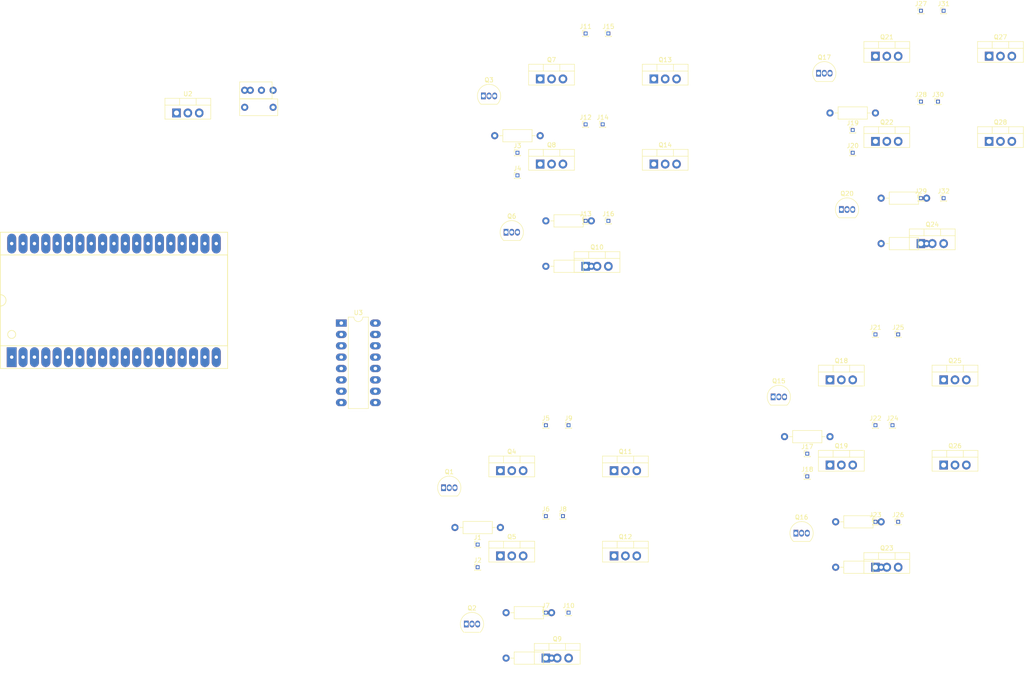
<source format=kicad_pcb>
(kicad_pcb (version 20171130) (host pcbnew "(5.1.0)-1")

  (general
    (thickness 1.6)
    (drawings 0)
    (tracks 0)
    (zones 0)
    (modules 77)
    (nets 96)
  )

  (page A4)
  (layers
    (0 F.Cu signal)
    (31 B.Cu signal)
    (32 B.Adhes user)
    (33 F.Adhes user)
    (34 B.Paste user)
    (35 F.Paste user)
    (36 B.SilkS user)
    (37 F.SilkS user)
    (38 B.Mask user)
    (39 F.Mask user)
    (40 Dwgs.User user)
    (41 Cmts.User user)
    (42 Eco1.User user)
    (43 Eco2.User user)
    (44 Edge.Cuts user)
    (45 Margin user)
    (46 B.CrtYd user)
    (47 F.CrtYd user)
    (48 B.Fab user)
    (49 F.Fab user)
  )

  (setup
    (last_trace_width 0.25)
    (trace_clearance 0.2)
    (zone_clearance 0.508)
    (zone_45_only no)
    (trace_min 0.2)
    (via_size 0.8)
    (via_drill 0.4)
    (via_min_size 0.4)
    (via_min_drill 0.3)
    (uvia_size 0.3)
    (uvia_drill 0.1)
    (uvias_allowed no)
    (uvia_min_size 0.2)
    (uvia_min_drill 0.1)
    (edge_width 0.05)
    (segment_width 0.2)
    (pcb_text_width 0.3)
    (pcb_text_size 1.5 1.5)
    (mod_edge_width 0.12)
    (mod_text_size 1 1)
    (mod_text_width 0.15)
    (pad_size 1.524 1.524)
    (pad_drill 0.762)
    (pad_to_mask_clearance 0.051)
    (solder_mask_min_width 0.25)
    (aux_axis_origin 0 0)
    (visible_elements 7FFFFFFF)
    (pcbplotparams
      (layerselection 0x010fc_ffffffff)
      (usegerberextensions false)
      (usegerberattributes false)
      (usegerberadvancedattributes false)
      (creategerberjobfile false)
      (excludeedgelayer true)
      (linewidth 0.100000)
      (plotframeref false)
      (viasonmask false)
      (mode 1)
      (useauxorigin false)
      (hpglpennumber 1)
      (hpglpenspeed 20)
      (hpglpendiameter 15.000000)
      (psnegative false)
      (psa4output false)
      (plotreference true)
      (plotvalue true)
      (plotinvisibletext false)
      (padsonsilk false)
      (subtractmaskfromsilk false)
      (outputformat 1)
      (mirror false)
      (drillshape 1)
      (scaleselection 1)
      (outputdirectory ""))
  )

  (net 0 "")
  (net 1 "Net-(C1-Pad1)")
  (net 2 GND)
  (net 3 VCC)
  (net 4 "Net-(J1-Pad1)")
  (net 5 "Net-(J2-Pad1)")
  (net 6 "Net-(J3-Pad1)")
  (net 7 "Net-(J4-Pad1)")
  (net 8 "Net-(J5-Pad1)")
  (net 9 "Net-(J6-Pad1)")
  (net 10 "Net-(J7-Pad1)")
  (net 11 "Net-(J8-Pad1)")
  (net 12 "Net-(J9-Pad1)")
  (net 13 "Net-(J10-Pad1)")
  (net 14 "Net-(J11-Pad1)")
  (net 15 "Net-(J12-Pad1)")
  (net 16 "Net-(J13-Pad1)")
  (net 17 "Net-(J14-Pad1)")
  (net 18 "Net-(J15-Pad1)")
  (net 19 "Net-(J16-Pad1)")
  (net 20 "Net-(J17-Pad1)")
  (net 21 "Net-(J18-Pad1)")
  (net 22 "Net-(J19-Pad1)")
  (net 23 "Net-(J20-Pad1)")
  (net 24 "Net-(J21-Pad1)")
  (net 25 "Net-(J22-Pad1)")
  (net 26 "Net-(J23-Pad1)")
  (net 27 "Net-(J24-Pad1)")
  (net 28 "Net-(J25-Pad1)")
  (net 29 "Net-(J26-Pad1)")
  (net 30 "Net-(J27-Pad1)")
  (net 31 "Net-(J28-Pad1)")
  (net 32 "Net-(J29-Pad1)")
  (net 33 "Net-(J30-Pad1)")
  (net 34 "Net-(J31-Pad1)")
  (net 35 "Net-(J32-Pad1)")
  (net 36 "Net-(Q1-Pad2)")
  (net 37 "Net-(Q1-Pad3)")
  (net 38 "Net-(Q2-Pad2)")
  (net 39 "Net-(Q2-Pad3)")
  (net 40 "Net-(Q3-Pad3)")
  (net 41 "Net-(Q3-Pad2)")
  (net 42 "Net-(Q6-Pad2)")
  (net 43 "Net-(Q6-Pad3)")
  (net 44 "Net-(Q15-Pad2)")
  (net 45 "Net-(Q15-Pad3)")
  (net 46 "Net-(Q16-Pad3)")
  (net 47 "Net-(Q16-Pad2)")
  (net 48 "Net-(Q17-Pad3)")
  (net 49 "Net-(Q17-Pad2)")
  (net 50 "Net-(Q20-Pad3)")
  (net 51 "Net-(Q20-Pad2)")
  (net 52 "Net-(U1-Pad1)")
  (net 53 "Net-(U1-Pad2)")
  (net 54 "Net-(U1-Pad3)")
  (net 55 "Net-(U1-Pad4)")
  (net 56 "Net-(U1-Pad5)")
  (net 57 "Net-(U1-Pad6)")
  (net 58 "Net-(U1-Pad7)")
  (net 59 "Net-(U1-Pad8)")
  (net 60 "Net-(U1-Pad9)")
  (net 61 "Net-(U1-Pad10)")
  (net 62 "Net-(U1-Pad11)")
  (net 63 "Net-(U1-Pad12)")
  (net 64 "Net-(U1-Pad13)")
  (net 65 "Net-(U1-Pad14)")
  (net 66 "Net-(U1-Pad15)")
  (net 67 "Net-(U1-Pad16)")
  (net 68 "Net-(U1-Pad17)")
  (net 69 "Net-(U1-Pad18)")
  (net 70 "Net-(U1-Pad20)")
  (net 71 "Net-(U1-Pad21)")
  (net 72 "Net-(U1-Pad22)")
  (net 73 "Net-(U1-Pad23)")
  (net 74 "Net-(U1-Pad24)")
  (net 75 "Net-(U1-Pad25)")
  (net 76 "Net-(U1-Pad26)")
  (net 77 "Net-(U1-Pad27)")
  (net 78 "Net-(R6-Pad1)")
  (net 79 "Net-(R12-Pad1)")
  (net 80 "Net-(R10-Pad1)")
  (net 81 "Net-(R4-Pad1)")
  (net 82 "Net-(U1-Pad32)")
  (net 83 "Net-(U1-Pad33)")
  (net 84 "Net-(Q12-Pad3)")
  (net 85 "Net-(Q5-Pad1)")
  (net 86 "Net-(Q10-Pad2)")
  (net 87 "Net-(Q8-Pad1)")
  (net 88 "Net-(Q9-Pad1)")
  (net 89 "Net-(Q10-Pad1)")
  (net 90 "Net-(Q19-Pad3)")
  (net 91 "Net-(Q19-Pad1)")
  (net 92 "Net-(Q22-Pad3)")
  (net 93 "Net-(Q22-Pad1)")
  (net 94 "Net-(Q23-Pad1)")
  (net 95 "Net-(Q24-Pad1)")

  (net_class Default "This is the default net class."
    (clearance 0.2)
    (trace_width 0.25)
    (via_dia 0.8)
    (via_drill 0.4)
    (uvia_dia 0.3)
    (uvia_drill 0.1)
    (add_net GND)
    (add_net "Net-(C1-Pad1)")
    (add_net "Net-(J1-Pad1)")
    (add_net "Net-(J10-Pad1)")
    (add_net "Net-(J11-Pad1)")
    (add_net "Net-(J12-Pad1)")
    (add_net "Net-(J13-Pad1)")
    (add_net "Net-(J14-Pad1)")
    (add_net "Net-(J15-Pad1)")
    (add_net "Net-(J16-Pad1)")
    (add_net "Net-(J17-Pad1)")
    (add_net "Net-(J18-Pad1)")
    (add_net "Net-(J19-Pad1)")
    (add_net "Net-(J2-Pad1)")
    (add_net "Net-(J20-Pad1)")
    (add_net "Net-(J21-Pad1)")
    (add_net "Net-(J22-Pad1)")
    (add_net "Net-(J23-Pad1)")
    (add_net "Net-(J24-Pad1)")
    (add_net "Net-(J25-Pad1)")
    (add_net "Net-(J26-Pad1)")
    (add_net "Net-(J27-Pad1)")
    (add_net "Net-(J28-Pad1)")
    (add_net "Net-(J29-Pad1)")
    (add_net "Net-(J3-Pad1)")
    (add_net "Net-(J30-Pad1)")
    (add_net "Net-(J31-Pad1)")
    (add_net "Net-(J32-Pad1)")
    (add_net "Net-(J4-Pad1)")
    (add_net "Net-(J5-Pad1)")
    (add_net "Net-(J6-Pad1)")
    (add_net "Net-(J7-Pad1)")
    (add_net "Net-(J8-Pad1)")
    (add_net "Net-(J9-Pad1)")
    (add_net "Net-(Q1-Pad2)")
    (add_net "Net-(Q1-Pad3)")
    (add_net "Net-(Q10-Pad1)")
    (add_net "Net-(Q10-Pad2)")
    (add_net "Net-(Q12-Pad3)")
    (add_net "Net-(Q15-Pad2)")
    (add_net "Net-(Q15-Pad3)")
    (add_net "Net-(Q16-Pad2)")
    (add_net "Net-(Q16-Pad3)")
    (add_net "Net-(Q17-Pad2)")
    (add_net "Net-(Q17-Pad3)")
    (add_net "Net-(Q19-Pad1)")
    (add_net "Net-(Q19-Pad3)")
    (add_net "Net-(Q2-Pad2)")
    (add_net "Net-(Q2-Pad3)")
    (add_net "Net-(Q20-Pad2)")
    (add_net "Net-(Q20-Pad3)")
    (add_net "Net-(Q22-Pad1)")
    (add_net "Net-(Q22-Pad3)")
    (add_net "Net-(Q23-Pad1)")
    (add_net "Net-(Q24-Pad1)")
    (add_net "Net-(Q3-Pad2)")
    (add_net "Net-(Q3-Pad3)")
    (add_net "Net-(Q5-Pad1)")
    (add_net "Net-(Q6-Pad2)")
    (add_net "Net-(Q6-Pad3)")
    (add_net "Net-(Q8-Pad1)")
    (add_net "Net-(Q9-Pad1)")
    (add_net "Net-(R10-Pad1)")
    (add_net "Net-(R12-Pad1)")
    (add_net "Net-(R4-Pad1)")
    (add_net "Net-(R6-Pad1)")
    (add_net "Net-(U1-Pad1)")
    (add_net "Net-(U1-Pad10)")
    (add_net "Net-(U1-Pad11)")
    (add_net "Net-(U1-Pad12)")
    (add_net "Net-(U1-Pad13)")
    (add_net "Net-(U1-Pad14)")
    (add_net "Net-(U1-Pad15)")
    (add_net "Net-(U1-Pad16)")
    (add_net "Net-(U1-Pad17)")
    (add_net "Net-(U1-Pad18)")
    (add_net "Net-(U1-Pad2)")
    (add_net "Net-(U1-Pad20)")
    (add_net "Net-(U1-Pad21)")
    (add_net "Net-(U1-Pad22)")
    (add_net "Net-(U1-Pad23)")
    (add_net "Net-(U1-Pad24)")
    (add_net "Net-(U1-Pad25)")
    (add_net "Net-(U1-Pad26)")
    (add_net "Net-(U1-Pad27)")
    (add_net "Net-(U1-Pad3)")
    (add_net "Net-(U1-Pad32)")
    (add_net "Net-(U1-Pad33)")
    (add_net "Net-(U1-Pad4)")
    (add_net "Net-(U1-Pad5)")
    (add_net "Net-(U1-Pad6)")
    (add_net "Net-(U1-Pad7)")
    (add_net "Net-(U1-Pad8)")
    (add_net "Net-(U1-Pad9)")
    (add_net VCC)
  )

  (module "footprints otg:C_5.00mm" (layer F.Cu) (tedit 5CA6F9C5) (tstamp 5CA71842)
    (at 86.36 48.26)
    (descr "C, Rect series, Radial, pin pitch=2.50mm 5.00mm, , length*width=7*3.5mm^2, Capacitor")
    (tags "C Rect series Radial pin pitch 2.50mm 5.00mm  length 7mm width 3.5mm Capacitor")
    (path /5CA3FF12)
    (fp_text reference C1 (at 2.54 -2.794) (layer F.SilkS) hide
      (effects (font (size 1 1) (thickness 0.15)))
    )
    (fp_text value C (at 2.54 2.794) (layer F.Fab)
      (effects (font (size 1 1) (thickness 0.15)))
    )
    (fp_text user %R (at 2.54 -2.794) (layer F.Fab) hide
      (effects (font (size 1 1) (thickness 0.15)))
    )
    (fp_line (start 7.52 -2) (end -1.25 -2) (layer F.CrtYd) (width 0.05))
    (fp_line (start 7.52 2) (end 7.52 -2) (layer F.CrtYd) (width 0.05))
    (fp_line (start -1.25 2) (end 7.52 2) (layer F.CrtYd) (width 0.05))
    (fp_line (start -1.25 -2) (end -1.25 2) (layer F.CrtYd) (width 0.05))
    (fp_line (start 7.39 -1.87) (end 7.39 1.87) (layer F.SilkS) (width 0.12))
    (fp_line (start -1.12 -1.87) (end -1.12 1.87) (layer F.SilkS) (width 0.12))
    (fp_line (start -1.12 1.87) (end 7.39 1.87) (layer F.SilkS) (width 0.12))
    (fp_line (start -1.12 -1.87) (end 7.39 -1.87) (layer F.SilkS) (width 0.12))
    (fp_line (start 7.27 -1.75) (end -1 -1.75) (layer F.Fab) (width 0.1))
    (fp_line (start 7.27 1.75) (end 7.27 -1.75) (layer F.Fab) (width 0.1))
    (fp_line (start -1 1.75) (end 7.27 1.75) (layer F.Fab) (width 0.1))
    (fp_line (start -1 -1.75) (end -1 1.75) (layer F.Fab) (width 0.1))
    (pad 2 thru_hole circle (at 6.35 0) (size 1.6 1.6) (drill 0.8) (layers *.Cu *.Mask)
      (net 2 GND))
    (pad 1 thru_hole circle (at 0 0) (size 1.6 1.6) (drill 0.8) (layers *.Cu *.Mask)
      (net 1 "Net-(C1-Pad1)"))
    (model ${KISYS3DMOD}/Capacitor_THT.3dshapes/C_Rect_L7.0mm_W3.5mm_P2.50mm_P5.00mm.wrl
      (at (xyz 0 0 0))
      (scale (xyz 1 1 1))
      (rotate (xyz 0 0 0))
    )
  )

  (module "footprints otg:C_5.00mm" (layer F.Cu) (tedit 5CA6F987) (tstamp 5CA71857)
    (at 86.36 44.45)
    (descr "C, Rect series, Radial, pin pitch=2.50mm 5.00mm, , length*width=7*3.5mm^2, Capacitor")
    (tags "C Rect series Radial pin pitch 2.50mm 5.00mm  length 7mm width 3.5mm Capacitor")
    (path /5CA3E782)
    (fp_text reference C2 (at 2.54 -2.794) (layer F.SilkS) hide
      (effects (font (size 1 1) (thickness 0.15)))
    )
    (fp_text value C (at 2.54 2.794) (layer F.Fab)
      (effects (font (size 1 1) (thickness 0.15)))
    )
    (fp_text user %R (at 2.54 -2.794) (layer F.Fab) hide
      (effects (font (size 1 1) (thickness 0.15)))
    )
    (fp_line (start 6.25 -2) (end -1.25 -2) (layer F.CrtYd) (width 0.05))
    (fp_line (start 6.25 2) (end 6.25 -2) (layer F.CrtYd) (width 0.05))
    (fp_line (start -1.25 2) (end 6.25 2) (layer F.CrtYd) (width 0.05))
    (fp_line (start -1.25 -2) (end -1.25 2) (layer F.CrtYd) (width 0.05))
    (fp_line (start 6.12 -1.87) (end 6.12 1.87) (layer F.SilkS) (width 0.12))
    (fp_line (start -1.12 -1.87) (end -1.12 1.87) (layer F.SilkS) (width 0.12))
    (fp_line (start -1.12 1.87) (end 6.12 1.87) (layer F.SilkS) (width 0.12))
    (fp_line (start -1.12 -1.87) (end 6.12 -1.87) (layer F.SilkS) (width 0.12))
    (fp_line (start 6 -1.75) (end -1 -1.75) (layer F.Fab) (width 0.1))
    (fp_line (start 6 1.75) (end 6 -1.75) (layer F.Fab) (width 0.1))
    (fp_line (start -1 1.75) (end 6 1.75) (layer F.Fab) (width 0.1))
    (fp_line (start -1 -1.75) (end -1 1.75) (layer F.Fab) (width 0.1))
    (pad 2 thru_hole circle (at 6.35 0) (size 1.6 1.6) (drill 0.8) (layers *.Cu *.Mask)
      (net 2 GND))
    (pad 1 thru_hole circle (at 0 0) (size 1.6 1.6) (drill 0.8) (layers *.Cu *.Mask)
      (net 3 VCC))
    (pad 2 thru_hole circle (at 3.75 0) (size 1.6 1.6) (drill 0.8) (layers *.Cu *.Mask)
      (net 2 GND))
    (pad 1 thru_hole circle (at 1.25 0) (size 1.6 1.6) (drill 0.8) (layers *.Cu *.Mask)
      (net 3 VCC))
    (model ${KISYS3DMOD}/Capacitor_THT.3dshapes/C_Rect_L7.0mm_W3.5mm_P2.50mm_P5.00mm.wrl
      (at (xyz 0 0 0))
      (scale (xyz 1 1 1))
      (rotate (xyz 0 0 0))
    )
  )

  (module Package_DIP:DIP-16_W7.62mm_LongPads (layer F.Cu) (tedit 5A02E8C5) (tstamp 5CA71F34)
    (at 107.95 96.52)
    (descr "16-lead though-hole mounted DIP package, row spacing 7.62 mm (300 mils), LongPads")
    (tags "THT DIP DIL PDIP 2.54mm 7.62mm 300mil LongPads")
    (path /5CB515E3)
    (fp_text reference U3 (at 3.81 -2.33) (layer F.SilkS)
      (effects (font (size 1 1) (thickness 0.15)))
    )
    (fp_text value 4049 (at 3.81 20.11) (layer F.Fab)
      (effects (font (size 1 1) (thickness 0.15)))
    )
    (fp_text user %R (at 3.81 8.89) (layer F.Fab)
      (effects (font (size 1 1) (thickness 0.15)))
    )
    (fp_line (start 9.1 -1.55) (end -1.45 -1.55) (layer F.CrtYd) (width 0.05))
    (fp_line (start 9.1 19.3) (end 9.1 -1.55) (layer F.CrtYd) (width 0.05))
    (fp_line (start -1.45 19.3) (end 9.1 19.3) (layer F.CrtYd) (width 0.05))
    (fp_line (start -1.45 -1.55) (end -1.45 19.3) (layer F.CrtYd) (width 0.05))
    (fp_line (start 6.06 -1.33) (end 4.81 -1.33) (layer F.SilkS) (width 0.12))
    (fp_line (start 6.06 19.11) (end 6.06 -1.33) (layer F.SilkS) (width 0.12))
    (fp_line (start 1.56 19.11) (end 6.06 19.11) (layer F.SilkS) (width 0.12))
    (fp_line (start 1.56 -1.33) (end 1.56 19.11) (layer F.SilkS) (width 0.12))
    (fp_line (start 2.81 -1.33) (end 1.56 -1.33) (layer F.SilkS) (width 0.12))
    (fp_line (start 0.635 -0.27) (end 1.635 -1.27) (layer F.Fab) (width 0.1))
    (fp_line (start 0.635 19.05) (end 0.635 -0.27) (layer F.Fab) (width 0.1))
    (fp_line (start 6.985 19.05) (end 0.635 19.05) (layer F.Fab) (width 0.1))
    (fp_line (start 6.985 -1.27) (end 6.985 19.05) (layer F.Fab) (width 0.1))
    (fp_line (start 1.635 -1.27) (end 6.985 -1.27) (layer F.Fab) (width 0.1))
    (fp_arc (start 3.81 -1.33) (end 2.81 -1.33) (angle -180) (layer F.SilkS) (width 0.12))
    (pad 16 thru_hole oval (at 7.62 0) (size 2.4 1.6) (drill 0.8) (layers *.Cu *.Mask))
    (pad 8 thru_hole oval (at 0 17.78) (size 2.4 1.6) (drill 0.8) (layers *.Cu *.Mask))
    (pad 15 thru_hole oval (at 7.62 2.54) (size 2.4 1.6) (drill 0.8) (layers *.Cu *.Mask))
    (pad 7 thru_hole oval (at 0 15.24) (size 2.4 1.6) (drill 0.8) (layers *.Cu *.Mask))
    (pad 14 thru_hole oval (at 7.62 5.08) (size 2.4 1.6) (drill 0.8) (layers *.Cu *.Mask))
    (pad 6 thru_hole oval (at 0 12.7) (size 2.4 1.6) (drill 0.8) (layers *.Cu *.Mask))
    (pad 13 thru_hole oval (at 7.62 7.62) (size 2.4 1.6) (drill 0.8) (layers *.Cu *.Mask))
    (pad 5 thru_hole oval (at 0 10.16) (size 2.4 1.6) (drill 0.8) (layers *.Cu *.Mask)
      (net 44 "Net-(Q15-Pad2)"))
    (pad 12 thru_hole oval (at 7.62 10.16) (size 2.4 1.6) (drill 0.8) (layers *.Cu *.Mask)
      (net 42 "Net-(Q6-Pad2)"))
    (pad 4 thru_hole oval (at 0 7.62) (size 2.4 1.6) (drill 0.8) (layers *.Cu *.Mask)
      (net 47 "Net-(Q16-Pad2)"))
    (pad 11 thru_hole oval (at 7.62 12.7) (size 2.4 1.6) (drill 0.8) (layers *.Cu *.Mask)
      (net 41 "Net-(Q3-Pad2)"))
    (pad 3 thru_hole oval (at 0 5.08) (size 2.4 1.6) (drill 0.8) (layers *.Cu *.Mask)
      (net 36 "Net-(Q1-Pad2)"))
    (pad 10 thru_hole oval (at 7.62 15.24) (size 2.4 1.6) (drill 0.8) (layers *.Cu *.Mask)
      (net 51 "Net-(Q20-Pad2)"))
    (pad 2 thru_hole oval (at 0 2.54) (size 2.4 1.6) (drill 0.8) (layers *.Cu *.Mask)
      (net 38 "Net-(Q2-Pad2)"))
    (pad 9 thru_hole oval (at 7.62 17.78) (size 2.4 1.6) (drill 0.8) (layers *.Cu *.Mask)
      (net 49 "Net-(Q17-Pad2)"))
    (pad 1 thru_hole rect (at 0 0) (size 2.4 1.6) (drill 0.8) (layers *.Cu *.Mask))
    (model ${KISYS3DMOD}/Package_DIP.3dshapes/DIP-16_W7.62mm.wrl
      (at (xyz 0 0 0))
      (scale (xyz 1 1 1))
      (rotate (xyz 0 0 0))
    )
  )

  (module Package_TO_SOT_THT:TO-220-3_Vertical (layer F.Cu) (tedit 5AC8BA0D) (tstamp 5CA71F10)
    (at 71.12 49.53)
    (descr "TO-220-3, Vertical, RM 2.54mm, see https://www.vishay.com/docs/66542/to-220-1.pdf")
    (tags "TO-220-3 Vertical RM 2.54mm")
    (path /5CA3A1F0)
    (fp_text reference U2 (at 2.54 -4.27) (layer F.SilkS)
      (effects (font (size 1 1) (thickness 0.15)))
    )
    (fp_text value LM7805_TO220 (at 2.54 2.5) (layer F.Fab)
      (effects (font (size 1 1) (thickness 0.15)))
    )
    (fp_text user %R (at 2.54 -4.27) (layer F.Fab)
      (effects (font (size 1 1) (thickness 0.15)))
    )
    (fp_line (start 7.79 -3.4) (end -2.71 -3.4) (layer F.CrtYd) (width 0.05))
    (fp_line (start 7.79 1.51) (end 7.79 -3.4) (layer F.CrtYd) (width 0.05))
    (fp_line (start -2.71 1.51) (end 7.79 1.51) (layer F.CrtYd) (width 0.05))
    (fp_line (start -2.71 -3.4) (end -2.71 1.51) (layer F.CrtYd) (width 0.05))
    (fp_line (start 4.391 -3.27) (end 4.391 -1.76) (layer F.SilkS) (width 0.12))
    (fp_line (start 0.69 -3.27) (end 0.69 -1.76) (layer F.SilkS) (width 0.12))
    (fp_line (start -2.58 -1.76) (end 7.66 -1.76) (layer F.SilkS) (width 0.12))
    (fp_line (start 7.66 -3.27) (end 7.66 1.371) (layer F.SilkS) (width 0.12))
    (fp_line (start -2.58 -3.27) (end -2.58 1.371) (layer F.SilkS) (width 0.12))
    (fp_line (start -2.58 1.371) (end 7.66 1.371) (layer F.SilkS) (width 0.12))
    (fp_line (start -2.58 -3.27) (end 7.66 -3.27) (layer F.SilkS) (width 0.12))
    (fp_line (start 4.39 -3.15) (end 4.39 -1.88) (layer F.Fab) (width 0.1))
    (fp_line (start 0.69 -3.15) (end 0.69 -1.88) (layer F.Fab) (width 0.1))
    (fp_line (start -2.46 -1.88) (end 7.54 -1.88) (layer F.Fab) (width 0.1))
    (fp_line (start 7.54 -3.15) (end -2.46 -3.15) (layer F.Fab) (width 0.1))
    (fp_line (start 7.54 1.25) (end 7.54 -3.15) (layer F.Fab) (width 0.1))
    (fp_line (start -2.46 1.25) (end 7.54 1.25) (layer F.Fab) (width 0.1))
    (fp_line (start -2.46 -3.15) (end -2.46 1.25) (layer F.Fab) (width 0.1))
    (pad 3 thru_hole oval (at 5.08 0) (size 1.905 2) (drill 1.1) (layers *.Cu *.Mask)
      (net 1 "Net-(C1-Pad1)"))
    (pad 2 thru_hole oval (at 2.54 0) (size 1.905 2) (drill 1.1) (layers *.Cu *.Mask)
      (net 2 GND))
    (pad 1 thru_hole rect (at 0 0) (size 1.905 2) (drill 1.1) (layers *.Cu *.Mask)
      (net 3 VCC))
    (model ${KISYS3DMOD}/Package_TO_SOT_THT.3dshapes/TO-220-3_Vertical.wrl
      (at (xyz 0 0 0))
      (scale (xyz 1 1 1))
      (rotate (xyz 0 0 0))
    )
  )

  (module "footprints otg:ESP32_mcu" (layer F.Cu) (tedit 5C5C9044) (tstamp 5CA71EF6)
    (at 54.61 91.44)
    (path /5C9DC679)
    (fp_text reference U1 (at 0 8.89) (layer F.SilkS) hide
      (effects (font (size 1 1) (thickness 0.15)))
    )
    (fp_text value esp32 (at 1.27 -8.255) (layer F.Fab)
      (effects (font (size 1 1) (thickness 0.15)))
    )
    (fp_arc (start -22.86 0) (end -22.86 1.27) (angle -180) (layer F.SilkS) (width 0.15))
    (fp_circle (center -20.32 7.62) (end -20.955 8.255) (layer F.SilkS) (width 0.15))
    (fp_line (start 27.94 10.16) (end -22.86 10.16) (layer F.SilkS) (width 0.15))
    (fp_line (start 27.94 -10.16) (end 27.94 10.16) (layer F.SilkS) (width 0.15))
    (fp_line (start -22.86 -10.16) (end 27.94 -10.16) (layer F.SilkS) (width 0.15))
    (fp_line (start -22.86 15.24) (end -22.86 -15.24) (layer F.SilkS) (width 0.15))
    (fp_line (start 27.94 15.24) (end -22.86 15.24) (layer F.SilkS) (width 0.15))
    (fp_line (start 27.94 -15.24) (end 27.94 15.24) (layer F.SilkS) (width 0.15))
    (fp_line (start -22.86 -15.24) (end 27.94 -15.24) (layer F.SilkS) (width 0.15))
    (pad 38 thru_hole oval (at -20.32 -12.7 90) (size 4.4 2) (drill 0.762) (layers *.Cu *.Mask)
      (net 2 GND))
    (pad 37 thru_hole oval (at -17.78 -12.7 90) (size 4.4 2) (drill 0.762) (layers *.Cu *.Mask)
      (net 36 "Net-(Q1-Pad2)"))
    (pad 36 thru_hole oval (at -15.24 -12.7 90) (size 4.4 2) (drill 0.762) (layers *.Cu *.Mask)
      (net 44 "Net-(Q15-Pad2)"))
    (pad 35 thru_hole oval (at -12.7 -12.7 90) (size 4.4 2) (drill 0.762) (layers *.Cu *.Mask)
      (net 41 "Net-(Q3-Pad2)"))
    (pad 34 thru_hole oval (at -10.16 -12.7 90) (size 4.4 2) (drill 0.762) (layers *.Cu *.Mask)
      (net 49 "Net-(Q17-Pad2)"))
    (pad 33 thru_hole oval (at -7.62 -12.7 90) (size 4.4 2) (drill 0.762) (layers *.Cu *.Mask)
      (net 83 "Net-(U1-Pad33)"))
    (pad 32 thru_hole oval (at -5.08 -12.7 90) (size 4.4 2) (drill 0.762) (layers *.Cu *.Mask)
      (net 82 "Net-(U1-Pad32)"))
    (pad 31 thru_hole oval (at -2.54 -12.7 90) (size 4.4 2) (drill 0.762) (layers *.Cu *.Mask)
      (net 81 "Net-(R4-Pad1)"))
    (pad 30 thru_hole oval (at 0 -12.7 90) (size 4.4 2) (drill 0.762) (layers *.Cu *.Mask)
      (net 80 "Net-(R10-Pad1)"))
    (pad 29 thru_hole oval (at 2.54 -12.7 90) (size 4.4 2) (drill 0.762) (layers *.Cu *.Mask)
      (net 79 "Net-(R12-Pad1)"))
    (pad 28 thru_hole oval (at 5.08 -12.7 90) (size 4.4 2) (drill 0.762) (layers *.Cu *.Mask)
      (net 78 "Net-(R6-Pad1)"))
    (pad 27 thru_hole oval (at 7.62 -12.7 90) (size 4.4 2) (drill 0.762) (layers *.Cu *.Mask)
      (net 77 "Net-(U1-Pad27)"))
    (pad 26 thru_hole oval (at 10.16 -12.7 90) (size 4.4 2) (drill 0.762) (layers *.Cu *.Mask)
      (net 76 "Net-(U1-Pad26)"))
    (pad 25 thru_hole oval (at 12.7 -12.7 90) (size 4.4 2) (drill 0.762) (layers *.Cu *.Mask)
      (net 75 "Net-(U1-Pad25)"))
    (pad 24 thru_hole oval (at 15.24 -12.7 90) (size 4.4 2) (drill 0.762) (layers *.Cu *.Mask)
      (net 74 "Net-(U1-Pad24)"))
    (pad 23 thru_hole oval (at 17.78 -12.7 90) (size 4.4 2) (drill 0.762) (layers *.Cu *.Mask)
      (net 73 "Net-(U1-Pad23)"))
    (pad 22 thru_hole oval (at 20.32 -12.7 90) (size 4.4 2) (drill 0.762) (layers *.Cu *.Mask)
      (net 72 "Net-(U1-Pad22)"))
    (pad 21 thru_hole oval (at 22.86 -12.7 90) (size 4.4 2) (drill 0.762) (layers *.Cu *.Mask)
      (net 71 "Net-(U1-Pad21)"))
    (pad 20 thru_hole oval (at 25.4 -12.7 90) (size 4.4 2) (drill 0.762) (layers *.Cu *.Mask)
      (net 70 "Net-(U1-Pad20)"))
    (pad 19 thru_hole oval (at 25.4 12.7 90) (size 4.4 2) (drill 0.762) (layers *.Cu *.Mask)
      (net 1 "Net-(C1-Pad1)"))
    (pad 18 thru_hole oval (at 22.86 12.7 90) (size 4.4 2) (drill 0.762) (layers *.Cu *.Mask)
      (net 69 "Net-(U1-Pad18)"))
    (pad 17 thru_hole oval (at 20.32 12.7 90) (size 4.4 2) (drill 0.762) (layers *.Cu *.Mask)
      (net 68 "Net-(U1-Pad17)"))
    (pad 16 thru_hole oval (at 17.78 12.7 90) (size 4.4 2) (drill 0.762) (layers *.Cu *.Mask)
      (net 67 "Net-(U1-Pad16)"))
    (pad 15 thru_hole oval (at 15.24 12.7 90) (size 4.4 2) (drill 0.762) (layers *.Cu *.Mask)
      (net 66 "Net-(U1-Pad15)"))
    (pad 14 thru_hole oval (at 12.7 12.7 90) (size 4.4 2) (drill 0.762) (layers *.Cu *.Mask)
      (net 65 "Net-(U1-Pad14)"))
    (pad 13 thru_hole oval (at 10.16 12.7 90) (size 4.4 2) (drill 0.762) (layers *.Cu *.Mask)
      (net 64 "Net-(U1-Pad13)"))
    (pad 12 thru_hole oval (at 7.62 12.7 90) (size 4.4 2) (drill 0.762) (layers *.Cu *.Mask)
      (net 63 "Net-(U1-Pad12)"))
    (pad 11 thru_hole oval (at 5.08 12.7 90) (size 4.4 2) (drill 0.762) (layers *.Cu *.Mask)
      (net 62 "Net-(U1-Pad11)"))
    (pad 10 thru_hole oval (at 2.54 12.7 90) (size 4.4 2) (drill 0.762) (layers *.Cu *.Mask)
      (net 61 "Net-(U1-Pad10)"))
    (pad 9 thru_hole oval (at 0 12.7 90) (size 4.4 2) (drill 0.762) (layers *.Cu *.Mask)
      (net 60 "Net-(U1-Pad9)"))
    (pad 8 thru_hole oval (at -2.54 12.7 90) (size 4.4 2) (drill 0.762) (layers *.Cu *.Mask)
      (net 59 "Net-(U1-Pad8)"))
    (pad 7 thru_hole oval (at -5.08 12.7 90) (size 4.4 2) (drill 0.762) (layers *.Cu *.Mask)
      (net 58 "Net-(U1-Pad7)"))
    (pad 6 thru_hole oval (at -7.62 12.7 90) (size 4.4 2) (drill 0.762) (layers *.Cu *.Mask)
      (net 57 "Net-(U1-Pad6)"))
    (pad 5 thru_hole oval (at -10.16 12.7 90) (size 4.4 2) (drill 0.762) (layers *.Cu *.Mask)
      (net 56 "Net-(U1-Pad5)"))
    (pad 4 thru_hole oval (at -12.7 12.7 90) (size 4.4 2) (drill 0.762) (layers *.Cu *.Mask)
      (net 55 "Net-(U1-Pad4)"))
    (pad 3 thru_hole oval (at -15.24 12.7 90) (size 4.4 2) (drill 0.762) (layers *.Cu *.Mask)
      (net 54 "Net-(U1-Pad3)"))
    (pad 2 thru_hole oval (at -17.78 12.7 90) (size 4.4 2) (drill 0.762) (layers *.Cu *.Mask)
      (net 53 "Net-(U1-Pad2)"))
    (pad 1 thru_hole rect (at -20.32 12.7) (size 2.2 4.4) (drill 0.762) (layers *.Cu *.Mask)
      (net 52 "Net-(U1-Pad1)"))
  )

  (module "footprints otg:R_vandret" (layer F.Cu) (tedit 5C5C999A) (tstamp 5CA71EC3)
    (at 228.6 78.74)
    (descr "Resistor, Axial_DIN0207 series, Axial, Horizontal, pin pitch=10.16mm, 0.25W = 1/4W, length*diameter=6.3*2.5mm^2, http://cdn-reichelt.de/documents/datenblatt/B400/1_4W%23YAG.pdf")
    (tags "Resistor Axial_DIN0207 series Axial Horizontal pin pitch 10.16mm 0.25W = 1/4W length 6.3mm diameter 2.5mm")
    (path /5CB3113B)
    (fp_text reference R12 (at 5.08 -2.286) (layer F.SilkS) hide
      (effects (font (size 1 1) (thickness 0.15)))
    )
    (fp_text value R (at 5.08 2.286) (layer F.Fab)
      (effects (font (size 1 1) (thickness 0.15)))
    )
    (fp_text user %R (at 5.08 -2.286) (layer F.Fab) hide
      (effects (font (size 1 1) (thickness 0.15)))
    )
    (fp_line (start 11.21 -1.5) (end -1.05 -1.5) (layer F.CrtYd) (width 0.05))
    (fp_line (start 11.21 1.5) (end 11.21 -1.5) (layer F.CrtYd) (width 0.05))
    (fp_line (start -1.05 1.5) (end 11.21 1.5) (layer F.CrtYd) (width 0.05))
    (fp_line (start -1.05 -1.5) (end -1.05 1.5) (layer F.CrtYd) (width 0.05))
    (fp_line (start 9.12 0) (end 8.35 0) (layer F.SilkS) (width 0.12))
    (fp_line (start 1.04 0) (end 1.81 0) (layer F.SilkS) (width 0.12))
    (fp_line (start 8.35 -1.37) (end 1.81 -1.37) (layer F.SilkS) (width 0.12))
    (fp_line (start 8.35 1.37) (end 8.35 -1.37) (layer F.SilkS) (width 0.12))
    (fp_line (start 1.81 1.37) (end 8.35 1.37) (layer F.SilkS) (width 0.12))
    (fp_line (start 1.81 -1.37) (end 1.81 1.37) (layer F.SilkS) (width 0.12))
    (fp_line (start 10.16 0) (end 8.23 0) (layer F.Fab) (width 0.1))
    (fp_line (start 0 0) (end 1.93 0) (layer F.Fab) (width 0.1))
    (fp_line (start 8.23 -1.25) (end 1.93 -1.25) (layer F.Fab) (width 0.1))
    (fp_line (start 8.23 1.25) (end 8.23 -1.25) (layer F.Fab) (width 0.1))
    (fp_line (start 1.93 1.25) (end 8.23 1.25) (layer F.Fab) (width 0.1))
    (fp_line (start 1.93 -1.25) (end 1.93 1.25) (layer F.Fab) (width 0.1))
    (pad 2 thru_hole oval (at 10.16 0) (size 1.6 1.6) (drill 0.8) (layers *.Cu *.Mask)
      (net 95 "Net-(Q24-Pad1)"))
    (pad 1 thru_hole circle (at 0 0) (size 1.6 1.6) (drill 0.8) (layers *.Cu *.Mask)
      (net 79 "Net-(R12-Pad1)"))
    (model ${KISYS3DMOD}/Resistor_THT.3dshapes/R_Axial_DIN0207_L6.3mm_D2.5mm_P10.16mm_Horizontal.wrl
      (at (xyz 0 0 0))
      (scale (xyz 1 1 1))
      (rotate (xyz 0 0 0))
    )
  )

  (module "footprints otg:R_vandret" (layer F.Cu) (tedit 5C5C999A) (tstamp 5CA71EAC)
    (at 228.6 68.58)
    (descr "Resistor, Axial_DIN0207 series, Axial, Horizontal, pin pitch=10.16mm, 0.25W = 1/4W, length*diameter=6.3*2.5mm^2, http://cdn-reichelt.de/documents/datenblatt/B400/1_4W%23YAG.pdf")
    (tags "Resistor Axial_DIN0207 series Axial Horizontal pin pitch 10.16mm 0.25W = 1/4W length 6.3mm diameter 2.5mm")
    (path /5CB31109)
    (fp_text reference R11 (at 5.08 -2.286) (layer F.SilkS) hide
      (effects (font (size 1 1) (thickness 0.15)))
    )
    (fp_text value R (at 5.08 2.286) (layer F.Fab)
      (effects (font (size 1 1) (thickness 0.15)))
    )
    (fp_text user %R (at 5.08 -2.286) (layer F.Fab) hide
      (effects (font (size 1 1) (thickness 0.15)))
    )
    (fp_line (start 11.21 -1.5) (end -1.05 -1.5) (layer F.CrtYd) (width 0.05))
    (fp_line (start 11.21 1.5) (end 11.21 -1.5) (layer F.CrtYd) (width 0.05))
    (fp_line (start -1.05 1.5) (end 11.21 1.5) (layer F.CrtYd) (width 0.05))
    (fp_line (start -1.05 -1.5) (end -1.05 1.5) (layer F.CrtYd) (width 0.05))
    (fp_line (start 9.12 0) (end 8.35 0) (layer F.SilkS) (width 0.12))
    (fp_line (start 1.04 0) (end 1.81 0) (layer F.SilkS) (width 0.12))
    (fp_line (start 8.35 -1.37) (end 1.81 -1.37) (layer F.SilkS) (width 0.12))
    (fp_line (start 8.35 1.37) (end 8.35 -1.37) (layer F.SilkS) (width 0.12))
    (fp_line (start 1.81 1.37) (end 8.35 1.37) (layer F.SilkS) (width 0.12))
    (fp_line (start 1.81 -1.37) (end 1.81 1.37) (layer F.SilkS) (width 0.12))
    (fp_line (start 10.16 0) (end 8.23 0) (layer F.Fab) (width 0.1))
    (fp_line (start 0 0) (end 1.93 0) (layer F.Fab) (width 0.1))
    (fp_line (start 8.23 -1.25) (end 1.93 -1.25) (layer F.Fab) (width 0.1))
    (fp_line (start 8.23 1.25) (end 8.23 -1.25) (layer F.Fab) (width 0.1))
    (fp_line (start 1.93 1.25) (end 8.23 1.25) (layer F.Fab) (width 0.1))
    (fp_line (start 1.93 -1.25) (end 1.93 1.25) (layer F.Fab) (width 0.1))
    (pad 2 thru_hole oval (at 10.16 0) (size 1.6 1.6) (drill 0.8) (layers *.Cu *.Mask)
      (net 32 "Net-(J29-Pad1)"))
    (pad 1 thru_hole circle (at 0 0) (size 1.6 1.6) (drill 0.8) (layers *.Cu *.Mask)
      (net 50 "Net-(Q20-Pad3)"))
    (model ${KISYS3DMOD}/Resistor_THT.3dshapes/R_Axial_DIN0207_L6.3mm_D2.5mm_P10.16mm_Horizontal.wrl
      (at (xyz 0 0 0))
      (scale (xyz 1 1 1))
      (rotate (xyz 0 0 0))
    )
  )

  (module "footprints otg:R_vandret" (layer F.Cu) (tedit 5C5C999A) (tstamp 5CA71E95)
    (at 218.44 151.13)
    (descr "Resistor, Axial_DIN0207 series, Axial, Horizontal, pin pitch=10.16mm, 0.25W = 1/4W, length*diameter=6.3*2.5mm^2, http://cdn-reichelt.de/documents/datenblatt/B400/1_4W%23YAG.pdf")
    (tags "Resistor Axial_DIN0207 series Axial Horizontal pin pitch 10.16mm 0.25W = 1/4W length 6.3mm diameter 2.5mm")
    (path /5CB51627)
    (fp_text reference R10 (at 5.08 -2.286) (layer F.SilkS) hide
      (effects (font (size 1 1) (thickness 0.15)))
    )
    (fp_text value R (at 5.08 2.286) (layer F.Fab)
      (effects (font (size 1 1) (thickness 0.15)))
    )
    (fp_text user %R (at 5.08 -2.286) (layer F.Fab) hide
      (effects (font (size 1 1) (thickness 0.15)))
    )
    (fp_line (start 11.21 -1.5) (end -1.05 -1.5) (layer F.CrtYd) (width 0.05))
    (fp_line (start 11.21 1.5) (end 11.21 -1.5) (layer F.CrtYd) (width 0.05))
    (fp_line (start -1.05 1.5) (end 11.21 1.5) (layer F.CrtYd) (width 0.05))
    (fp_line (start -1.05 -1.5) (end -1.05 1.5) (layer F.CrtYd) (width 0.05))
    (fp_line (start 9.12 0) (end 8.35 0) (layer F.SilkS) (width 0.12))
    (fp_line (start 1.04 0) (end 1.81 0) (layer F.SilkS) (width 0.12))
    (fp_line (start 8.35 -1.37) (end 1.81 -1.37) (layer F.SilkS) (width 0.12))
    (fp_line (start 8.35 1.37) (end 8.35 -1.37) (layer F.SilkS) (width 0.12))
    (fp_line (start 1.81 1.37) (end 8.35 1.37) (layer F.SilkS) (width 0.12))
    (fp_line (start 1.81 -1.37) (end 1.81 1.37) (layer F.SilkS) (width 0.12))
    (fp_line (start 10.16 0) (end 8.23 0) (layer F.Fab) (width 0.1))
    (fp_line (start 0 0) (end 1.93 0) (layer F.Fab) (width 0.1))
    (fp_line (start 8.23 -1.25) (end 1.93 -1.25) (layer F.Fab) (width 0.1))
    (fp_line (start 8.23 1.25) (end 8.23 -1.25) (layer F.Fab) (width 0.1))
    (fp_line (start 1.93 1.25) (end 8.23 1.25) (layer F.Fab) (width 0.1))
    (fp_line (start 1.93 -1.25) (end 1.93 1.25) (layer F.Fab) (width 0.1))
    (pad 2 thru_hole oval (at 10.16 0) (size 1.6 1.6) (drill 0.8) (layers *.Cu *.Mask)
      (net 94 "Net-(Q23-Pad1)"))
    (pad 1 thru_hole circle (at 0 0) (size 1.6 1.6) (drill 0.8) (layers *.Cu *.Mask)
      (net 80 "Net-(R10-Pad1)"))
    (model ${KISYS3DMOD}/Resistor_THT.3dshapes/R_Axial_DIN0207_L6.3mm_D2.5mm_P10.16mm_Horizontal.wrl
      (at (xyz 0 0 0))
      (scale (xyz 1 1 1))
      (rotate (xyz 0 0 0))
    )
  )

  (module "footprints otg:R_vandret" (layer F.Cu) (tedit 5C5C999A) (tstamp 5CA71E7E)
    (at 218.44 140.97)
    (descr "Resistor, Axial_DIN0207 series, Axial, Horizontal, pin pitch=10.16mm, 0.25W = 1/4W, length*diameter=6.3*2.5mm^2, http://cdn-reichelt.de/documents/datenblatt/B400/1_4W%23YAG.pdf")
    (tags "Resistor Axial_DIN0207 series Axial Horizontal pin pitch 10.16mm 0.25W = 1/4W length 6.3mm diameter 2.5mm")
    (path /5CB515F5)
    (fp_text reference R9 (at 5.08 -2.286) (layer F.SilkS) hide
      (effects (font (size 1 1) (thickness 0.15)))
    )
    (fp_text value R (at 5.08 2.286) (layer F.Fab)
      (effects (font (size 1 1) (thickness 0.15)))
    )
    (fp_text user %R (at 5.08 -2.286) (layer F.Fab) hide
      (effects (font (size 1 1) (thickness 0.15)))
    )
    (fp_line (start 11.21 -1.5) (end -1.05 -1.5) (layer F.CrtYd) (width 0.05))
    (fp_line (start 11.21 1.5) (end 11.21 -1.5) (layer F.CrtYd) (width 0.05))
    (fp_line (start -1.05 1.5) (end 11.21 1.5) (layer F.CrtYd) (width 0.05))
    (fp_line (start -1.05 -1.5) (end -1.05 1.5) (layer F.CrtYd) (width 0.05))
    (fp_line (start 9.12 0) (end 8.35 0) (layer F.SilkS) (width 0.12))
    (fp_line (start 1.04 0) (end 1.81 0) (layer F.SilkS) (width 0.12))
    (fp_line (start 8.35 -1.37) (end 1.81 -1.37) (layer F.SilkS) (width 0.12))
    (fp_line (start 8.35 1.37) (end 8.35 -1.37) (layer F.SilkS) (width 0.12))
    (fp_line (start 1.81 1.37) (end 8.35 1.37) (layer F.SilkS) (width 0.12))
    (fp_line (start 1.81 -1.37) (end 1.81 1.37) (layer F.SilkS) (width 0.12))
    (fp_line (start 10.16 0) (end 8.23 0) (layer F.Fab) (width 0.1))
    (fp_line (start 0 0) (end 1.93 0) (layer F.Fab) (width 0.1))
    (fp_line (start 8.23 -1.25) (end 1.93 -1.25) (layer F.Fab) (width 0.1))
    (fp_line (start 8.23 1.25) (end 8.23 -1.25) (layer F.Fab) (width 0.1))
    (fp_line (start 1.93 1.25) (end 8.23 1.25) (layer F.Fab) (width 0.1))
    (fp_line (start 1.93 -1.25) (end 1.93 1.25) (layer F.Fab) (width 0.1))
    (pad 2 thru_hole oval (at 10.16 0) (size 1.6 1.6) (drill 0.8) (layers *.Cu *.Mask)
      (net 26 "Net-(J23-Pad1)"))
    (pad 1 thru_hole circle (at 0 0) (size 1.6 1.6) (drill 0.8) (layers *.Cu *.Mask)
      (net 46 "Net-(Q16-Pad3)"))
    (model ${KISYS3DMOD}/Resistor_THT.3dshapes/R_Axial_DIN0207_L6.3mm_D2.5mm_P10.16mm_Horizontal.wrl
      (at (xyz 0 0 0))
      (scale (xyz 1 1 1))
      (rotate (xyz 0 0 0))
    )
  )

  (module "footprints otg:R_vandret" (layer F.Cu) (tedit 5C5C999A) (tstamp 5CA71E67)
    (at 217.17 49.53)
    (descr "Resistor, Axial_DIN0207 series, Axial, Horizontal, pin pitch=10.16mm, 0.25W = 1/4W, length*diameter=6.3*2.5mm^2, http://cdn-reichelt.de/documents/datenblatt/B400/1_4W%23YAG.pdf")
    (tags "Resistor Axial_DIN0207 series Axial Horizontal pin pitch 10.16mm 0.25W = 1/4W length 6.3mm diameter 2.5mm")
    (path /5CB31123)
    (fp_text reference R8 (at 5.08 -2.286) (layer F.SilkS) hide
      (effects (font (size 1 1) (thickness 0.15)))
    )
    (fp_text value R (at 5.08 2.286) (layer F.Fab)
      (effects (font (size 1 1) (thickness 0.15)))
    )
    (fp_text user %R (at 5.08 -2.286) (layer F.Fab) hide
      (effects (font (size 1 1) (thickness 0.15)))
    )
    (fp_line (start 11.21 -1.5) (end -1.05 -1.5) (layer F.CrtYd) (width 0.05))
    (fp_line (start 11.21 1.5) (end 11.21 -1.5) (layer F.CrtYd) (width 0.05))
    (fp_line (start -1.05 1.5) (end 11.21 1.5) (layer F.CrtYd) (width 0.05))
    (fp_line (start -1.05 -1.5) (end -1.05 1.5) (layer F.CrtYd) (width 0.05))
    (fp_line (start 9.12 0) (end 8.35 0) (layer F.SilkS) (width 0.12))
    (fp_line (start 1.04 0) (end 1.81 0) (layer F.SilkS) (width 0.12))
    (fp_line (start 8.35 -1.37) (end 1.81 -1.37) (layer F.SilkS) (width 0.12))
    (fp_line (start 8.35 1.37) (end 8.35 -1.37) (layer F.SilkS) (width 0.12))
    (fp_line (start 1.81 1.37) (end 8.35 1.37) (layer F.SilkS) (width 0.12))
    (fp_line (start 1.81 -1.37) (end 1.81 1.37) (layer F.SilkS) (width 0.12))
    (fp_line (start 10.16 0) (end 8.23 0) (layer F.Fab) (width 0.1))
    (fp_line (start 0 0) (end 1.93 0) (layer F.Fab) (width 0.1))
    (fp_line (start 8.23 -1.25) (end 1.93 -1.25) (layer F.Fab) (width 0.1))
    (fp_line (start 8.23 1.25) (end 8.23 -1.25) (layer F.Fab) (width 0.1))
    (fp_line (start 1.93 1.25) (end 8.23 1.25) (layer F.Fab) (width 0.1))
    (fp_line (start 1.93 -1.25) (end 1.93 1.25) (layer F.Fab) (width 0.1))
    (pad 2 thru_hole oval (at 10.16 0) (size 1.6 1.6) (drill 0.8) (layers *.Cu *.Mask)
      (net 93 "Net-(Q22-Pad1)"))
    (pad 1 thru_hole circle (at 0 0) (size 1.6 1.6) (drill 0.8) (layers *.Cu *.Mask)
      (net 48 "Net-(Q17-Pad3)"))
    (model ${KISYS3DMOD}/Resistor_THT.3dshapes/R_Axial_DIN0207_L6.3mm_D2.5mm_P10.16mm_Horizontal.wrl
      (at (xyz 0 0 0))
      (scale (xyz 1 1 1))
      (rotate (xyz 0 0 0))
    )
  )

  (module "footprints otg:R_vandret" (layer F.Cu) (tedit 5C5C999A) (tstamp 5CA71E50)
    (at 207.01 121.92)
    (descr "Resistor, Axial_DIN0207 series, Axial, Horizontal, pin pitch=10.16mm, 0.25W = 1/4W, length*diameter=6.3*2.5mm^2, http://cdn-reichelt.de/documents/datenblatt/B400/1_4W%23YAG.pdf")
    (tags "Resistor Axial_DIN0207 series Axial Horizontal pin pitch 10.16mm 0.25W = 1/4W length 6.3mm diameter 2.5mm")
    (path /5CB5160F)
    (fp_text reference R7 (at 5.08 -2.286) (layer F.SilkS) hide
      (effects (font (size 1 1) (thickness 0.15)))
    )
    (fp_text value R (at 5.08 2.286) (layer F.Fab)
      (effects (font (size 1 1) (thickness 0.15)))
    )
    (fp_text user %R (at 5.08 -2.286) (layer F.Fab) hide
      (effects (font (size 1 1) (thickness 0.15)))
    )
    (fp_line (start 11.21 -1.5) (end -1.05 -1.5) (layer F.CrtYd) (width 0.05))
    (fp_line (start 11.21 1.5) (end 11.21 -1.5) (layer F.CrtYd) (width 0.05))
    (fp_line (start -1.05 1.5) (end 11.21 1.5) (layer F.CrtYd) (width 0.05))
    (fp_line (start -1.05 -1.5) (end -1.05 1.5) (layer F.CrtYd) (width 0.05))
    (fp_line (start 9.12 0) (end 8.35 0) (layer F.SilkS) (width 0.12))
    (fp_line (start 1.04 0) (end 1.81 0) (layer F.SilkS) (width 0.12))
    (fp_line (start 8.35 -1.37) (end 1.81 -1.37) (layer F.SilkS) (width 0.12))
    (fp_line (start 8.35 1.37) (end 8.35 -1.37) (layer F.SilkS) (width 0.12))
    (fp_line (start 1.81 1.37) (end 8.35 1.37) (layer F.SilkS) (width 0.12))
    (fp_line (start 1.81 -1.37) (end 1.81 1.37) (layer F.SilkS) (width 0.12))
    (fp_line (start 10.16 0) (end 8.23 0) (layer F.Fab) (width 0.1))
    (fp_line (start 0 0) (end 1.93 0) (layer F.Fab) (width 0.1))
    (fp_line (start 8.23 -1.25) (end 1.93 -1.25) (layer F.Fab) (width 0.1))
    (fp_line (start 8.23 1.25) (end 8.23 -1.25) (layer F.Fab) (width 0.1))
    (fp_line (start 1.93 1.25) (end 8.23 1.25) (layer F.Fab) (width 0.1))
    (fp_line (start 1.93 -1.25) (end 1.93 1.25) (layer F.Fab) (width 0.1))
    (pad 2 thru_hole oval (at 10.16 0) (size 1.6 1.6) (drill 0.8) (layers *.Cu *.Mask)
      (net 91 "Net-(Q19-Pad1)"))
    (pad 1 thru_hole circle (at 0 0) (size 1.6 1.6) (drill 0.8) (layers *.Cu *.Mask)
      (net 45 "Net-(Q15-Pad3)"))
    (model ${KISYS3DMOD}/Resistor_THT.3dshapes/R_Axial_DIN0207_L6.3mm_D2.5mm_P10.16mm_Horizontal.wrl
      (at (xyz 0 0 0))
      (scale (xyz 1 1 1))
      (rotate (xyz 0 0 0))
    )
  )

  (module "footprints otg:R_vandret" (layer F.Cu) (tedit 5C5C999A) (tstamp 5CA71E39)
    (at 153.67 83.82)
    (descr "Resistor, Axial_DIN0207 series, Axial, Horizontal, pin pitch=10.16mm, 0.25W = 1/4W, length*diameter=6.3*2.5mm^2, http://cdn-reichelt.de/documents/datenblatt/B400/1_4W%23YAG.pdf")
    (tags "Resistor Axial_DIN0207 series Axial Horizontal pin pitch 10.16mm 0.25W = 1/4W length 6.3mm diameter 2.5mm")
    (path /5CAEA209)
    (fp_text reference R6 (at 5.08 -2.286) (layer F.SilkS) hide
      (effects (font (size 1 1) (thickness 0.15)))
    )
    (fp_text value R (at 5.08 2.286) (layer F.Fab)
      (effects (font (size 1 1) (thickness 0.15)))
    )
    (fp_text user %R (at 5.08 -2.286) (layer F.Fab) hide
      (effects (font (size 1 1) (thickness 0.15)))
    )
    (fp_line (start 11.21 -1.5) (end -1.05 -1.5) (layer F.CrtYd) (width 0.05))
    (fp_line (start 11.21 1.5) (end 11.21 -1.5) (layer F.CrtYd) (width 0.05))
    (fp_line (start -1.05 1.5) (end 11.21 1.5) (layer F.CrtYd) (width 0.05))
    (fp_line (start -1.05 -1.5) (end -1.05 1.5) (layer F.CrtYd) (width 0.05))
    (fp_line (start 9.12 0) (end 8.35 0) (layer F.SilkS) (width 0.12))
    (fp_line (start 1.04 0) (end 1.81 0) (layer F.SilkS) (width 0.12))
    (fp_line (start 8.35 -1.37) (end 1.81 -1.37) (layer F.SilkS) (width 0.12))
    (fp_line (start 8.35 1.37) (end 8.35 -1.37) (layer F.SilkS) (width 0.12))
    (fp_line (start 1.81 1.37) (end 8.35 1.37) (layer F.SilkS) (width 0.12))
    (fp_line (start 1.81 -1.37) (end 1.81 1.37) (layer F.SilkS) (width 0.12))
    (fp_line (start 10.16 0) (end 8.23 0) (layer F.Fab) (width 0.1))
    (fp_line (start 0 0) (end 1.93 0) (layer F.Fab) (width 0.1))
    (fp_line (start 8.23 -1.25) (end 1.93 -1.25) (layer F.Fab) (width 0.1))
    (fp_line (start 8.23 1.25) (end 8.23 -1.25) (layer F.Fab) (width 0.1))
    (fp_line (start 1.93 1.25) (end 8.23 1.25) (layer F.Fab) (width 0.1))
    (fp_line (start 1.93 -1.25) (end 1.93 1.25) (layer F.Fab) (width 0.1))
    (pad 2 thru_hole oval (at 10.16 0) (size 1.6 1.6) (drill 0.8) (layers *.Cu *.Mask)
      (net 89 "Net-(Q10-Pad1)"))
    (pad 1 thru_hole circle (at 0 0) (size 1.6 1.6) (drill 0.8) (layers *.Cu *.Mask)
      (net 78 "Net-(R6-Pad1)"))
    (model ${KISYS3DMOD}/Resistor_THT.3dshapes/R_Axial_DIN0207_L6.3mm_D2.5mm_P10.16mm_Horizontal.wrl
      (at (xyz 0 0 0))
      (scale (xyz 1 1 1))
      (rotate (xyz 0 0 0))
    )
  )

  (module "footprints otg:R_vandret" (layer F.Cu) (tedit 5C5C999A) (tstamp 5CA71E22)
    (at 153.67 73.66)
    (descr "Resistor, Axial_DIN0207 series, Axial, Horizontal, pin pitch=10.16mm, 0.25W = 1/4W, length*diameter=6.3*2.5mm^2, http://cdn-reichelt.de/documents/datenblatt/B400/1_4W%23YAG.pdf")
    (tags "Resistor Axial_DIN0207 series Axial Horizontal pin pitch 10.16mm 0.25W = 1/4W length 6.3mm diameter 2.5mm")
    (path /5CAEA1D5)
    (fp_text reference R5 (at 5.08 -2.286) (layer F.SilkS) hide
      (effects (font (size 1 1) (thickness 0.15)))
    )
    (fp_text value R (at 5.08 2.286) (layer F.Fab)
      (effects (font (size 1 1) (thickness 0.15)))
    )
    (fp_text user %R (at 5.08 -2.286) (layer F.Fab) hide
      (effects (font (size 1 1) (thickness 0.15)))
    )
    (fp_line (start 11.21 -1.5) (end -1.05 -1.5) (layer F.CrtYd) (width 0.05))
    (fp_line (start 11.21 1.5) (end 11.21 -1.5) (layer F.CrtYd) (width 0.05))
    (fp_line (start -1.05 1.5) (end 11.21 1.5) (layer F.CrtYd) (width 0.05))
    (fp_line (start -1.05 -1.5) (end -1.05 1.5) (layer F.CrtYd) (width 0.05))
    (fp_line (start 9.12 0) (end 8.35 0) (layer F.SilkS) (width 0.12))
    (fp_line (start 1.04 0) (end 1.81 0) (layer F.SilkS) (width 0.12))
    (fp_line (start 8.35 -1.37) (end 1.81 -1.37) (layer F.SilkS) (width 0.12))
    (fp_line (start 8.35 1.37) (end 8.35 -1.37) (layer F.SilkS) (width 0.12))
    (fp_line (start 1.81 1.37) (end 8.35 1.37) (layer F.SilkS) (width 0.12))
    (fp_line (start 1.81 -1.37) (end 1.81 1.37) (layer F.SilkS) (width 0.12))
    (fp_line (start 10.16 0) (end 8.23 0) (layer F.Fab) (width 0.1))
    (fp_line (start 0 0) (end 1.93 0) (layer F.Fab) (width 0.1))
    (fp_line (start 8.23 -1.25) (end 1.93 -1.25) (layer F.Fab) (width 0.1))
    (fp_line (start 8.23 1.25) (end 8.23 -1.25) (layer F.Fab) (width 0.1))
    (fp_line (start 1.93 1.25) (end 8.23 1.25) (layer F.Fab) (width 0.1))
    (fp_line (start 1.93 -1.25) (end 1.93 1.25) (layer F.Fab) (width 0.1))
    (pad 2 thru_hole oval (at 10.16 0) (size 1.6 1.6) (drill 0.8) (layers *.Cu *.Mask)
      (net 16 "Net-(J13-Pad1)"))
    (pad 1 thru_hole circle (at 0 0) (size 1.6 1.6) (drill 0.8) (layers *.Cu *.Mask)
      (net 43 "Net-(Q6-Pad3)"))
    (model ${KISYS3DMOD}/Resistor_THT.3dshapes/R_Axial_DIN0207_L6.3mm_D2.5mm_P10.16mm_Horizontal.wrl
      (at (xyz 0 0 0))
      (scale (xyz 1 1 1))
      (rotate (xyz 0 0 0))
    )
  )

  (module "footprints otg:R_vandret" (layer F.Cu) (tedit 5C5C999A) (tstamp 5CA71E0B)
    (at 144.78 171.45)
    (descr "Resistor, Axial_DIN0207 series, Axial, Horizontal, pin pitch=10.16mm, 0.25W = 1/4W, length*diameter=6.3*2.5mm^2, http://cdn-reichelt.de/documents/datenblatt/B400/1_4W%23YAG.pdf")
    (tags "Resistor Axial_DIN0207 series Axial Horizontal pin pitch 10.16mm 0.25W = 1/4W length 6.3mm diameter 2.5mm")
    (path /5CB64102)
    (fp_text reference R4 (at 5.08 -2.286) (layer F.SilkS) hide
      (effects (font (size 1 1) (thickness 0.15)))
    )
    (fp_text value R (at 5.08 2.286) (layer F.Fab)
      (effects (font (size 1 1) (thickness 0.15)))
    )
    (fp_text user %R (at 5.08 -2.286) (layer F.Fab) hide
      (effects (font (size 1 1) (thickness 0.15)))
    )
    (fp_line (start 11.21 -1.5) (end -1.05 -1.5) (layer F.CrtYd) (width 0.05))
    (fp_line (start 11.21 1.5) (end 11.21 -1.5) (layer F.CrtYd) (width 0.05))
    (fp_line (start -1.05 1.5) (end 11.21 1.5) (layer F.CrtYd) (width 0.05))
    (fp_line (start -1.05 -1.5) (end -1.05 1.5) (layer F.CrtYd) (width 0.05))
    (fp_line (start 9.12 0) (end 8.35 0) (layer F.SilkS) (width 0.12))
    (fp_line (start 1.04 0) (end 1.81 0) (layer F.SilkS) (width 0.12))
    (fp_line (start 8.35 -1.37) (end 1.81 -1.37) (layer F.SilkS) (width 0.12))
    (fp_line (start 8.35 1.37) (end 8.35 -1.37) (layer F.SilkS) (width 0.12))
    (fp_line (start 1.81 1.37) (end 8.35 1.37) (layer F.SilkS) (width 0.12))
    (fp_line (start 1.81 -1.37) (end 1.81 1.37) (layer F.SilkS) (width 0.12))
    (fp_line (start 10.16 0) (end 8.23 0) (layer F.Fab) (width 0.1))
    (fp_line (start 0 0) (end 1.93 0) (layer F.Fab) (width 0.1))
    (fp_line (start 8.23 -1.25) (end 1.93 -1.25) (layer F.Fab) (width 0.1))
    (fp_line (start 8.23 1.25) (end 8.23 -1.25) (layer F.Fab) (width 0.1))
    (fp_line (start 1.93 1.25) (end 8.23 1.25) (layer F.Fab) (width 0.1))
    (fp_line (start 1.93 -1.25) (end 1.93 1.25) (layer F.Fab) (width 0.1))
    (pad 2 thru_hole oval (at 10.16 0) (size 1.6 1.6) (drill 0.8) (layers *.Cu *.Mask)
      (net 88 "Net-(Q9-Pad1)"))
    (pad 1 thru_hole circle (at 0 0) (size 1.6 1.6) (drill 0.8) (layers *.Cu *.Mask)
      (net 81 "Net-(R4-Pad1)"))
    (model ${KISYS3DMOD}/Resistor_THT.3dshapes/R_Axial_DIN0207_L6.3mm_D2.5mm_P10.16mm_Horizontal.wrl
      (at (xyz 0 0 0))
      (scale (xyz 1 1 1))
      (rotate (xyz 0 0 0))
    )
  )

  (module "footprints otg:R_vandret" (layer F.Cu) (tedit 5C5C999A) (tstamp 5CA71DF4)
    (at 144.78 161.29)
    (descr "Resistor, Axial_DIN0207 series, Axial, Horizontal, pin pitch=10.16mm, 0.25W = 1/4W, length*diameter=6.3*2.5mm^2, http://cdn-reichelt.de/documents/datenblatt/B400/1_4W%23YAG.pdf")
    (tags "Resistor Axial_DIN0207 series Axial Horizontal pin pitch 10.16mm 0.25W = 1/4W length 6.3mm diameter 2.5mm")
    (path /5CB640D0)
    (fp_text reference R3 (at 5.08 -2.286) (layer F.SilkS) hide
      (effects (font (size 1 1) (thickness 0.15)))
    )
    (fp_text value R (at 5.08 2.286) (layer F.Fab)
      (effects (font (size 1 1) (thickness 0.15)))
    )
    (fp_text user %R (at 5.08 -2.286) (layer F.Fab) hide
      (effects (font (size 1 1) (thickness 0.15)))
    )
    (fp_line (start 11.21 -1.5) (end -1.05 -1.5) (layer F.CrtYd) (width 0.05))
    (fp_line (start 11.21 1.5) (end 11.21 -1.5) (layer F.CrtYd) (width 0.05))
    (fp_line (start -1.05 1.5) (end 11.21 1.5) (layer F.CrtYd) (width 0.05))
    (fp_line (start -1.05 -1.5) (end -1.05 1.5) (layer F.CrtYd) (width 0.05))
    (fp_line (start 9.12 0) (end 8.35 0) (layer F.SilkS) (width 0.12))
    (fp_line (start 1.04 0) (end 1.81 0) (layer F.SilkS) (width 0.12))
    (fp_line (start 8.35 -1.37) (end 1.81 -1.37) (layer F.SilkS) (width 0.12))
    (fp_line (start 8.35 1.37) (end 8.35 -1.37) (layer F.SilkS) (width 0.12))
    (fp_line (start 1.81 1.37) (end 8.35 1.37) (layer F.SilkS) (width 0.12))
    (fp_line (start 1.81 -1.37) (end 1.81 1.37) (layer F.SilkS) (width 0.12))
    (fp_line (start 10.16 0) (end 8.23 0) (layer F.Fab) (width 0.1))
    (fp_line (start 0 0) (end 1.93 0) (layer F.Fab) (width 0.1))
    (fp_line (start 8.23 -1.25) (end 1.93 -1.25) (layer F.Fab) (width 0.1))
    (fp_line (start 8.23 1.25) (end 8.23 -1.25) (layer F.Fab) (width 0.1))
    (fp_line (start 1.93 1.25) (end 8.23 1.25) (layer F.Fab) (width 0.1))
    (fp_line (start 1.93 -1.25) (end 1.93 1.25) (layer F.Fab) (width 0.1))
    (pad 2 thru_hole oval (at 10.16 0) (size 1.6 1.6) (drill 0.8) (layers *.Cu *.Mask)
      (net 10 "Net-(J7-Pad1)"))
    (pad 1 thru_hole circle (at 0 0) (size 1.6 1.6) (drill 0.8) (layers *.Cu *.Mask)
      (net 39 "Net-(Q2-Pad3)"))
    (model ${KISYS3DMOD}/Resistor_THT.3dshapes/R_Axial_DIN0207_L6.3mm_D2.5mm_P10.16mm_Horizontal.wrl
      (at (xyz 0 0 0))
      (scale (xyz 1 1 1))
      (rotate (xyz 0 0 0))
    )
  )

  (module "footprints otg:R_vandret" (layer F.Cu) (tedit 5C5C999A) (tstamp 5CA71DDD)
    (at 142.24 54.61)
    (descr "Resistor, Axial_DIN0207 series, Axial, Horizontal, pin pitch=10.16mm, 0.25W = 1/4W, length*diameter=6.3*2.5mm^2, http://cdn-reichelt.de/documents/datenblatt/B400/1_4W%23YAG.pdf")
    (tags "Resistor Axial_DIN0207 series Axial Horizontal pin pitch 10.16mm 0.25W = 1/4W length 6.3mm diameter 2.5mm")
    (path /5CAEA1F1)
    (fp_text reference R2 (at 5.08 -2.286) (layer F.SilkS) hide
      (effects (font (size 1 1) (thickness 0.15)))
    )
    (fp_text value R (at 5.08 2.286) (layer F.Fab)
      (effects (font (size 1 1) (thickness 0.15)))
    )
    (fp_text user %R (at 5.08 -2.286) (layer F.Fab) hide
      (effects (font (size 1 1) (thickness 0.15)))
    )
    (fp_line (start 11.21 -1.5) (end -1.05 -1.5) (layer F.CrtYd) (width 0.05))
    (fp_line (start 11.21 1.5) (end 11.21 -1.5) (layer F.CrtYd) (width 0.05))
    (fp_line (start -1.05 1.5) (end 11.21 1.5) (layer F.CrtYd) (width 0.05))
    (fp_line (start -1.05 -1.5) (end -1.05 1.5) (layer F.CrtYd) (width 0.05))
    (fp_line (start 9.12 0) (end 8.35 0) (layer F.SilkS) (width 0.12))
    (fp_line (start 1.04 0) (end 1.81 0) (layer F.SilkS) (width 0.12))
    (fp_line (start 8.35 -1.37) (end 1.81 -1.37) (layer F.SilkS) (width 0.12))
    (fp_line (start 8.35 1.37) (end 8.35 -1.37) (layer F.SilkS) (width 0.12))
    (fp_line (start 1.81 1.37) (end 8.35 1.37) (layer F.SilkS) (width 0.12))
    (fp_line (start 1.81 -1.37) (end 1.81 1.37) (layer F.SilkS) (width 0.12))
    (fp_line (start 10.16 0) (end 8.23 0) (layer F.Fab) (width 0.1))
    (fp_line (start 0 0) (end 1.93 0) (layer F.Fab) (width 0.1))
    (fp_line (start 8.23 -1.25) (end 1.93 -1.25) (layer F.Fab) (width 0.1))
    (fp_line (start 8.23 1.25) (end 8.23 -1.25) (layer F.Fab) (width 0.1))
    (fp_line (start 1.93 1.25) (end 8.23 1.25) (layer F.Fab) (width 0.1))
    (fp_line (start 1.93 -1.25) (end 1.93 1.25) (layer F.Fab) (width 0.1))
    (pad 2 thru_hole oval (at 10.16 0) (size 1.6 1.6) (drill 0.8) (layers *.Cu *.Mask)
      (net 87 "Net-(Q8-Pad1)"))
    (pad 1 thru_hole circle (at 0 0) (size 1.6 1.6) (drill 0.8) (layers *.Cu *.Mask)
      (net 40 "Net-(Q3-Pad3)"))
    (model ${KISYS3DMOD}/Resistor_THT.3dshapes/R_Axial_DIN0207_L6.3mm_D2.5mm_P10.16mm_Horizontal.wrl
      (at (xyz 0 0 0))
      (scale (xyz 1 1 1))
      (rotate (xyz 0 0 0))
    )
  )

  (module "footprints otg:R_vandret" (layer F.Cu) (tedit 5C5C999A) (tstamp 5CA71DC6)
    (at 133.35 142.24)
    (descr "Resistor, Axial_DIN0207 series, Axial, Horizontal, pin pitch=10.16mm, 0.25W = 1/4W, length*diameter=6.3*2.5mm^2, http://cdn-reichelt.de/documents/datenblatt/B400/1_4W%23YAG.pdf")
    (tags "Resistor Axial_DIN0207 series Axial Horizontal pin pitch 10.16mm 0.25W = 1/4W length 6.3mm diameter 2.5mm")
    (path /5CB640EA)
    (fp_text reference R1 (at 5.08 -2.286) (layer F.SilkS) hide
      (effects (font (size 1 1) (thickness 0.15)))
    )
    (fp_text value R (at 5.08 2.286) (layer F.Fab)
      (effects (font (size 1 1) (thickness 0.15)))
    )
    (fp_text user %R (at 5.08 -2.286) (layer F.Fab) hide
      (effects (font (size 1 1) (thickness 0.15)))
    )
    (fp_line (start 11.21 -1.5) (end -1.05 -1.5) (layer F.CrtYd) (width 0.05))
    (fp_line (start 11.21 1.5) (end 11.21 -1.5) (layer F.CrtYd) (width 0.05))
    (fp_line (start -1.05 1.5) (end 11.21 1.5) (layer F.CrtYd) (width 0.05))
    (fp_line (start -1.05 -1.5) (end -1.05 1.5) (layer F.CrtYd) (width 0.05))
    (fp_line (start 9.12 0) (end 8.35 0) (layer F.SilkS) (width 0.12))
    (fp_line (start 1.04 0) (end 1.81 0) (layer F.SilkS) (width 0.12))
    (fp_line (start 8.35 -1.37) (end 1.81 -1.37) (layer F.SilkS) (width 0.12))
    (fp_line (start 8.35 1.37) (end 8.35 -1.37) (layer F.SilkS) (width 0.12))
    (fp_line (start 1.81 1.37) (end 8.35 1.37) (layer F.SilkS) (width 0.12))
    (fp_line (start 1.81 -1.37) (end 1.81 1.37) (layer F.SilkS) (width 0.12))
    (fp_line (start 10.16 0) (end 8.23 0) (layer F.Fab) (width 0.1))
    (fp_line (start 0 0) (end 1.93 0) (layer F.Fab) (width 0.1))
    (fp_line (start 8.23 -1.25) (end 1.93 -1.25) (layer F.Fab) (width 0.1))
    (fp_line (start 8.23 1.25) (end 8.23 -1.25) (layer F.Fab) (width 0.1))
    (fp_line (start 1.93 1.25) (end 8.23 1.25) (layer F.Fab) (width 0.1))
    (fp_line (start 1.93 -1.25) (end 1.93 1.25) (layer F.Fab) (width 0.1))
    (pad 2 thru_hole oval (at 10.16 0) (size 1.6 1.6) (drill 0.8) (layers *.Cu *.Mask)
      (net 85 "Net-(Q5-Pad1)"))
    (pad 1 thru_hole circle (at 0 0) (size 1.6 1.6) (drill 0.8) (layers *.Cu *.Mask)
      (net 37 "Net-(Q1-Pad3)"))
    (model ${KISYS3DMOD}/Resistor_THT.3dshapes/R_Axial_DIN0207_L6.3mm_D2.5mm_P10.16mm_Horizontal.wrl
      (at (xyz 0 0 0))
      (scale (xyz 1 1 1))
      (rotate (xyz 0 0 0))
    )
  )

  (module Package_TO_SOT_THT:TO-220-3_Vertical (layer F.Cu) (tedit 5AC8BA0D) (tstamp 5CA71DAF)
    (at 252.73 55.88)
    (descr "TO-220-3, Vertical, RM 2.54mm, see https://www.vishay.com/docs/66542/to-220-1.pdf")
    (tags "TO-220-3 Vertical RM 2.54mm")
    (path /5CB310D0)
    (fp_text reference Q28 (at 2.54 -4.27) (layer F.SilkS)
      (effects (font (size 1 1) (thickness 0.15)))
    )
    (fp_text value TIP120 (at 2.54 2.5) (layer F.Fab)
      (effects (font (size 1 1) (thickness 0.15)))
    )
    (fp_text user %R (at 2.54 -4.27) (layer F.Fab)
      (effects (font (size 1 1) (thickness 0.15)))
    )
    (fp_line (start 7.79 -3.4) (end -2.71 -3.4) (layer F.CrtYd) (width 0.05))
    (fp_line (start 7.79 1.51) (end 7.79 -3.4) (layer F.CrtYd) (width 0.05))
    (fp_line (start -2.71 1.51) (end 7.79 1.51) (layer F.CrtYd) (width 0.05))
    (fp_line (start -2.71 -3.4) (end -2.71 1.51) (layer F.CrtYd) (width 0.05))
    (fp_line (start 4.391 -3.27) (end 4.391 -1.76) (layer F.SilkS) (width 0.12))
    (fp_line (start 0.69 -3.27) (end 0.69 -1.76) (layer F.SilkS) (width 0.12))
    (fp_line (start -2.58 -1.76) (end 7.66 -1.76) (layer F.SilkS) (width 0.12))
    (fp_line (start 7.66 -3.27) (end 7.66 1.371) (layer F.SilkS) (width 0.12))
    (fp_line (start -2.58 -3.27) (end -2.58 1.371) (layer F.SilkS) (width 0.12))
    (fp_line (start -2.58 1.371) (end 7.66 1.371) (layer F.SilkS) (width 0.12))
    (fp_line (start -2.58 -3.27) (end 7.66 -3.27) (layer F.SilkS) (width 0.12))
    (fp_line (start 4.39 -3.15) (end 4.39 -1.88) (layer F.Fab) (width 0.1))
    (fp_line (start 0.69 -3.15) (end 0.69 -1.88) (layer F.Fab) (width 0.1))
    (fp_line (start -2.46 -1.88) (end 7.54 -1.88) (layer F.Fab) (width 0.1))
    (fp_line (start 7.54 -3.15) (end -2.46 -3.15) (layer F.Fab) (width 0.1))
    (fp_line (start 7.54 1.25) (end 7.54 -3.15) (layer F.Fab) (width 0.1))
    (fp_line (start -2.46 1.25) (end 7.54 1.25) (layer F.Fab) (width 0.1))
    (fp_line (start -2.46 -3.15) (end -2.46 1.25) (layer F.Fab) (width 0.1))
    (pad 3 thru_hole oval (at 5.08 0) (size 1.905 2) (drill 1.1) (layers *.Cu *.Mask)
      (net 92 "Net-(Q22-Pad3)"))
    (pad 2 thru_hole oval (at 2.54 0) (size 1.905 2) (drill 1.1) (layers *.Cu *.Mask)
      (net 33 "Net-(J30-Pad1)"))
    (pad 1 thru_hole rect (at 0 0) (size 1.905 2) (drill 1.1) (layers *.Cu *.Mask)
      (net 35 "Net-(J32-Pad1)"))
    (model ${KISYS3DMOD}/Package_TO_SOT_THT.3dshapes/TO-220-3_Vertical.wrl
      (at (xyz 0 0 0))
      (scale (xyz 1 1 1))
      (rotate (xyz 0 0 0))
    )
  )

  (module Package_TO_SOT_THT:TO-220-3_Vertical (layer F.Cu) (tedit 5AC8BA0D) (tstamp 5CA71D95)
    (at 252.73 36.83)
    (descr "TO-220-3, Vertical, RM 2.54mm, see https://www.vishay.com/docs/66542/to-220-1.pdf")
    (tags "TO-220-3 Vertical RM 2.54mm")
    (path /5CB31162)
    (fp_text reference Q27 (at 2.54 -4.27) (layer F.SilkS)
      (effects (font (size 1 1) (thickness 0.15)))
    )
    (fp_text value TIP127 (at 2.54 2.5) (layer F.Fab)
      (effects (font (size 1 1) (thickness 0.15)))
    )
    (fp_text user %R (at 2.54 -4.27) (layer F.Fab)
      (effects (font (size 1 1) (thickness 0.15)))
    )
    (fp_line (start 7.79 -3.4) (end -2.71 -3.4) (layer F.CrtYd) (width 0.05))
    (fp_line (start 7.79 1.51) (end 7.79 -3.4) (layer F.CrtYd) (width 0.05))
    (fp_line (start -2.71 1.51) (end 7.79 1.51) (layer F.CrtYd) (width 0.05))
    (fp_line (start -2.71 -3.4) (end -2.71 1.51) (layer F.CrtYd) (width 0.05))
    (fp_line (start 4.391 -3.27) (end 4.391 -1.76) (layer F.SilkS) (width 0.12))
    (fp_line (start 0.69 -3.27) (end 0.69 -1.76) (layer F.SilkS) (width 0.12))
    (fp_line (start -2.58 -1.76) (end 7.66 -1.76) (layer F.SilkS) (width 0.12))
    (fp_line (start 7.66 -3.27) (end 7.66 1.371) (layer F.SilkS) (width 0.12))
    (fp_line (start -2.58 -3.27) (end -2.58 1.371) (layer F.SilkS) (width 0.12))
    (fp_line (start -2.58 1.371) (end 7.66 1.371) (layer F.SilkS) (width 0.12))
    (fp_line (start -2.58 -3.27) (end 7.66 -3.27) (layer F.SilkS) (width 0.12))
    (fp_line (start 4.39 -3.15) (end 4.39 -1.88) (layer F.Fab) (width 0.1))
    (fp_line (start 0.69 -3.15) (end 0.69 -1.88) (layer F.Fab) (width 0.1))
    (fp_line (start -2.46 -1.88) (end 7.54 -1.88) (layer F.Fab) (width 0.1))
    (fp_line (start 7.54 -3.15) (end -2.46 -3.15) (layer F.Fab) (width 0.1))
    (fp_line (start 7.54 1.25) (end 7.54 -3.15) (layer F.Fab) (width 0.1))
    (fp_line (start -2.46 1.25) (end 7.54 1.25) (layer F.Fab) (width 0.1))
    (fp_line (start -2.46 -3.15) (end -2.46 1.25) (layer F.Fab) (width 0.1))
    (pad 3 thru_hole oval (at 5.08 0) (size 1.905 2) (drill 1.1) (layers *.Cu *.Mask)
      (net 3 VCC))
    (pad 2 thru_hole oval (at 2.54 0) (size 1.905 2) (drill 1.1) (layers *.Cu *.Mask)
      (net 33 "Net-(J30-Pad1)"))
    (pad 1 thru_hole rect (at 0 0) (size 1.905 2) (drill 1.1) (layers *.Cu *.Mask)
      (net 34 "Net-(J31-Pad1)"))
    (model ${KISYS3DMOD}/Package_TO_SOT_THT.3dshapes/TO-220-3_Vertical.wrl
      (at (xyz 0 0 0))
      (scale (xyz 1 1 1))
      (rotate (xyz 0 0 0))
    )
  )

  (module Package_TO_SOT_THT:TO-220-3_Vertical (layer F.Cu) (tedit 5AC8BA0D) (tstamp 5CA71D7B)
    (at 242.57 128.27)
    (descr "TO-220-3, Vertical, RM 2.54mm, see https://www.vishay.com/docs/66542/to-220-1.pdf")
    (tags "TO-220-3 Vertical RM 2.54mm")
    (path /5CB515BC)
    (fp_text reference Q26 (at 2.54 -4.27) (layer F.SilkS)
      (effects (font (size 1 1) (thickness 0.15)))
    )
    (fp_text value TIP120 (at 2.54 2.5) (layer F.Fab)
      (effects (font (size 1 1) (thickness 0.15)))
    )
    (fp_text user %R (at 2.54 -4.27) (layer F.Fab)
      (effects (font (size 1 1) (thickness 0.15)))
    )
    (fp_line (start 7.79 -3.4) (end -2.71 -3.4) (layer F.CrtYd) (width 0.05))
    (fp_line (start 7.79 1.51) (end 7.79 -3.4) (layer F.CrtYd) (width 0.05))
    (fp_line (start -2.71 1.51) (end 7.79 1.51) (layer F.CrtYd) (width 0.05))
    (fp_line (start -2.71 -3.4) (end -2.71 1.51) (layer F.CrtYd) (width 0.05))
    (fp_line (start 4.391 -3.27) (end 4.391 -1.76) (layer F.SilkS) (width 0.12))
    (fp_line (start 0.69 -3.27) (end 0.69 -1.76) (layer F.SilkS) (width 0.12))
    (fp_line (start -2.58 -1.76) (end 7.66 -1.76) (layer F.SilkS) (width 0.12))
    (fp_line (start 7.66 -3.27) (end 7.66 1.371) (layer F.SilkS) (width 0.12))
    (fp_line (start -2.58 -3.27) (end -2.58 1.371) (layer F.SilkS) (width 0.12))
    (fp_line (start -2.58 1.371) (end 7.66 1.371) (layer F.SilkS) (width 0.12))
    (fp_line (start -2.58 -3.27) (end 7.66 -3.27) (layer F.SilkS) (width 0.12))
    (fp_line (start 4.39 -3.15) (end 4.39 -1.88) (layer F.Fab) (width 0.1))
    (fp_line (start 0.69 -3.15) (end 0.69 -1.88) (layer F.Fab) (width 0.1))
    (fp_line (start -2.46 -1.88) (end 7.54 -1.88) (layer F.Fab) (width 0.1))
    (fp_line (start 7.54 -3.15) (end -2.46 -3.15) (layer F.Fab) (width 0.1))
    (fp_line (start 7.54 1.25) (end 7.54 -3.15) (layer F.Fab) (width 0.1))
    (fp_line (start -2.46 1.25) (end 7.54 1.25) (layer F.Fab) (width 0.1))
    (fp_line (start -2.46 -3.15) (end -2.46 1.25) (layer F.Fab) (width 0.1))
    (pad 3 thru_hole oval (at 5.08 0) (size 1.905 2) (drill 1.1) (layers *.Cu *.Mask)
      (net 90 "Net-(Q19-Pad3)"))
    (pad 2 thru_hole oval (at 2.54 0) (size 1.905 2) (drill 1.1) (layers *.Cu *.Mask)
      (net 27 "Net-(J24-Pad1)"))
    (pad 1 thru_hole rect (at 0 0) (size 1.905 2) (drill 1.1) (layers *.Cu *.Mask)
      (net 29 "Net-(J26-Pad1)"))
    (model ${KISYS3DMOD}/Package_TO_SOT_THT.3dshapes/TO-220-3_Vertical.wrl
      (at (xyz 0 0 0))
      (scale (xyz 1 1 1))
      (rotate (xyz 0 0 0))
    )
  )

  (module Package_TO_SOT_THT:TO-220-3_Vertical (layer F.Cu) (tedit 5AC8BA0D) (tstamp 5CA71D61)
    (at 242.57 109.22)
    (descr "TO-220-3, Vertical, RM 2.54mm, see https://www.vishay.com/docs/66542/to-220-1.pdf")
    (tags "TO-220-3 Vertical RM 2.54mm")
    (path /5CB5164E)
    (fp_text reference Q25 (at 2.54 -4.27) (layer F.SilkS)
      (effects (font (size 1 1) (thickness 0.15)))
    )
    (fp_text value TIP127 (at 2.54 2.5) (layer F.Fab)
      (effects (font (size 1 1) (thickness 0.15)))
    )
    (fp_text user %R (at 2.54 -4.27) (layer F.Fab)
      (effects (font (size 1 1) (thickness 0.15)))
    )
    (fp_line (start 7.79 -3.4) (end -2.71 -3.4) (layer F.CrtYd) (width 0.05))
    (fp_line (start 7.79 1.51) (end 7.79 -3.4) (layer F.CrtYd) (width 0.05))
    (fp_line (start -2.71 1.51) (end 7.79 1.51) (layer F.CrtYd) (width 0.05))
    (fp_line (start -2.71 -3.4) (end -2.71 1.51) (layer F.CrtYd) (width 0.05))
    (fp_line (start 4.391 -3.27) (end 4.391 -1.76) (layer F.SilkS) (width 0.12))
    (fp_line (start 0.69 -3.27) (end 0.69 -1.76) (layer F.SilkS) (width 0.12))
    (fp_line (start -2.58 -1.76) (end 7.66 -1.76) (layer F.SilkS) (width 0.12))
    (fp_line (start 7.66 -3.27) (end 7.66 1.371) (layer F.SilkS) (width 0.12))
    (fp_line (start -2.58 -3.27) (end -2.58 1.371) (layer F.SilkS) (width 0.12))
    (fp_line (start -2.58 1.371) (end 7.66 1.371) (layer F.SilkS) (width 0.12))
    (fp_line (start -2.58 -3.27) (end 7.66 -3.27) (layer F.SilkS) (width 0.12))
    (fp_line (start 4.39 -3.15) (end 4.39 -1.88) (layer F.Fab) (width 0.1))
    (fp_line (start 0.69 -3.15) (end 0.69 -1.88) (layer F.Fab) (width 0.1))
    (fp_line (start -2.46 -1.88) (end 7.54 -1.88) (layer F.Fab) (width 0.1))
    (fp_line (start 7.54 -3.15) (end -2.46 -3.15) (layer F.Fab) (width 0.1))
    (fp_line (start 7.54 1.25) (end 7.54 -3.15) (layer F.Fab) (width 0.1))
    (fp_line (start -2.46 1.25) (end 7.54 1.25) (layer F.Fab) (width 0.1))
    (fp_line (start -2.46 -3.15) (end -2.46 1.25) (layer F.Fab) (width 0.1))
    (pad 3 thru_hole oval (at 5.08 0) (size 1.905 2) (drill 1.1) (layers *.Cu *.Mask)
      (net 3 VCC))
    (pad 2 thru_hole oval (at 2.54 0) (size 1.905 2) (drill 1.1) (layers *.Cu *.Mask)
      (net 27 "Net-(J24-Pad1)"))
    (pad 1 thru_hole rect (at 0 0) (size 1.905 2) (drill 1.1) (layers *.Cu *.Mask)
      (net 28 "Net-(J25-Pad1)"))
    (model ${KISYS3DMOD}/Package_TO_SOT_THT.3dshapes/TO-220-3_Vertical.wrl
      (at (xyz 0 0 0))
      (scale (xyz 1 1 1))
      (rotate (xyz 0 0 0))
    )
  )

  (module Package_TO_SOT_THT:TO-220-3_Vertical (layer F.Cu) (tedit 5AC8BA0D) (tstamp 5CA71D47)
    (at 237.49 78.74)
    (descr "TO-220-3, Vertical, RM 2.54mm, see https://www.vishay.com/docs/66542/to-220-1.pdf")
    (tags "TO-220-3 Vertical RM 2.54mm")
    (path /5CB310D8)
    (fp_text reference Q24 (at 2.54 -4.27) (layer F.SilkS)
      (effects (font (size 1 1) (thickness 0.15)))
    )
    (fp_text value TIP120 (at 2.54 2.5) (layer F.Fab)
      (effects (font (size 1 1) (thickness 0.15)))
    )
    (fp_text user %R (at 2.54 -4.27) (layer F.Fab)
      (effects (font (size 1 1) (thickness 0.15)))
    )
    (fp_line (start 7.79 -3.4) (end -2.71 -3.4) (layer F.CrtYd) (width 0.05))
    (fp_line (start 7.79 1.51) (end 7.79 -3.4) (layer F.CrtYd) (width 0.05))
    (fp_line (start -2.71 1.51) (end 7.79 1.51) (layer F.CrtYd) (width 0.05))
    (fp_line (start -2.71 -3.4) (end -2.71 1.51) (layer F.CrtYd) (width 0.05))
    (fp_line (start 4.391 -3.27) (end 4.391 -1.76) (layer F.SilkS) (width 0.12))
    (fp_line (start 0.69 -3.27) (end 0.69 -1.76) (layer F.SilkS) (width 0.12))
    (fp_line (start -2.58 -1.76) (end 7.66 -1.76) (layer F.SilkS) (width 0.12))
    (fp_line (start 7.66 -3.27) (end 7.66 1.371) (layer F.SilkS) (width 0.12))
    (fp_line (start -2.58 -3.27) (end -2.58 1.371) (layer F.SilkS) (width 0.12))
    (fp_line (start -2.58 1.371) (end 7.66 1.371) (layer F.SilkS) (width 0.12))
    (fp_line (start -2.58 -3.27) (end 7.66 -3.27) (layer F.SilkS) (width 0.12))
    (fp_line (start 4.39 -3.15) (end 4.39 -1.88) (layer F.Fab) (width 0.1))
    (fp_line (start 0.69 -3.15) (end 0.69 -1.88) (layer F.Fab) (width 0.1))
    (fp_line (start -2.46 -1.88) (end 7.54 -1.88) (layer F.Fab) (width 0.1))
    (fp_line (start 7.54 -3.15) (end -2.46 -3.15) (layer F.Fab) (width 0.1))
    (fp_line (start 7.54 1.25) (end 7.54 -3.15) (layer F.Fab) (width 0.1))
    (fp_line (start -2.46 1.25) (end 7.54 1.25) (layer F.Fab) (width 0.1))
    (fp_line (start -2.46 -3.15) (end -2.46 1.25) (layer F.Fab) (width 0.1))
    (pad 3 thru_hole oval (at 5.08 0) (size 1.905 2) (drill 1.1) (layers *.Cu *.Mask)
      (net 2 GND))
    (pad 2 thru_hole oval (at 2.54 0) (size 1.905 2) (drill 1.1) (layers *.Cu *.Mask)
      (net 92 "Net-(Q22-Pad3)"))
    (pad 1 thru_hole rect (at 0 0) (size 1.905 2) (drill 1.1) (layers *.Cu *.Mask)
      (net 95 "Net-(Q24-Pad1)"))
    (model ${KISYS3DMOD}/Package_TO_SOT_THT.3dshapes/TO-220-3_Vertical.wrl
      (at (xyz 0 0 0))
      (scale (xyz 1 1 1))
      (rotate (xyz 0 0 0))
    )
  )

  (module Package_TO_SOT_THT:TO-220-3_Vertical (layer F.Cu) (tedit 5AC8BA0D) (tstamp 5CA71D2D)
    (at 227.33 151.13)
    (descr "TO-220-3, Vertical, RM 2.54mm, see https://www.vishay.com/docs/66542/to-220-1.pdf")
    (tags "TO-220-3 Vertical RM 2.54mm")
    (path /5CB515C4)
    (fp_text reference Q23 (at 2.54 -4.27) (layer F.SilkS)
      (effects (font (size 1 1) (thickness 0.15)))
    )
    (fp_text value TIP120 (at 2.54 2.5) (layer F.Fab)
      (effects (font (size 1 1) (thickness 0.15)))
    )
    (fp_text user %R (at 2.54 -4.27) (layer F.Fab)
      (effects (font (size 1 1) (thickness 0.15)))
    )
    (fp_line (start 7.79 -3.4) (end -2.71 -3.4) (layer F.CrtYd) (width 0.05))
    (fp_line (start 7.79 1.51) (end 7.79 -3.4) (layer F.CrtYd) (width 0.05))
    (fp_line (start -2.71 1.51) (end 7.79 1.51) (layer F.CrtYd) (width 0.05))
    (fp_line (start -2.71 -3.4) (end -2.71 1.51) (layer F.CrtYd) (width 0.05))
    (fp_line (start 4.391 -3.27) (end 4.391 -1.76) (layer F.SilkS) (width 0.12))
    (fp_line (start 0.69 -3.27) (end 0.69 -1.76) (layer F.SilkS) (width 0.12))
    (fp_line (start -2.58 -1.76) (end 7.66 -1.76) (layer F.SilkS) (width 0.12))
    (fp_line (start 7.66 -3.27) (end 7.66 1.371) (layer F.SilkS) (width 0.12))
    (fp_line (start -2.58 -3.27) (end -2.58 1.371) (layer F.SilkS) (width 0.12))
    (fp_line (start -2.58 1.371) (end 7.66 1.371) (layer F.SilkS) (width 0.12))
    (fp_line (start -2.58 -3.27) (end 7.66 -3.27) (layer F.SilkS) (width 0.12))
    (fp_line (start 4.39 -3.15) (end 4.39 -1.88) (layer F.Fab) (width 0.1))
    (fp_line (start 0.69 -3.15) (end 0.69 -1.88) (layer F.Fab) (width 0.1))
    (fp_line (start -2.46 -1.88) (end 7.54 -1.88) (layer F.Fab) (width 0.1))
    (fp_line (start 7.54 -3.15) (end -2.46 -3.15) (layer F.Fab) (width 0.1))
    (fp_line (start 7.54 1.25) (end 7.54 -3.15) (layer F.Fab) (width 0.1))
    (fp_line (start -2.46 1.25) (end 7.54 1.25) (layer F.Fab) (width 0.1))
    (fp_line (start -2.46 -3.15) (end -2.46 1.25) (layer F.Fab) (width 0.1))
    (pad 3 thru_hole oval (at 5.08 0) (size 1.905 2) (drill 1.1) (layers *.Cu *.Mask)
      (net 2 GND))
    (pad 2 thru_hole oval (at 2.54 0) (size 1.905 2) (drill 1.1) (layers *.Cu *.Mask)
      (net 90 "Net-(Q19-Pad3)"))
    (pad 1 thru_hole rect (at 0 0) (size 1.905 2) (drill 1.1) (layers *.Cu *.Mask)
      (net 94 "Net-(Q23-Pad1)"))
    (model ${KISYS3DMOD}/Package_TO_SOT_THT.3dshapes/TO-220-3_Vertical.wrl
      (at (xyz 0 0 0))
      (scale (xyz 1 1 1))
      (rotate (xyz 0 0 0))
    )
  )

  (module Package_TO_SOT_THT:TO-220-3_Vertical (layer F.Cu) (tedit 5AC8BA0D) (tstamp 5CA71D13)
    (at 227.33 55.88)
    (descr "TO-220-3, Vertical, RM 2.54mm, see https://www.vishay.com/docs/66542/to-220-1.pdf")
    (tags "TO-220-3 Vertical RM 2.54mm")
    (path /5CB310CA)
    (fp_text reference Q22 (at 2.54 -4.27) (layer F.SilkS)
      (effects (font (size 1 1) (thickness 0.15)))
    )
    (fp_text value TIP120 (at 2.54 2.5) (layer F.Fab)
      (effects (font (size 1 1) (thickness 0.15)))
    )
    (fp_text user %R (at 2.54 -4.27) (layer F.Fab)
      (effects (font (size 1 1) (thickness 0.15)))
    )
    (fp_line (start 7.79 -3.4) (end -2.71 -3.4) (layer F.CrtYd) (width 0.05))
    (fp_line (start 7.79 1.51) (end 7.79 -3.4) (layer F.CrtYd) (width 0.05))
    (fp_line (start -2.71 1.51) (end 7.79 1.51) (layer F.CrtYd) (width 0.05))
    (fp_line (start -2.71 -3.4) (end -2.71 1.51) (layer F.CrtYd) (width 0.05))
    (fp_line (start 4.391 -3.27) (end 4.391 -1.76) (layer F.SilkS) (width 0.12))
    (fp_line (start 0.69 -3.27) (end 0.69 -1.76) (layer F.SilkS) (width 0.12))
    (fp_line (start -2.58 -1.76) (end 7.66 -1.76) (layer F.SilkS) (width 0.12))
    (fp_line (start 7.66 -3.27) (end 7.66 1.371) (layer F.SilkS) (width 0.12))
    (fp_line (start -2.58 -3.27) (end -2.58 1.371) (layer F.SilkS) (width 0.12))
    (fp_line (start -2.58 1.371) (end 7.66 1.371) (layer F.SilkS) (width 0.12))
    (fp_line (start -2.58 -3.27) (end 7.66 -3.27) (layer F.SilkS) (width 0.12))
    (fp_line (start 4.39 -3.15) (end 4.39 -1.88) (layer F.Fab) (width 0.1))
    (fp_line (start 0.69 -3.15) (end 0.69 -1.88) (layer F.Fab) (width 0.1))
    (fp_line (start -2.46 -1.88) (end 7.54 -1.88) (layer F.Fab) (width 0.1))
    (fp_line (start 7.54 -3.15) (end -2.46 -3.15) (layer F.Fab) (width 0.1))
    (fp_line (start 7.54 1.25) (end 7.54 -3.15) (layer F.Fab) (width 0.1))
    (fp_line (start -2.46 1.25) (end 7.54 1.25) (layer F.Fab) (width 0.1))
    (fp_line (start -2.46 -3.15) (end -2.46 1.25) (layer F.Fab) (width 0.1))
    (pad 3 thru_hole oval (at 5.08 0) (size 1.905 2) (drill 1.1) (layers *.Cu *.Mask)
      (net 92 "Net-(Q22-Pad3)"))
    (pad 2 thru_hole oval (at 2.54 0) (size 1.905 2) (drill 1.1) (layers *.Cu *.Mask)
      (net 31 "Net-(J28-Pad1)"))
    (pad 1 thru_hole rect (at 0 0) (size 1.905 2) (drill 1.1) (layers *.Cu *.Mask)
      (net 93 "Net-(Q22-Pad1)"))
    (model ${KISYS3DMOD}/Package_TO_SOT_THT.3dshapes/TO-220-3_Vertical.wrl
      (at (xyz 0 0 0))
      (scale (xyz 1 1 1))
      (rotate (xyz 0 0 0))
    )
  )

  (module Package_TO_SOT_THT:TO-220-3_Vertical (layer F.Cu) (tedit 5AC8BA0D) (tstamp 5CA71CF9)
    (at 227.33 36.83)
    (descr "TO-220-3, Vertical, RM 2.54mm, see https://www.vishay.com/docs/66542/to-220-1.pdf")
    (tags "TO-220-3 Vertical RM 2.54mm")
    (path /5CB31141)
    (fp_text reference Q21 (at 2.54 -4.27) (layer F.SilkS)
      (effects (font (size 1 1) (thickness 0.15)))
    )
    (fp_text value TIP127 (at 2.54 2.5) (layer F.Fab)
      (effects (font (size 1 1) (thickness 0.15)))
    )
    (fp_text user %R (at 2.54 -4.27) (layer F.Fab)
      (effects (font (size 1 1) (thickness 0.15)))
    )
    (fp_line (start 7.79 -3.4) (end -2.71 -3.4) (layer F.CrtYd) (width 0.05))
    (fp_line (start 7.79 1.51) (end 7.79 -3.4) (layer F.CrtYd) (width 0.05))
    (fp_line (start -2.71 1.51) (end 7.79 1.51) (layer F.CrtYd) (width 0.05))
    (fp_line (start -2.71 -3.4) (end -2.71 1.51) (layer F.CrtYd) (width 0.05))
    (fp_line (start 4.391 -3.27) (end 4.391 -1.76) (layer F.SilkS) (width 0.12))
    (fp_line (start 0.69 -3.27) (end 0.69 -1.76) (layer F.SilkS) (width 0.12))
    (fp_line (start -2.58 -1.76) (end 7.66 -1.76) (layer F.SilkS) (width 0.12))
    (fp_line (start 7.66 -3.27) (end 7.66 1.371) (layer F.SilkS) (width 0.12))
    (fp_line (start -2.58 -3.27) (end -2.58 1.371) (layer F.SilkS) (width 0.12))
    (fp_line (start -2.58 1.371) (end 7.66 1.371) (layer F.SilkS) (width 0.12))
    (fp_line (start -2.58 -3.27) (end 7.66 -3.27) (layer F.SilkS) (width 0.12))
    (fp_line (start 4.39 -3.15) (end 4.39 -1.88) (layer F.Fab) (width 0.1))
    (fp_line (start 0.69 -3.15) (end 0.69 -1.88) (layer F.Fab) (width 0.1))
    (fp_line (start -2.46 -1.88) (end 7.54 -1.88) (layer F.Fab) (width 0.1))
    (fp_line (start 7.54 -3.15) (end -2.46 -3.15) (layer F.Fab) (width 0.1))
    (fp_line (start 7.54 1.25) (end 7.54 -3.15) (layer F.Fab) (width 0.1))
    (fp_line (start -2.46 1.25) (end 7.54 1.25) (layer F.Fab) (width 0.1))
    (fp_line (start -2.46 -3.15) (end -2.46 1.25) (layer F.Fab) (width 0.1))
    (pad 3 thru_hole oval (at 5.08 0) (size 1.905 2) (drill 1.1) (layers *.Cu *.Mask)
      (net 3 VCC))
    (pad 2 thru_hole oval (at 2.54 0) (size 1.905 2) (drill 1.1) (layers *.Cu *.Mask)
      (net 31 "Net-(J28-Pad1)"))
    (pad 1 thru_hole rect (at 0 0) (size 1.905 2) (drill 1.1) (layers *.Cu *.Mask)
      (net 22 "Net-(J19-Pad1)"))
    (model ${KISYS3DMOD}/Package_TO_SOT_THT.3dshapes/TO-220-3_Vertical.wrl
      (at (xyz 0 0 0))
      (scale (xyz 1 1 1))
      (rotate (xyz 0 0 0))
    )
  )

  (module Package_TO_SOT_THT:TO-92_Inline (layer F.Cu) (tedit 5A1DD157) (tstamp 5CA71CDF)
    (at 219.71 71.12)
    (descr "TO-92 leads in-line, narrow, oval pads, drill 0.75mm (see NXP sot054_po.pdf)")
    (tags "to-92 sc-43 sc-43a sot54 PA33 transistor")
    (path /5CB31103)
    (fp_text reference Q20 (at 1.27 -3.56) (layer F.SilkS)
      (effects (font (size 1 1) (thickness 0.15)))
    )
    (fp_text value BC547 (at 1.27 2.79) (layer F.Fab)
      (effects (font (size 1 1) (thickness 0.15)))
    )
    (fp_arc (start 1.27 0) (end 1.27 -2.6) (angle 135) (layer F.SilkS) (width 0.12))
    (fp_arc (start 1.27 0) (end 1.27 -2.48) (angle -135) (layer F.Fab) (width 0.1))
    (fp_arc (start 1.27 0) (end 1.27 -2.6) (angle -135) (layer F.SilkS) (width 0.12))
    (fp_arc (start 1.27 0) (end 1.27 -2.48) (angle 135) (layer F.Fab) (width 0.1))
    (fp_line (start 4 2.01) (end -1.46 2.01) (layer F.CrtYd) (width 0.05))
    (fp_line (start 4 2.01) (end 4 -2.73) (layer F.CrtYd) (width 0.05))
    (fp_line (start -1.46 -2.73) (end -1.46 2.01) (layer F.CrtYd) (width 0.05))
    (fp_line (start -1.46 -2.73) (end 4 -2.73) (layer F.CrtYd) (width 0.05))
    (fp_line (start -0.5 1.75) (end 3 1.75) (layer F.Fab) (width 0.1))
    (fp_line (start -0.53 1.85) (end 3.07 1.85) (layer F.SilkS) (width 0.12))
    (fp_text user %R (at 1.27 -3.56) (layer F.Fab)
      (effects (font (size 1 1) (thickness 0.15)))
    )
    (pad 1 thru_hole rect (at 0 0) (size 1.05 1.5) (drill 0.75) (layers *.Cu *.Mask)
      (net 23 "Net-(J20-Pad1)"))
    (pad 3 thru_hole oval (at 2.54 0) (size 1.05 1.5) (drill 0.75) (layers *.Cu *.Mask)
      (net 50 "Net-(Q20-Pad3)"))
    (pad 2 thru_hole oval (at 1.27 0) (size 1.05 1.5) (drill 0.75) (layers *.Cu *.Mask)
      (net 51 "Net-(Q20-Pad2)"))
    (model ${KISYS3DMOD}/Package_TO_SOT_THT.3dshapes/TO-92_Inline.wrl
      (at (xyz 0 0 0))
      (scale (xyz 1 1 1))
      (rotate (xyz 0 0 0))
    )
  )

  (module Package_TO_SOT_THT:TO-220-3_Vertical (layer F.Cu) (tedit 5AC8BA0D) (tstamp 5CA71CCD)
    (at 217.17 128.27)
    (descr "TO-220-3, Vertical, RM 2.54mm, see https://www.vishay.com/docs/66542/to-220-1.pdf")
    (tags "TO-220-3 Vertical RM 2.54mm")
    (path /5CB515B6)
    (fp_text reference Q19 (at 2.54 -4.27) (layer F.SilkS)
      (effects (font (size 1 1) (thickness 0.15)))
    )
    (fp_text value TIP120 (at 2.54 2.5) (layer F.Fab)
      (effects (font (size 1 1) (thickness 0.15)))
    )
    (fp_text user %R (at 2.54 -4.27) (layer F.Fab)
      (effects (font (size 1 1) (thickness 0.15)))
    )
    (fp_line (start 7.79 -3.4) (end -2.71 -3.4) (layer F.CrtYd) (width 0.05))
    (fp_line (start 7.79 1.51) (end 7.79 -3.4) (layer F.CrtYd) (width 0.05))
    (fp_line (start -2.71 1.51) (end 7.79 1.51) (layer F.CrtYd) (width 0.05))
    (fp_line (start -2.71 -3.4) (end -2.71 1.51) (layer F.CrtYd) (width 0.05))
    (fp_line (start 4.391 -3.27) (end 4.391 -1.76) (layer F.SilkS) (width 0.12))
    (fp_line (start 0.69 -3.27) (end 0.69 -1.76) (layer F.SilkS) (width 0.12))
    (fp_line (start -2.58 -1.76) (end 7.66 -1.76) (layer F.SilkS) (width 0.12))
    (fp_line (start 7.66 -3.27) (end 7.66 1.371) (layer F.SilkS) (width 0.12))
    (fp_line (start -2.58 -3.27) (end -2.58 1.371) (layer F.SilkS) (width 0.12))
    (fp_line (start -2.58 1.371) (end 7.66 1.371) (layer F.SilkS) (width 0.12))
    (fp_line (start -2.58 -3.27) (end 7.66 -3.27) (layer F.SilkS) (width 0.12))
    (fp_line (start 4.39 -3.15) (end 4.39 -1.88) (layer F.Fab) (width 0.1))
    (fp_line (start 0.69 -3.15) (end 0.69 -1.88) (layer F.Fab) (width 0.1))
    (fp_line (start -2.46 -1.88) (end 7.54 -1.88) (layer F.Fab) (width 0.1))
    (fp_line (start 7.54 -3.15) (end -2.46 -3.15) (layer F.Fab) (width 0.1))
    (fp_line (start 7.54 1.25) (end 7.54 -3.15) (layer F.Fab) (width 0.1))
    (fp_line (start -2.46 1.25) (end 7.54 1.25) (layer F.Fab) (width 0.1))
    (fp_line (start -2.46 -3.15) (end -2.46 1.25) (layer F.Fab) (width 0.1))
    (pad 3 thru_hole oval (at 5.08 0) (size 1.905 2) (drill 1.1) (layers *.Cu *.Mask)
      (net 90 "Net-(Q19-Pad3)"))
    (pad 2 thru_hole oval (at 2.54 0) (size 1.905 2) (drill 1.1) (layers *.Cu *.Mask)
      (net 25 "Net-(J22-Pad1)"))
    (pad 1 thru_hole rect (at 0 0) (size 1.905 2) (drill 1.1) (layers *.Cu *.Mask)
      (net 91 "Net-(Q19-Pad1)"))
    (model ${KISYS3DMOD}/Package_TO_SOT_THT.3dshapes/TO-220-3_Vertical.wrl
      (at (xyz 0 0 0))
      (scale (xyz 1 1 1))
      (rotate (xyz 0 0 0))
    )
  )

  (module Package_TO_SOT_THT:TO-220-3_Vertical (layer F.Cu) (tedit 5AC8BA0D) (tstamp 5CA71CB3)
    (at 217.17 109.22)
    (descr "TO-220-3, Vertical, RM 2.54mm, see https://www.vishay.com/docs/66542/to-220-1.pdf")
    (tags "TO-220-3 Vertical RM 2.54mm")
    (path /5CB5162D)
    (fp_text reference Q18 (at 2.54 -4.27) (layer F.SilkS)
      (effects (font (size 1 1) (thickness 0.15)))
    )
    (fp_text value TIP127 (at 2.54 2.5) (layer F.Fab)
      (effects (font (size 1 1) (thickness 0.15)))
    )
    (fp_text user %R (at 2.54 -4.27) (layer F.Fab)
      (effects (font (size 1 1) (thickness 0.15)))
    )
    (fp_line (start 7.79 -3.4) (end -2.71 -3.4) (layer F.CrtYd) (width 0.05))
    (fp_line (start 7.79 1.51) (end 7.79 -3.4) (layer F.CrtYd) (width 0.05))
    (fp_line (start -2.71 1.51) (end 7.79 1.51) (layer F.CrtYd) (width 0.05))
    (fp_line (start -2.71 -3.4) (end -2.71 1.51) (layer F.CrtYd) (width 0.05))
    (fp_line (start 4.391 -3.27) (end 4.391 -1.76) (layer F.SilkS) (width 0.12))
    (fp_line (start 0.69 -3.27) (end 0.69 -1.76) (layer F.SilkS) (width 0.12))
    (fp_line (start -2.58 -1.76) (end 7.66 -1.76) (layer F.SilkS) (width 0.12))
    (fp_line (start 7.66 -3.27) (end 7.66 1.371) (layer F.SilkS) (width 0.12))
    (fp_line (start -2.58 -3.27) (end -2.58 1.371) (layer F.SilkS) (width 0.12))
    (fp_line (start -2.58 1.371) (end 7.66 1.371) (layer F.SilkS) (width 0.12))
    (fp_line (start -2.58 -3.27) (end 7.66 -3.27) (layer F.SilkS) (width 0.12))
    (fp_line (start 4.39 -3.15) (end 4.39 -1.88) (layer F.Fab) (width 0.1))
    (fp_line (start 0.69 -3.15) (end 0.69 -1.88) (layer F.Fab) (width 0.1))
    (fp_line (start -2.46 -1.88) (end 7.54 -1.88) (layer F.Fab) (width 0.1))
    (fp_line (start 7.54 -3.15) (end -2.46 -3.15) (layer F.Fab) (width 0.1))
    (fp_line (start 7.54 1.25) (end 7.54 -3.15) (layer F.Fab) (width 0.1))
    (fp_line (start -2.46 1.25) (end 7.54 1.25) (layer F.Fab) (width 0.1))
    (fp_line (start -2.46 -3.15) (end -2.46 1.25) (layer F.Fab) (width 0.1))
    (pad 3 thru_hole oval (at 5.08 0) (size 1.905 2) (drill 1.1) (layers *.Cu *.Mask)
      (net 3 VCC))
    (pad 2 thru_hole oval (at 2.54 0) (size 1.905 2) (drill 1.1) (layers *.Cu *.Mask)
      (net 25 "Net-(J22-Pad1)"))
    (pad 1 thru_hole rect (at 0 0) (size 1.905 2) (drill 1.1) (layers *.Cu *.Mask)
      (net 20 "Net-(J17-Pad1)"))
    (model ${KISYS3DMOD}/Package_TO_SOT_THT.3dshapes/TO-220-3_Vertical.wrl
      (at (xyz 0 0 0))
      (scale (xyz 1 1 1))
      (rotate (xyz 0 0 0))
    )
  )

  (module Package_TO_SOT_THT:TO-92_Inline (layer F.Cu) (tedit 5A1DD157) (tstamp 5CA71C99)
    (at 214.63 40.64)
    (descr "TO-92 leads in-line, narrow, oval pads, drill 0.75mm (see NXP sot054_po.pdf)")
    (tags "to-92 sc-43 sc-43a sot54 PA33 transistor")
    (path /5CB3111B)
    (fp_text reference Q17 (at 1.27 -3.56) (layer F.SilkS)
      (effects (font (size 1 1) (thickness 0.15)))
    )
    (fp_text value BC547 (at 1.27 2.79) (layer F.Fab)
      (effects (font (size 1 1) (thickness 0.15)))
    )
    (fp_arc (start 1.27 0) (end 1.27 -2.6) (angle 135) (layer F.SilkS) (width 0.12))
    (fp_arc (start 1.27 0) (end 1.27 -2.48) (angle -135) (layer F.Fab) (width 0.1))
    (fp_arc (start 1.27 0) (end 1.27 -2.6) (angle -135) (layer F.SilkS) (width 0.12))
    (fp_arc (start 1.27 0) (end 1.27 -2.48) (angle 135) (layer F.Fab) (width 0.1))
    (fp_line (start 4 2.01) (end -1.46 2.01) (layer F.CrtYd) (width 0.05))
    (fp_line (start 4 2.01) (end 4 -2.73) (layer F.CrtYd) (width 0.05))
    (fp_line (start -1.46 -2.73) (end -1.46 2.01) (layer F.CrtYd) (width 0.05))
    (fp_line (start -1.46 -2.73) (end 4 -2.73) (layer F.CrtYd) (width 0.05))
    (fp_line (start -0.5 1.75) (end 3 1.75) (layer F.Fab) (width 0.1))
    (fp_line (start -0.53 1.85) (end 3.07 1.85) (layer F.SilkS) (width 0.12))
    (fp_text user %R (at 1.27 -3.56) (layer F.Fab)
      (effects (font (size 1 1) (thickness 0.15)))
    )
    (pad 1 thru_hole rect (at 0 0) (size 1.05 1.5) (drill 0.75) (layers *.Cu *.Mask)
      (net 30 "Net-(J27-Pad1)"))
    (pad 3 thru_hole oval (at 2.54 0) (size 1.05 1.5) (drill 0.75) (layers *.Cu *.Mask)
      (net 48 "Net-(Q17-Pad3)"))
    (pad 2 thru_hole oval (at 1.27 0) (size 1.05 1.5) (drill 0.75) (layers *.Cu *.Mask)
      (net 49 "Net-(Q17-Pad2)"))
    (model ${KISYS3DMOD}/Package_TO_SOT_THT.3dshapes/TO-92_Inline.wrl
      (at (xyz 0 0 0))
      (scale (xyz 1 1 1))
      (rotate (xyz 0 0 0))
    )
  )

  (module Package_TO_SOT_THT:TO-92_Inline (layer F.Cu) (tedit 5A1DD157) (tstamp 5CA71C87)
    (at 209.55 143.51)
    (descr "TO-92 leads in-line, narrow, oval pads, drill 0.75mm (see NXP sot054_po.pdf)")
    (tags "to-92 sc-43 sc-43a sot54 PA33 transistor")
    (path /5CB515EF)
    (fp_text reference Q16 (at 1.27 -3.56) (layer F.SilkS)
      (effects (font (size 1 1) (thickness 0.15)))
    )
    (fp_text value BC547 (at 1.27 2.79) (layer F.Fab)
      (effects (font (size 1 1) (thickness 0.15)))
    )
    (fp_arc (start 1.27 0) (end 1.27 -2.6) (angle 135) (layer F.SilkS) (width 0.12))
    (fp_arc (start 1.27 0) (end 1.27 -2.48) (angle -135) (layer F.Fab) (width 0.1))
    (fp_arc (start 1.27 0) (end 1.27 -2.6) (angle -135) (layer F.SilkS) (width 0.12))
    (fp_arc (start 1.27 0) (end 1.27 -2.48) (angle 135) (layer F.Fab) (width 0.1))
    (fp_line (start 4 2.01) (end -1.46 2.01) (layer F.CrtYd) (width 0.05))
    (fp_line (start 4 2.01) (end 4 -2.73) (layer F.CrtYd) (width 0.05))
    (fp_line (start -1.46 -2.73) (end -1.46 2.01) (layer F.CrtYd) (width 0.05))
    (fp_line (start -1.46 -2.73) (end 4 -2.73) (layer F.CrtYd) (width 0.05))
    (fp_line (start -0.5 1.75) (end 3 1.75) (layer F.Fab) (width 0.1))
    (fp_line (start -0.53 1.85) (end 3.07 1.85) (layer F.SilkS) (width 0.12))
    (fp_text user %R (at 1.27 -3.56) (layer F.Fab)
      (effects (font (size 1 1) (thickness 0.15)))
    )
    (pad 1 thru_hole rect (at 0 0) (size 1.05 1.5) (drill 0.75) (layers *.Cu *.Mask)
      (net 21 "Net-(J18-Pad1)"))
    (pad 3 thru_hole oval (at 2.54 0) (size 1.05 1.5) (drill 0.75) (layers *.Cu *.Mask)
      (net 46 "Net-(Q16-Pad3)"))
    (pad 2 thru_hole oval (at 1.27 0) (size 1.05 1.5) (drill 0.75) (layers *.Cu *.Mask)
      (net 47 "Net-(Q16-Pad2)"))
    (model ${KISYS3DMOD}/Package_TO_SOT_THT.3dshapes/TO-92_Inline.wrl
      (at (xyz 0 0 0))
      (scale (xyz 1 1 1))
      (rotate (xyz 0 0 0))
    )
  )

  (module Package_TO_SOT_THT:TO-92_Inline (layer F.Cu) (tedit 5A1DD157) (tstamp 5CA71C75)
    (at 204.47 113.03)
    (descr "TO-92 leads in-line, narrow, oval pads, drill 0.75mm (see NXP sot054_po.pdf)")
    (tags "to-92 sc-43 sc-43a sot54 PA33 transistor")
    (path /5CB51607)
    (fp_text reference Q15 (at 1.27 -3.56) (layer F.SilkS)
      (effects (font (size 1 1) (thickness 0.15)))
    )
    (fp_text value BC547 (at 1.27 2.79) (layer F.Fab)
      (effects (font (size 1 1) (thickness 0.15)))
    )
    (fp_arc (start 1.27 0) (end 1.27 -2.6) (angle 135) (layer F.SilkS) (width 0.12))
    (fp_arc (start 1.27 0) (end 1.27 -2.48) (angle -135) (layer F.Fab) (width 0.1))
    (fp_arc (start 1.27 0) (end 1.27 -2.6) (angle -135) (layer F.SilkS) (width 0.12))
    (fp_arc (start 1.27 0) (end 1.27 -2.48) (angle 135) (layer F.Fab) (width 0.1))
    (fp_line (start 4 2.01) (end -1.46 2.01) (layer F.CrtYd) (width 0.05))
    (fp_line (start 4 2.01) (end 4 -2.73) (layer F.CrtYd) (width 0.05))
    (fp_line (start -1.46 -2.73) (end -1.46 2.01) (layer F.CrtYd) (width 0.05))
    (fp_line (start -1.46 -2.73) (end 4 -2.73) (layer F.CrtYd) (width 0.05))
    (fp_line (start -0.5 1.75) (end 3 1.75) (layer F.Fab) (width 0.1))
    (fp_line (start -0.53 1.85) (end 3.07 1.85) (layer F.SilkS) (width 0.12))
    (fp_text user %R (at 1.27 -3.56) (layer F.Fab)
      (effects (font (size 1 1) (thickness 0.15)))
    )
    (pad 1 thru_hole rect (at 0 0) (size 1.05 1.5) (drill 0.75) (layers *.Cu *.Mask)
      (net 24 "Net-(J21-Pad1)"))
    (pad 3 thru_hole oval (at 2.54 0) (size 1.05 1.5) (drill 0.75) (layers *.Cu *.Mask)
      (net 45 "Net-(Q15-Pad3)"))
    (pad 2 thru_hole oval (at 1.27 0) (size 1.05 1.5) (drill 0.75) (layers *.Cu *.Mask)
      (net 44 "Net-(Q15-Pad2)"))
    (model ${KISYS3DMOD}/Package_TO_SOT_THT.3dshapes/TO-92_Inline.wrl
      (at (xyz 0 0 0))
      (scale (xyz 1 1 1))
      (rotate (xyz 0 0 0))
    )
  )

  (module Package_TO_SOT_THT:TO-220-3_Vertical (layer F.Cu) (tedit 5AC8BA0D) (tstamp 5CA71C63)
    (at 177.8 60.96)
    (descr "TO-220-3, Vertical, RM 2.54mm, see https://www.vishay.com/docs/66542/to-220-1.pdf")
    (tags "TO-220-3 Vertical RM 2.54mm")
    (path /5CAEA195)
    (fp_text reference Q14 (at 2.54 -4.27) (layer F.SilkS)
      (effects (font (size 1 1) (thickness 0.15)))
    )
    (fp_text value TIP120 (at 2.54 2.5) (layer F.Fab)
      (effects (font (size 1 1) (thickness 0.15)))
    )
    (fp_text user %R (at 2.54 -4.27) (layer F.Fab)
      (effects (font (size 1 1) (thickness 0.15)))
    )
    (fp_line (start 7.79 -3.4) (end -2.71 -3.4) (layer F.CrtYd) (width 0.05))
    (fp_line (start 7.79 1.51) (end 7.79 -3.4) (layer F.CrtYd) (width 0.05))
    (fp_line (start -2.71 1.51) (end 7.79 1.51) (layer F.CrtYd) (width 0.05))
    (fp_line (start -2.71 -3.4) (end -2.71 1.51) (layer F.CrtYd) (width 0.05))
    (fp_line (start 4.391 -3.27) (end 4.391 -1.76) (layer F.SilkS) (width 0.12))
    (fp_line (start 0.69 -3.27) (end 0.69 -1.76) (layer F.SilkS) (width 0.12))
    (fp_line (start -2.58 -1.76) (end 7.66 -1.76) (layer F.SilkS) (width 0.12))
    (fp_line (start 7.66 -3.27) (end 7.66 1.371) (layer F.SilkS) (width 0.12))
    (fp_line (start -2.58 -3.27) (end -2.58 1.371) (layer F.SilkS) (width 0.12))
    (fp_line (start -2.58 1.371) (end 7.66 1.371) (layer F.SilkS) (width 0.12))
    (fp_line (start -2.58 -3.27) (end 7.66 -3.27) (layer F.SilkS) (width 0.12))
    (fp_line (start 4.39 -3.15) (end 4.39 -1.88) (layer F.Fab) (width 0.1))
    (fp_line (start 0.69 -3.15) (end 0.69 -1.88) (layer F.Fab) (width 0.1))
    (fp_line (start -2.46 -1.88) (end 7.54 -1.88) (layer F.Fab) (width 0.1))
    (fp_line (start 7.54 -3.15) (end -2.46 -3.15) (layer F.Fab) (width 0.1))
    (fp_line (start 7.54 1.25) (end 7.54 -3.15) (layer F.Fab) (width 0.1))
    (fp_line (start -2.46 1.25) (end 7.54 1.25) (layer F.Fab) (width 0.1))
    (fp_line (start -2.46 -3.15) (end -2.46 1.25) (layer F.Fab) (width 0.1))
    (pad 3 thru_hole oval (at 5.08 0) (size 1.905 2) (drill 1.1) (layers *.Cu *.Mask)
      (net 86 "Net-(Q10-Pad2)"))
    (pad 2 thru_hole oval (at 2.54 0) (size 1.905 2) (drill 1.1) (layers *.Cu *.Mask)
      (net 17 "Net-(J14-Pad1)"))
    (pad 1 thru_hole rect (at 0 0) (size 1.905 2) (drill 1.1) (layers *.Cu *.Mask)
      (net 19 "Net-(J16-Pad1)"))
    (model ${KISYS3DMOD}/Package_TO_SOT_THT.3dshapes/TO-220-3_Vertical.wrl
      (at (xyz 0 0 0))
      (scale (xyz 1 1 1))
      (rotate (xyz 0 0 0))
    )
  )

  (module Package_TO_SOT_THT:TO-220-3_Vertical (layer F.Cu) (tedit 5AC8BA0D) (tstamp 5CA71C49)
    (at 177.8 41.91)
    (descr "TO-220-3, Vertical, RM 2.54mm, see https://www.vishay.com/docs/66542/to-220-1.pdf")
    (tags "TO-220-3 Vertical RM 2.54mm")
    (path /5CAEA19B)
    (fp_text reference Q13 (at 2.54 -4.27) (layer F.SilkS)
      (effects (font (size 1 1) (thickness 0.15)))
    )
    (fp_text value TIP127 (at 2.54 2.5) (layer F.Fab)
      (effects (font (size 1 1) (thickness 0.15)))
    )
    (fp_text user %R (at 2.54 -4.27) (layer F.Fab)
      (effects (font (size 1 1) (thickness 0.15)))
    )
    (fp_line (start 7.79 -3.4) (end -2.71 -3.4) (layer F.CrtYd) (width 0.05))
    (fp_line (start 7.79 1.51) (end 7.79 -3.4) (layer F.CrtYd) (width 0.05))
    (fp_line (start -2.71 1.51) (end 7.79 1.51) (layer F.CrtYd) (width 0.05))
    (fp_line (start -2.71 -3.4) (end -2.71 1.51) (layer F.CrtYd) (width 0.05))
    (fp_line (start 4.391 -3.27) (end 4.391 -1.76) (layer F.SilkS) (width 0.12))
    (fp_line (start 0.69 -3.27) (end 0.69 -1.76) (layer F.SilkS) (width 0.12))
    (fp_line (start -2.58 -1.76) (end 7.66 -1.76) (layer F.SilkS) (width 0.12))
    (fp_line (start 7.66 -3.27) (end 7.66 1.371) (layer F.SilkS) (width 0.12))
    (fp_line (start -2.58 -3.27) (end -2.58 1.371) (layer F.SilkS) (width 0.12))
    (fp_line (start -2.58 1.371) (end 7.66 1.371) (layer F.SilkS) (width 0.12))
    (fp_line (start -2.58 -3.27) (end 7.66 -3.27) (layer F.SilkS) (width 0.12))
    (fp_line (start 4.39 -3.15) (end 4.39 -1.88) (layer F.Fab) (width 0.1))
    (fp_line (start 0.69 -3.15) (end 0.69 -1.88) (layer F.Fab) (width 0.1))
    (fp_line (start -2.46 -1.88) (end 7.54 -1.88) (layer F.Fab) (width 0.1))
    (fp_line (start 7.54 -3.15) (end -2.46 -3.15) (layer F.Fab) (width 0.1))
    (fp_line (start 7.54 1.25) (end 7.54 -3.15) (layer F.Fab) (width 0.1))
    (fp_line (start -2.46 1.25) (end 7.54 1.25) (layer F.Fab) (width 0.1))
    (fp_line (start -2.46 -3.15) (end -2.46 1.25) (layer F.Fab) (width 0.1))
    (pad 3 thru_hole oval (at 5.08 0) (size 1.905 2) (drill 1.1) (layers *.Cu *.Mask)
      (net 3 VCC))
    (pad 2 thru_hole oval (at 2.54 0) (size 1.905 2) (drill 1.1) (layers *.Cu *.Mask)
      (net 17 "Net-(J14-Pad1)"))
    (pad 1 thru_hole rect (at 0 0) (size 1.905 2) (drill 1.1) (layers *.Cu *.Mask)
      (net 18 "Net-(J15-Pad1)"))
    (model ${KISYS3DMOD}/Package_TO_SOT_THT.3dshapes/TO-220-3_Vertical.wrl
      (at (xyz 0 0 0))
      (scale (xyz 1 1 1))
      (rotate (xyz 0 0 0))
    )
  )

  (module Package_TO_SOT_THT:TO-220-3_Vertical (layer F.Cu) (tedit 5AC8BA0D) (tstamp 5CA71C2F)
    (at 168.91 148.59)
    (descr "TO-220-3, Vertical, RM 2.54mm, see https://www.vishay.com/docs/66542/to-220-1.pdf")
    (tags "TO-220-3 Vertical RM 2.54mm")
    (path /5CB64097)
    (fp_text reference Q12 (at 2.54 -4.27) (layer F.SilkS)
      (effects (font (size 1 1) (thickness 0.15)))
    )
    (fp_text value TIP120 (at 2.54 2.5) (layer F.Fab)
      (effects (font (size 1 1) (thickness 0.15)))
    )
    (fp_text user %R (at 2.54 -4.27) (layer F.Fab)
      (effects (font (size 1 1) (thickness 0.15)))
    )
    (fp_line (start 7.79 -3.4) (end -2.71 -3.4) (layer F.CrtYd) (width 0.05))
    (fp_line (start 7.79 1.51) (end 7.79 -3.4) (layer F.CrtYd) (width 0.05))
    (fp_line (start -2.71 1.51) (end 7.79 1.51) (layer F.CrtYd) (width 0.05))
    (fp_line (start -2.71 -3.4) (end -2.71 1.51) (layer F.CrtYd) (width 0.05))
    (fp_line (start 4.391 -3.27) (end 4.391 -1.76) (layer F.SilkS) (width 0.12))
    (fp_line (start 0.69 -3.27) (end 0.69 -1.76) (layer F.SilkS) (width 0.12))
    (fp_line (start -2.58 -1.76) (end 7.66 -1.76) (layer F.SilkS) (width 0.12))
    (fp_line (start 7.66 -3.27) (end 7.66 1.371) (layer F.SilkS) (width 0.12))
    (fp_line (start -2.58 -3.27) (end -2.58 1.371) (layer F.SilkS) (width 0.12))
    (fp_line (start -2.58 1.371) (end 7.66 1.371) (layer F.SilkS) (width 0.12))
    (fp_line (start -2.58 -3.27) (end 7.66 -3.27) (layer F.SilkS) (width 0.12))
    (fp_line (start 4.39 -3.15) (end 4.39 -1.88) (layer F.Fab) (width 0.1))
    (fp_line (start 0.69 -3.15) (end 0.69 -1.88) (layer F.Fab) (width 0.1))
    (fp_line (start -2.46 -1.88) (end 7.54 -1.88) (layer F.Fab) (width 0.1))
    (fp_line (start 7.54 -3.15) (end -2.46 -3.15) (layer F.Fab) (width 0.1))
    (fp_line (start 7.54 1.25) (end 7.54 -3.15) (layer F.Fab) (width 0.1))
    (fp_line (start -2.46 1.25) (end 7.54 1.25) (layer F.Fab) (width 0.1))
    (fp_line (start -2.46 -3.15) (end -2.46 1.25) (layer F.Fab) (width 0.1))
    (pad 3 thru_hole oval (at 5.08 0) (size 1.905 2) (drill 1.1) (layers *.Cu *.Mask)
      (net 84 "Net-(Q12-Pad3)"))
    (pad 2 thru_hole oval (at 2.54 0) (size 1.905 2) (drill 1.1) (layers *.Cu *.Mask)
      (net 11 "Net-(J8-Pad1)"))
    (pad 1 thru_hole rect (at 0 0) (size 1.905 2) (drill 1.1) (layers *.Cu *.Mask)
      (net 13 "Net-(J10-Pad1)"))
    (model ${KISYS3DMOD}/Package_TO_SOT_THT.3dshapes/TO-220-3_Vertical.wrl
      (at (xyz 0 0 0))
      (scale (xyz 1 1 1))
      (rotate (xyz 0 0 0))
    )
  )

  (module Package_TO_SOT_THT:TO-220-3_Vertical (layer F.Cu) (tedit 5AC8BA0D) (tstamp 5CA71C15)
    (at 168.91 129.539999)
    (descr "TO-220-3, Vertical, RM 2.54mm, see https://www.vishay.com/docs/66542/to-220-1.pdf")
    (tags "TO-220-3 Vertical RM 2.54mm")
    (path /5CB64129)
    (fp_text reference Q11 (at 2.54 -4.27) (layer F.SilkS)
      (effects (font (size 1 1) (thickness 0.15)))
    )
    (fp_text value TIP127 (at 2.54 2.5) (layer F.Fab)
      (effects (font (size 1 1) (thickness 0.15)))
    )
    (fp_text user %R (at 2.54 -4.27) (layer F.Fab)
      (effects (font (size 1 1) (thickness 0.15)))
    )
    (fp_line (start 7.79 -3.4) (end -2.71 -3.4) (layer F.CrtYd) (width 0.05))
    (fp_line (start 7.79 1.51) (end 7.79 -3.4) (layer F.CrtYd) (width 0.05))
    (fp_line (start -2.71 1.51) (end 7.79 1.51) (layer F.CrtYd) (width 0.05))
    (fp_line (start -2.71 -3.4) (end -2.71 1.51) (layer F.CrtYd) (width 0.05))
    (fp_line (start 4.391 -3.27) (end 4.391 -1.76) (layer F.SilkS) (width 0.12))
    (fp_line (start 0.69 -3.27) (end 0.69 -1.76) (layer F.SilkS) (width 0.12))
    (fp_line (start -2.58 -1.76) (end 7.66 -1.76) (layer F.SilkS) (width 0.12))
    (fp_line (start 7.66 -3.27) (end 7.66 1.371) (layer F.SilkS) (width 0.12))
    (fp_line (start -2.58 -3.27) (end -2.58 1.371) (layer F.SilkS) (width 0.12))
    (fp_line (start -2.58 1.371) (end 7.66 1.371) (layer F.SilkS) (width 0.12))
    (fp_line (start -2.58 -3.27) (end 7.66 -3.27) (layer F.SilkS) (width 0.12))
    (fp_line (start 4.39 -3.15) (end 4.39 -1.88) (layer F.Fab) (width 0.1))
    (fp_line (start 0.69 -3.15) (end 0.69 -1.88) (layer F.Fab) (width 0.1))
    (fp_line (start -2.46 -1.88) (end 7.54 -1.88) (layer F.Fab) (width 0.1))
    (fp_line (start 7.54 -3.15) (end -2.46 -3.15) (layer F.Fab) (width 0.1))
    (fp_line (start 7.54 1.25) (end 7.54 -3.15) (layer F.Fab) (width 0.1))
    (fp_line (start -2.46 1.25) (end 7.54 1.25) (layer F.Fab) (width 0.1))
    (fp_line (start -2.46 -3.15) (end -2.46 1.25) (layer F.Fab) (width 0.1))
    (pad 3 thru_hole oval (at 5.08 0) (size 1.905 2) (drill 1.1) (layers *.Cu *.Mask)
      (net 3 VCC))
    (pad 2 thru_hole oval (at 2.54 0) (size 1.905 2) (drill 1.1) (layers *.Cu *.Mask)
      (net 11 "Net-(J8-Pad1)"))
    (pad 1 thru_hole rect (at 0 0) (size 1.905 2) (drill 1.1) (layers *.Cu *.Mask)
      (net 12 "Net-(J9-Pad1)"))
    (model ${KISYS3DMOD}/Package_TO_SOT_THT.3dshapes/TO-220-3_Vertical.wrl
      (at (xyz 0 0 0))
      (scale (xyz 1 1 1))
      (rotate (xyz 0 0 0))
    )
  )

  (module Package_TO_SOT_THT:TO-220-3_Vertical (layer F.Cu) (tedit 5AC8BA0D) (tstamp 5CA71BFB)
    (at 162.56 83.82)
    (descr "TO-220-3, Vertical, RM 2.54mm, see https://www.vishay.com/docs/66542/to-220-1.pdf")
    (tags "TO-220-3 Vertical RM 2.54mm")
    (path /5CAEA1A3)
    (fp_text reference Q10 (at 2.54 -4.27) (layer F.SilkS)
      (effects (font (size 1 1) (thickness 0.15)))
    )
    (fp_text value TIP120 (at 2.54 2.5) (layer F.Fab)
      (effects (font (size 1 1) (thickness 0.15)))
    )
    (fp_text user %R (at 2.54 -4.27) (layer F.Fab)
      (effects (font (size 1 1) (thickness 0.15)))
    )
    (fp_line (start 7.79 -3.4) (end -2.71 -3.4) (layer F.CrtYd) (width 0.05))
    (fp_line (start 7.79 1.51) (end 7.79 -3.4) (layer F.CrtYd) (width 0.05))
    (fp_line (start -2.71 1.51) (end 7.79 1.51) (layer F.CrtYd) (width 0.05))
    (fp_line (start -2.71 -3.4) (end -2.71 1.51) (layer F.CrtYd) (width 0.05))
    (fp_line (start 4.391 -3.27) (end 4.391 -1.76) (layer F.SilkS) (width 0.12))
    (fp_line (start 0.69 -3.27) (end 0.69 -1.76) (layer F.SilkS) (width 0.12))
    (fp_line (start -2.58 -1.76) (end 7.66 -1.76) (layer F.SilkS) (width 0.12))
    (fp_line (start 7.66 -3.27) (end 7.66 1.371) (layer F.SilkS) (width 0.12))
    (fp_line (start -2.58 -3.27) (end -2.58 1.371) (layer F.SilkS) (width 0.12))
    (fp_line (start -2.58 1.371) (end 7.66 1.371) (layer F.SilkS) (width 0.12))
    (fp_line (start -2.58 -3.27) (end 7.66 -3.27) (layer F.SilkS) (width 0.12))
    (fp_line (start 4.39 -3.15) (end 4.39 -1.88) (layer F.Fab) (width 0.1))
    (fp_line (start 0.69 -3.15) (end 0.69 -1.88) (layer F.Fab) (width 0.1))
    (fp_line (start -2.46 -1.88) (end 7.54 -1.88) (layer F.Fab) (width 0.1))
    (fp_line (start 7.54 -3.15) (end -2.46 -3.15) (layer F.Fab) (width 0.1))
    (fp_line (start 7.54 1.25) (end 7.54 -3.15) (layer F.Fab) (width 0.1))
    (fp_line (start -2.46 1.25) (end 7.54 1.25) (layer F.Fab) (width 0.1))
    (fp_line (start -2.46 -3.15) (end -2.46 1.25) (layer F.Fab) (width 0.1))
    (pad 3 thru_hole oval (at 5.08 0) (size 1.905 2) (drill 1.1) (layers *.Cu *.Mask)
      (net 2 GND))
    (pad 2 thru_hole oval (at 2.54 0) (size 1.905 2) (drill 1.1) (layers *.Cu *.Mask)
      (net 86 "Net-(Q10-Pad2)"))
    (pad 1 thru_hole rect (at 0 0) (size 1.905 2) (drill 1.1) (layers *.Cu *.Mask)
      (net 89 "Net-(Q10-Pad1)"))
    (model ${KISYS3DMOD}/Package_TO_SOT_THT.3dshapes/TO-220-3_Vertical.wrl
      (at (xyz 0 0 0))
      (scale (xyz 1 1 1))
      (rotate (xyz 0 0 0))
    )
  )

  (module Package_TO_SOT_THT:TO-220-3_Vertical (layer F.Cu) (tedit 5AC8BA0D) (tstamp 5CA71BE1)
    (at 153.67 171.45)
    (descr "TO-220-3, Vertical, RM 2.54mm, see https://www.vishay.com/docs/66542/to-220-1.pdf")
    (tags "TO-220-3 Vertical RM 2.54mm")
    (path /5CB6409F)
    (fp_text reference Q9 (at 2.54 -4.27) (layer F.SilkS)
      (effects (font (size 1 1) (thickness 0.15)))
    )
    (fp_text value TIP120 (at 2.54 2.5) (layer F.Fab)
      (effects (font (size 1 1) (thickness 0.15)))
    )
    (fp_text user %R (at 2.54 -4.27) (layer F.Fab)
      (effects (font (size 1 1) (thickness 0.15)))
    )
    (fp_line (start 7.79 -3.4) (end -2.71 -3.4) (layer F.CrtYd) (width 0.05))
    (fp_line (start 7.79 1.51) (end 7.79 -3.4) (layer F.CrtYd) (width 0.05))
    (fp_line (start -2.71 1.51) (end 7.79 1.51) (layer F.CrtYd) (width 0.05))
    (fp_line (start -2.71 -3.4) (end -2.71 1.51) (layer F.CrtYd) (width 0.05))
    (fp_line (start 4.391 -3.27) (end 4.391 -1.76) (layer F.SilkS) (width 0.12))
    (fp_line (start 0.69 -3.27) (end 0.69 -1.76) (layer F.SilkS) (width 0.12))
    (fp_line (start -2.58 -1.76) (end 7.66 -1.76) (layer F.SilkS) (width 0.12))
    (fp_line (start 7.66 -3.27) (end 7.66 1.371) (layer F.SilkS) (width 0.12))
    (fp_line (start -2.58 -3.27) (end -2.58 1.371) (layer F.SilkS) (width 0.12))
    (fp_line (start -2.58 1.371) (end 7.66 1.371) (layer F.SilkS) (width 0.12))
    (fp_line (start -2.58 -3.27) (end 7.66 -3.27) (layer F.SilkS) (width 0.12))
    (fp_line (start 4.39 -3.15) (end 4.39 -1.88) (layer F.Fab) (width 0.1))
    (fp_line (start 0.69 -3.15) (end 0.69 -1.88) (layer F.Fab) (width 0.1))
    (fp_line (start -2.46 -1.88) (end 7.54 -1.88) (layer F.Fab) (width 0.1))
    (fp_line (start 7.54 -3.15) (end -2.46 -3.15) (layer F.Fab) (width 0.1))
    (fp_line (start 7.54 1.25) (end 7.54 -3.15) (layer F.Fab) (width 0.1))
    (fp_line (start -2.46 1.25) (end 7.54 1.25) (layer F.Fab) (width 0.1))
    (fp_line (start -2.46 -3.15) (end -2.46 1.25) (layer F.Fab) (width 0.1))
    (pad 3 thru_hole oval (at 5.08 0) (size 1.905 2) (drill 1.1) (layers *.Cu *.Mask)
      (net 2 GND))
    (pad 2 thru_hole oval (at 2.54 0) (size 1.905 2) (drill 1.1) (layers *.Cu *.Mask)
      (net 84 "Net-(Q12-Pad3)"))
    (pad 1 thru_hole rect (at 0 0) (size 1.905 2) (drill 1.1) (layers *.Cu *.Mask)
      (net 88 "Net-(Q9-Pad1)"))
    (model ${KISYS3DMOD}/Package_TO_SOT_THT.3dshapes/TO-220-3_Vertical.wrl
      (at (xyz 0 0 0))
      (scale (xyz 1 1 1))
      (rotate (xyz 0 0 0))
    )
  )

  (module Package_TO_SOT_THT:TO-220-3_Vertical (layer F.Cu) (tedit 5AC8BA0D) (tstamp 5CA71BC7)
    (at 152.4 60.96)
    (descr "TO-220-3, Vertical, RM 2.54mm, see https://www.vishay.com/docs/66542/to-220-1.pdf")
    (tags "TO-220-3 Vertical RM 2.54mm")
    (path /5CAEA18F)
    (fp_text reference Q8 (at 2.54 -4.27) (layer F.SilkS)
      (effects (font (size 1 1) (thickness 0.15)))
    )
    (fp_text value TIP120 (at 2.54 2.5) (layer F.Fab)
      (effects (font (size 1 1) (thickness 0.15)))
    )
    (fp_text user %R (at 2.54 -4.27) (layer F.Fab)
      (effects (font (size 1 1) (thickness 0.15)))
    )
    (fp_line (start 7.79 -3.4) (end -2.71 -3.4) (layer F.CrtYd) (width 0.05))
    (fp_line (start 7.79 1.51) (end 7.79 -3.4) (layer F.CrtYd) (width 0.05))
    (fp_line (start -2.71 1.51) (end 7.79 1.51) (layer F.CrtYd) (width 0.05))
    (fp_line (start -2.71 -3.4) (end -2.71 1.51) (layer F.CrtYd) (width 0.05))
    (fp_line (start 4.391 -3.27) (end 4.391 -1.76) (layer F.SilkS) (width 0.12))
    (fp_line (start 0.69 -3.27) (end 0.69 -1.76) (layer F.SilkS) (width 0.12))
    (fp_line (start -2.58 -1.76) (end 7.66 -1.76) (layer F.SilkS) (width 0.12))
    (fp_line (start 7.66 -3.27) (end 7.66 1.371) (layer F.SilkS) (width 0.12))
    (fp_line (start -2.58 -3.27) (end -2.58 1.371) (layer F.SilkS) (width 0.12))
    (fp_line (start -2.58 1.371) (end 7.66 1.371) (layer F.SilkS) (width 0.12))
    (fp_line (start -2.58 -3.27) (end 7.66 -3.27) (layer F.SilkS) (width 0.12))
    (fp_line (start 4.39 -3.15) (end 4.39 -1.88) (layer F.Fab) (width 0.1))
    (fp_line (start 0.69 -3.15) (end 0.69 -1.88) (layer F.Fab) (width 0.1))
    (fp_line (start -2.46 -1.88) (end 7.54 -1.88) (layer F.Fab) (width 0.1))
    (fp_line (start 7.54 -3.15) (end -2.46 -3.15) (layer F.Fab) (width 0.1))
    (fp_line (start 7.54 1.25) (end 7.54 -3.15) (layer F.Fab) (width 0.1))
    (fp_line (start -2.46 1.25) (end 7.54 1.25) (layer F.Fab) (width 0.1))
    (fp_line (start -2.46 -3.15) (end -2.46 1.25) (layer F.Fab) (width 0.1))
    (pad 3 thru_hole oval (at 5.08 0) (size 1.905 2) (drill 1.1) (layers *.Cu *.Mask)
      (net 86 "Net-(Q10-Pad2)"))
    (pad 2 thru_hole oval (at 2.54 0) (size 1.905 2) (drill 1.1) (layers *.Cu *.Mask)
      (net 15 "Net-(J12-Pad1)"))
    (pad 1 thru_hole rect (at 0 0) (size 1.905 2) (drill 1.1) (layers *.Cu *.Mask)
      (net 87 "Net-(Q8-Pad1)"))
    (model ${KISYS3DMOD}/Package_TO_SOT_THT.3dshapes/TO-220-3_Vertical.wrl
      (at (xyz 0 0 0))
      (scale (xyz 1 1 1))
      (rotate (xyz 0 0 0))
    )
  )

  (module Package_TO_SOT_THT:TO-220-3_Vertical (layer F.Cu) (tedit 5AC8BA0D) (tstamp 5CA71BAD)
    (at 152.4 41.91)
    (descr "TO-220-3, Vertical, RM 2.54mm, see https://www.vishay.com/docs/66542/to-220-1.pdf")
    (tags "TO-220-3 Vertical RM 2.54mm")
    (path /5CAEA20F)
    (fp_text reference Q7 (at 2.54 -4.27) (layer F.SilkS)
      (effects (font (size 1 1) (thickness 0.15)))
    )
    (fp_text value TIP127 (at 2.54 2.5) (layer F.Fab)
      (effects (font (size 1 1) (thickness 0.15)))
    )
    (fp_text user %R (at 2.54 -4.27) (layer F.Fab)
      (effects (font (size 1 1) (thickness 0.15)))
    )
    (fp_line (start 7.79 -3.4) (end -2.71 -3.4) (layer F.CrtYd) (width 0.05))
    (fp_line (start 7.79 1.51) (end 7.79 -3.4) (layer F.CrtYd) (width 0.05))
    (fp_line (start -2.71 1.51) (end 7.79 1.51) (layer F.CrtYd) (width 0.05))
    (fp_line (start -2.71 -3.4) (end -2.71 1.51) (layer F.CrtYd) (width 0.05))
    (fp_line (start 4.391 -3.27) (end 4.391 -1.76) (layer F.SilkS) (width 0.12))
    (fp_line (start 0.69 -3.27) (end 0.69 -1.76) (layer F.SilkS) (width 0.12))
    (fp_line (start -2.58 -1.76) (end 7.66 -1.76) (layer F.SilkS) (width 0.12))
    (fp_line (start 7.66 -3.27) (end 7.66 1.371) (layer F.SilkS) (width 0.12))
    (fp_line (start -2.58 -3.27) (end -2.58 1.371) (layer F.SilkS) (width 0.12))
    (fp_line (start -2.58 1.371) (end 7.66 1.371) (layer F.SilkS) (width 0.12))
    (fp_line (start -2.58 -3.27) (end 7.66 -3.27) (layer F.SilkS) (width 0.12))
    (fp_line (start 4.39 -3.15) (end 4.39 -1.88) (layer F.Fab) (width 0.1))
    (fp_line (start 0.69 -3.15) (end 0.69 -1.88) (layer F.Fab) (width 0.1))
    (fp_line (start -2.46 -1.88) (end 7.54 -1.88) (layer F.Fab) (width 0.1))
    (fp_line (start 7.54 -3.15) (end -2.46 -3.15) (layer F.Fab) (width 0.1))
    (fp_line (start 7.54 1.25) (end 7.54 -3.15) (layer F.Fab) (width 0.1))
    (fp_line (start -2.46 1.25) (end 7.54 1.25) (layer F.Fab) (width 0.1))
    (fp_line (start -2.46 -3.15) (end -2.46 1.25) (layer F.Fab) (width 0.1))
    (pad 3 thru_hole oval (at 5.08 0) (size 1.905 2) (drill 1.1) (layers *.Cu *.Mask)
      (net 3 VCC))
    (pad 2 thru_hole oval (at 2.54 0) (size 1.905 2) (drill 1.1) (layers *.Cu *.Mask)
      (net 15 "Net-(J12-Pad1)"))
    (pad 1 thru_hole rect (at 0 0) (size 1.905 2) (drill 1.1) (layers *.Cu *.Mask)
      (net 6 "Net-(J3-Pad1)"))
    (model ${KISYS3DMOD}/Package_TO_SOT_THT.3dshapes/TO-220-3_Vertical.wrl
      (at (xyz 0 0 0))
      (scale (xyz 1 1 1))
      (rotate (xyz 0 0 0))
    )
  )

  (module Package_TO_SOT_THT:TO-92_Inline (layer F.Cu) (tedit 5A1DD157) (tstamp 5CA71B93)
    (at 144.78 76.2)
    (descr "TO-92 leads in-line, narrow, oval pads, drill 0.75mm (see NXP sot054_po.pdf)")
    (tags "to-92 sc-43 sc-43a sot54 PA33 transistor")
    (path /5CAEA1CF)
    (fp_text reference Q6 (at 1.27 -3.56) (layer F.SilkS)
      (effects (font (size 1 1) (thickness 0.15)))
    )
    (fp_text value BC547 (at 1.27 2.79) (layer F.Fab)
      (effects (font (size 1 1) (thickness 0.15)))
    )
    (fp_arc (start 1.27 0) (end 1.27 -2.6) (angle 135) (layer F.SilkS) (width 0.12))
    (fp_arc (start 1.27 0) (end 1.27 -2.48) (angle -135) (layer F.Fab) (width 0.1))
    (fp_arc (start 1.27 0) (end 1.27 -2.6) (angle -135) (layer F.SilkS) (width 0.12))
    (fp_arc (start 1.27 0) (end 1.27 -2.48) (angle 135) (layer F.Fab) (width 0.1))
    (fp_line (start 4 2.01) (end -1.46 2.01) (layer F.CrtYd) (width 0.05))
    (fp_line (start 4 2.01) (end 4 -2.73) (layer F.CrtYd) (width 0.05))
    (fp_line (start -1.46 -2.73) (end -1.46 2.01) (layer F.CrtYd) (width 0.05))
    (fp_line (start -1.46 -2.73) (end 4 -2.73) (layer F.CrtYd) (width 0.05))
    (fp_line (start -0.5 1.75) (end 3 1.75) (layer F.Fab) (width 0.1))
    (fp_line (start -0.53 1.85) (end 3.07 1.85) (layer F.SilkS) (width 0.12))
    (fp_text user %R (at 1.27 -3.56) (layer F.Fab)
      (effects (font (size 1 1) (thickness 0.15)))
    )
    (pad 1 thru_hole rect (at 0 0) (size 1.05 1.5) (drill 0.75) (layers *.Cu *.Mask)
      (net 7 "Net-(J4-Pad1)"))
    (pad 3 thru_hole oval (at 2.54 0) (size 1.05 1.5) (drill 0.75) (layers *.Cu *.Mask)
      (net 43 "Net-(Q6-Pad3)"))
    (pad 2 thru_hole oval (at 1.27 0) (size 1.05 1.5) (drill 0.75) (layers *.Cu *.Mask)
      (net 42 "Net-(Q6-Pad2)"))
    (model ${KISYS3DMOD}/Package_TO_SOT_THT.3dshapes/TO-92_Inline.wrl
      (at (xyz 0 0 0))
      (scale (xyz 1 1 1))
      (rotate (xyz 0 0 0))
    )
  )

  (module Package_TO_SOT_THT:TO-220-3_Vertical (layer F.Cu) (tedit 5AC8BA0D) (tstamp 5CA71B81)
    (at 143.51 148.59)
    (descr "TO-220-3, Vertical, RM 2.54mm, see https://www.vishay.com/docs/66542/to-220-1.pdf")
    (tags "TO-220-3 Vertical RM 2.54mm")
    (path /5CB64091)
    (fp_text reference Q5 (at 2.54 -4.27) (layer F.SilkS)
      (effects (font (size 1 1) (thickness 0.15)))
    )
    (fp_text value TIP120 (at 2.54 2.5) (layer F.Fab)
      (effects (font (size 1 1) (thickness 0.15)))
    )
    (fp_text user %R (at 2.54 -4.27) (layer F.Fab)
      (effects (font (size 1 1) (thickness 0.15)))
    )
    (fp_line (start 7.79 -3.4) (end -2.71 -3.4) (layer F.CrtYd) (width 0.05))
    (fp_line (start 7.79 1.51) (end 7.79 -3.4) (layer F.CrtYd) (width 0.05))
    (fp_line (start -2.71 1.51) (end 7.79 1.51) (layer F.CrtYd) (width 0.05))
    (fp_line (start -2.71 -3.4) (end -2.71 1.51) (layer F.CrtYd) (width 0.05))
    (fp_line (start 4.391 -3.27) (end 4.391 -1.76) (layer F.SilkS) (width 0.12))
    (fp_line (start 0.69 -3.27) (end 0.69 -1.76) (layer F.SilkS) (width 0.12))
    (fp_line (start -2.58 -1.76) (end 7.66 -1.76) (layer F.SilkS) (width 0.12))
    (fp_line (start 7.66 -3.27) (end 7.66 1.371) (layer F.SilkS) (width 0.12))
    (fp_line (start -2.58 -3.27) (end -2.58 1.371) (layer F.SilkS) (width 0.12))
    (fp_line (start -2.58 1.371) (end 7.66 1.371) (layer F.SilkS) (width 0.12))
    (fp_line (start -2.58 -3.27) (end 7.66 -3.27) (layer F.SilkS) (width 0.12))
    (fp_line (start 4.39 -3.15) (end 4.39 -1.88) (layer F.Fab) (width 0.1))
    (fp_line (start 0.69 -3.15) (end 0.69 -1.88) (layer F.Fab) (width 0.1))
    (fp_line (start -2.46 -1.88) (end 7.54 -1.88) (layer F.Fab) (width 0.1))
    (fp_line (start 7.54 -3.15) (end -2.46 -3.15) (layer F.Fab) (width 0.1))
    (fp_line (start 7.54 1.25) (end 7.54 -3.15) (layer F.Fab) (width 0.1))
    (fp_line (start -2.46 1.25) (end 7.54 1.25) (layer F.Fab) (width 0.1))
    (fp_line (start -2.46 -3.15) (end -2.46 1.25) (layer F.Fab) (width 0.1))
    (pad 3 thru_hole oval (at 5.08 0) (size 1.905 2) (drill 1.1) (layers *.Cu *.Mask)
      (net 84 "Net-(Q12-Pad3)"))
    (pad 2 thru_hole oval (at 2.54 0) (size 1.905 2) (drill 1.1) (layers *.Cu *.Mask)
      (net 9 "Net-(J6-Pad1)"))
    (pad 1 thru_hole rect (at 0 0) (size 1.905 2) (drill 1.1) (layers *.Cu *.Mask)
      (net 85 "Net-(Q5-Pad1)"))
    (model ${KISYS3DMOD}/Package_TO_SOT_THT.3dshapes/TO-220-3_Vertical.wrl
      (at (xyz 0 0 0))
      (scale (xyz 1 1 1))
      (rotate (xyz 0 0 0))
    )
  )

  (module Package_TO_SOT_THT:TO-220-3_Vertical (layer F.Cu) (tedit 5AC8BA0D) (tstamp 5CA71B67)
    (at 143.51 129.539999)
    (descr "TO-220-3, Vertical, RM 2.54mm, see https://www.vishay.com/docs/66542/to-220-1.pdf")
    (tags "TO-220-3 Vertical RM 2.54mm")
    (path /5CB64108)
    (fp_text reference Q4 (at 2.54 -4.27) (layer F.SilkS)
      (effects (font (size 1 1) (thickness 0.15)))
    )
    (fp_text value TIP127 (at 2.54 2.5) (layer F.Fab)
      (effects (font (size 1 1) (thickness 0.15)))
    )
    (fp_text user %R (at 2.54 -4.27) (layer F.Fab)
      (effects (font (size 1 1) (thickness 0.15)))
    )
    (fp_line (start 7.79 -3.4) (end -2.71 -3.4) (layer F.CrtYd) (width 0.05))
    (fp_line (start 7.79 1.51) (end 7.79 -3.4) (layer F.CrtYd) (width 0.05))
    (fp_line (start -2.71 1.51) (end 7.79 1.51) (layer F.CrtYd) (width 0.05))
    (fp_line (start -2.71 -3.4) (end -2.71 1.51) (layer F.CrtYd) (width 0.05))
    (fp_line (start 4.391 -3.27) (end 4.391 -1.76) (layer F.SilkS) (width 0.12))
    (fp_line (start 0.69 -3.27) (end 0.69 -1.76) (layer F.SilkS) (width 0.12))
    (fp_line (start -2.58 -1.76) (end 7.66 -1.76) (layer F.SilkS) (width 0.12))
    (fp_line (start 7.66 -3.27) (end 7.66 1.371) (layer F.SilkS) (width 0.12))
    (fp_line (start -2.58 -3.27) (end -2.58 1.371) (layer F.SilkS) (width 0.12))
    (fp_line (start -2.58 1.371) (end 7.66 1.371) (layer F.SilkS) (width 0.12))
    (fp_line (start -2.58 -3.27) (end 7.66 -3.27) (layer F.SilkS) (width 0.12))
    (fp_line (start 4.39 -3.15) (end 4.39 -1.88) (layer F.Fab) (width 0.1))
    (fp_line (start 0.69 -3.15) (end 0.69 -1.88) (layer F.Fab) (width 0.1))
    (fp_line (start -2.46 -1.88) (end 7.54 -1.88) (layer F.Fab) (width 0.1))
    (fp_line (start 7.54 -3.15) (end -2.46 -3.15) (layer F.Fab) (width 0.1))
    (fp_line (start 7.54 1.25) (end 7.54 -3.15) (layer F.Fab) (width 0.1))
    (fp_line (start -2.46 1.25) (end 7.54 1.25) (layer F.Fab) (width 0.1))
    (fp_line (start -2.46 -3.15) (end -2.46 1.25) (layer F.Fab) (width 0.1))
    (pad 3 thru_hole oval (at 5.08 0) (size 1.905 2) (drill 1.1) (layers *.Cu *.Mask)
      (net 3 VCC))
    (pad 2 thru_hole oval (at 2.54 0) (size 1.905 2) (drill 1.1) (layers *.Cu *.Mask)
      (net 9 "Net-(J6-Pad1)"))
    (pad 1 thru_hole rect (at 0 0) (size 1.905 2) (drill 1.1) (layers *.Cu *.Mask)
      (net 4 "Net-(J1-Pad1)"))
    (model ${KISYS3DMOD}/Package_TO_SOT_THT.3dshapes/TO-220-3_Vertical.wrl
      (at (xyz 0 0 0))
      (scale (xyz 1 1 1))
      (rotate (xyz 0 0 0))
    )
  )

  (module Package_TO_SOT_THT:TO-92_Inline (layer F.Cu) (tedit 5A1DD157) (tstamp 5CA71B4D)
    (at 139.7 45.72)
    (descr "TO-92 leads in-line, narrow, oval pads, drill 0.75mm (see NXP sot054_po.pdf)")
    (tags "to-92 sc-43 sc-43a sot54 PA33 transistor")
    (path /5CAEA1E7)
    (fp_text reference Q3 (at 1.27 -3.56) (layer F.SilkS)
      (effects (font (size 1 1) (thickness 0.15)))
    )
    (fp_text value BC547 (at 1.27 2.79) (layer F.Fab)
      (effects (font (size 1 1) (thickness 0.15)))
    )
    (fp_arc (start 1.27 0) (end 1.27 -2.6) (angle 135) (layer F.SilkS) (width 0.12))
    (fp_arc (start 1.27 0) (end 1.27 -2.48) (angle -135) (layer F.Fab) (width 0.1))
    (fp_arc (start 1.27 0) (end 1.27 -2.6) (angle -135) (layer F.SilkS) (width 0.12))
    (fp_arc (start 1.27 0) (end 1.27 -2.48) (angle 135) (layer F.Fab) (width 0.1))
    (fp_line (start 4 2.01) (end -1.46 2.01) (layer F.CrtYd) (width 0.05))
    (fp_line (start 4 2.01) (end 4 -2.73) (layer F.CrtYd) (width 0.05))
    (fp_line (start -1.46 -2.73) (end -1.46 2.01) (layer F.CrtYd) (width 0.05))
    (fp_line (start -1.46 -2.73) (end 4 -2.73) (layer F.CrtYd) (width 0.05))
    (fp_line (start -0.5 1.75) (end 3 1.75) (layer F.Fab) (width 0.1))
    (fp_line (start -0.53 1.85) (end 3.07 1.85) (layer F.SilkS) (width 0.12))
    (fp_text user %R (at 1.27 -3.56) (layer F.Fab)
      (effects (font (size 1 1) (thickness 0.15)))
    )
    (pad 1 thru_hole rect (at 0 0) (size 1.05 1.5) (drill 0.75) (layers *.Cu *.Mask)
      (net 14 "Net-(J11-Pad1)"))
    (pad 3 thru_hole oval (at 2.54 0) (size 1.05 1.5) (drill 0.75) (layers *.Cu *.Mask)
      (net 40 "Net-(Q3-Pad3)"))
    (pad 2 thru_hole oval (at 1.27 0) (size 1.05 1.5) (drill 0.75) (layers *.Cu *.Mask)
      (net 41 "Net-(Q3-Pad2)"))
    (model ${KISYS3DMOD}/Package_TO_SOT_THT.3dshapes/TO-92_Inline.wrl
      (at (xyz 0 0 0))
      (scale (xyz 1 1 1))
      (rotate (xyz 0 0 0))
    )
  )

  (module Package_TO_SOT_THT:TO-92_Inline (layer F.Cu) (tedit 5A1DD157) (tstamp 5CA71B3B)
    (at 135.89 163.83)
    (descr "TO-92 leads in-line, narrow, oval pads, drill 0.75mm (see NXP sot054_po.pdf)")
    (tags "to-92 sc-43 sc-43a sot54 PA33 transistor")
    (path /5CB640CA)
    (fp_text reference Q2 (at 1.27 -3.56) (layer F.SilkS)
      (effects (font (size 1 1) (thickness 0.15)))
    )
    (fp_text value BC547 (at 1.27 2.79) (layer F.Fab)
      (effects (font (size 1 1) (thickness 0.15)))
    )
    (fp_arc (start 1.27 0) (end 1.27 -2.6) (angle 135) (layer F.SilkS) (width 0.12))
    (fp_arc (start 1.27 0) (end 1.27 -2.48) (angle -135) (layer F.Fab) (width 0.1))
    (fp_arc (start 1.27 0) (end 1.27 -2.6) (angle -135) (layer F.SilkS) (width 0.12))
    (fp_arc (start 1.27 0) (end 1.27 -2.48) (angle 135) (layer F.Fab) (width 0.1))
    (fp_line (start 4 2.01) (end -1.46 2.01) (layer F.CrtYd) (width 0.05))
    (fp_line (start 4 2.01) (end 4 -2.73) (layer F.CrtYd) (width 0.05))
    (fp_line (start -1.46 -2.73) (end -1.46 2.01) (layer F.CrtYd) (width 0.05))
    (fp_line (start -1.46 -2.73) (end 4 -2.73) (layer F.CrtYd) (width 0.05))
    (fp_line (start -0.5 1.75) (end 3 1.75) (layer F.Fab) (width 0.1))
    (fp_line (start -0.53 1.85) (end 3.07 1.85) (layer F.SilkS) (width 0.12))
    (fp_text user %R (at 1.27 -3.56) (layer F.Fab)
      (effects (font (size 1 1) (thickness 0.15)))
    )
    (pad 1 thru_hole rect (at 0 0) (size 1.05 1.5) (drill 0.75) (layers *.Cu *.Mask)
      (net 5 "Net-(J2-Pad1)"))
    (pad 3 thru_hole oval (at 2.54 0) (size 1.05 1.5) (drill 0.75) (layers *.Cu *.Mask)
      (net 39 "Net-(Q2-Pad3)"))
    (pad 2 thru_hole oval (at 1.27 0) (size 1.05 1.5) (drill 0.75) (layers *.Cu *.Mask)
      (net 38 "Net-(Q2-Pad2)"))
    (model ${KISYS3DMOD}/Package_TO_SOT_THT.3dshapes/TO-92_Inline.wrl
      (at (xyz 0 0 0))
      (scale (xyz 1 1 1))
      (rotate (xyz 0 0 0))
    )
  )

  (module Package_TO_SOT_THT:TO-92_Inline (layer F.Cu) (tedit 5A1DD157) (tstamp 5CA71B29)
    (at 130.809999 133.35)
    (descr "TO-92 leads in-line, narrow, oval pads, drill 0.75mm (see NXP sot054_po.pdf)")
    (tags "to-92 sc-43 sc-43a sot54 PA33 transistor")
    (path /5CB640E2)
    (fp_text reference Q1 (at 1.27 -3.56) (layer F.SilkS)
      (effects (font (size 1 1) (thickness 0.15)))
    )
    (fp_text value BC547 (at 1.27 2.79) (layer F.Fab)
      (effects (font (size 1 1) (thickness 0.15)))
    )
    (fp_arc (start 1.27 0) (end 1.27 -2.6) (angle 135) (layer F.SilkS) (width 0.12))
    (fp_arc (start 1.27 0) (end 1.27 -2.48) (angle -135) (layer F.Fab) (width 0.1))
    (fp_arc (start 1.27 0) (end 1.27 -2.6) (angle -135) (layer F.SilkS) (width 0.12))
    (fp_arc (start 1.27 0) (end 1.27 -2.48) (angle 135) (layer F.Fab) (width 0.1))
    (fp_line (start 4 2.01) (end -1.46 2.01) (layer F.CrtYd) (width 0.05))
    (fp_line (start 4 2.01) (end 4 -2.73) (layer F.CrtYd) (width 0.05))
    (fp_line (start -1.46 -2.73) (end -1.46 2.01) (layer F.CrtYd) (width 0.05))
    (fp_line (start -1.46 -2.73) (end 4 -2.73) (layer F.CrtYd) (width 0.05))
    (fp_line (start -0.5 1.75) (end 3 1.75) (layer F.Fab) (width 0.1))
    (fp_line (start -0.53 1.85) (end 3.07 1.85) (layer F.SilkS) (width 0.12))
    (fp_text user %R (at 1.27 -3.56) (layer F.Fab)
      (effects (font (size 1 1) (thickness 0.15)))
    )
    (pad 1 thru_hole rect (at 0 0) (size 1.05 1.5) (drill 0.75) (layers *.Cu *.Mask)
      (net 8 "Net-(J5-Pad1)"))
    (pad 3 thru_hole oval (at 2.54 0) (size 1.05 1.5) (drill 0.75) (layers *.Cu *.Mask)
      (net 37 "Net-(Q1-Pad3)"))
    (pad 2 thru_hole oval (at 1.27 0) (size 1.05 1.5) (drill 0.75) (layers *.Cu *.Mask)
      (net 36 "Net-(Q1-Pad2)"))
    (model ${KISYS3DMOD}/Package_TO_SOT_THT.3dshapes/TO-92_Inline.wrl
      (at (xyz 0 0 0))
      (scale (xyz 1 1 1))
      (rotate (xyz 0 0 0))
    )
  )

  (module Connector_PinHeader_1.00mm:PinHeader_1x01_P1.00mm_Vertical (layer F.Cu) (tedit 59FED738) (tstamp 5CA71B17)
    (at 242.57 68.58)
    (descr "Through hole straight pin header, 1x01, 1.00mm pitch, single row")
    (tags "Through hole pin header THT 1x01 1.00mm single row")
    (path /5CB31115)
    (fp_text reference J32 (at 0 -1.56) (layer F.SilkS)
      (effects (font (size 1 1) (thickness 0.15)))
    )
    (fp_text value Conn_01x01_Male (at 0 1.56) (layer F.Fab)
      (effects (font (size 1 1) (thickness 0.15)))
    )
    (fp_text user %R (at 0 0 90) (layer F.Fab)
      (effects (font (size 0.76 0.76) (thickness 0.114)))
    )
    (fp_line (start 1.15 -1) (end -1.15 -1) (layer F.CrtYd) (width 0.05))
    (fp_line (start 1.15 1) (end 1.15 -1) (layer F.CrtYd) (width 0.05))
    (fp_line (start -1.15 1) (end 1.15 1) (layer F.CrtYd) (width 0.05))
    (fp_line (start -1.15 -1) (end -1.15 1) (layer F.CrtYd) (width 0.05))
    (fp_line (start -0.695 -0.685) (end 0 -0.685) (layer F.SilkS) (width 0.12))
    (fp_line (start -0.695 0) (end -0.695 -0.685) (layer F.SilkS) (width 0.12))
    (fp_line (start 0.608276 0.685) (end 0.695 0.685) (layer F.SilkS) (width 0.12))
    (fp_line (start -0.695 0.685) (end -0.608276 0.685) (layer F.SilkS) (width 0.12))
    (fp_line (start 0.695 0.685) (end 0.695 0.56) (layer F.SilkS) (width 0.12))
    (fp_line (start -0.695 0.685) (end -0.695 0.56) (layer F.SilkS) (width 0.12))
    (fp_line (start -0.695 0.685) (end 0.695 0.685) (layer F.SilkS) (width 0.12))
    (fp_line (start -0.635 -0.1825) (end -0.3175 -0.5) (layer F.Fab) (width 0.1))
    (fp_line (start -0.635 0.5) (end -0.635 -0.1825) (layer F.Fab) (width 0.1))
    (fp_line (start 0.635 0.5) (end -0.635 0.5) (layer F.Fab) (width 0.1))
    (fp_line (start 0.635 -0.5) (end 0.635 0.5) (layer F.Fab) (width 0.1))
    (fp_line (start -0.3175 -0.5) (end 0.635 -0.5) (layer F.Fab) (width 0.1))
    (pad 1 thru_hole rect (at 0 0) (size 0.85 0.85) (drill 0.5) (layers *.Cu *.Mask)
      (net 35 "Net-(J32-Pad1)"))
    (model ${KISYS3DMOD}/Connector_PinHeader_1.00mm.3dshapes/PinHeader_1x01_P1.00mm_Vertical.wrl
      (at (xyz 0 0 0))
      (scale (xyz 1 1 1))
      (rotate (xyz 0 0 0))
    )
  )

  (module Connector_PinHeader_1.00mm:PinHeader_1x01_P1.00mm_Vertical (layer F.Cu) (tedit 59FED738) (tstamp 5CA71B01)
    (at 242.57 26.67)
    (descr "Through hole straight pin header, 1x01, 1.00mm pitch, single row")
    (tags "Through hole pin header THT 1x01 1.00mm single row")
    (path /5CB31155)
    (fp_text reference J31 (at 0 -1.56) (layer F.SilkS)
      (effects (font (size 1 1) (thickness 0.15)))
    )
    (fp_text value Conn_01x01_Male (at 0 1.56) (layer F.Fab)
      (effects (font (size 1 1) (thickness 0.15)))
    )
    (fp_text user %R (at 0 0 90) (layer F.Fab)
      (effects (font (size 0.76 0.76) (thickness 0.114)))
    )
    (fp_line (start 1.15 -1) (end -1.15 -1) (layer F.CrtYd) (width 0.05))
    (fp_line (start 1.15 1) (end 1.15 -1) (layer F.CrtYd) (width 0.05))
    (fp_line (start -1.15 1) (end 1.15 1) (layer F.CrtYd) (width 0.05))
    (fp_line (start -1.15 -1) (end -1.15 1) (layer F.CrtYd) (width 0.05))
    (fp_line (start -0.695 -0.685) (end 0 -0.685) (layer F.SilkS) (width 0.12))
    (fp_line (start -0.695 0) (end -0.695 -0.685) (layer F.SilkS) (width 0.12))
    (fp_line (start 0.608276 0.685) (end 0.695 0.685) (layer F.SilkS) (width 0.12))
    (fp_line (start -0.695 0.685) (end -0.608276 0.685) (layer F.SilkS) (width 0.12))
    (fp_line (start 0.695 0.685) (end 0.695 0.56) (layer F.SilkS) (width 0.12))
    (fp_line (start -0.695 0.685) (end -0.695 0.56) (layer F.SilkS) (width 0.12))
    (fp_line (start -0.695 0.685) (end 0.695 0.685) (layer F.SilkS) (width 0.12))
    (fp_line (start -0.635 -0.1825) (end -0.3175 -0.5) (layer F.Fab) (width 0.1))
    (fp_line (start -0.635 0.5) (end -0.635 -0.1825) (layer F.Fab) (width 0.1))
    (fp_line (start 0.635 0.5) (end -0.635 0.5) (layer F.Fab) (width 0.1))
    (fp_line (start 0.635 -0.5) (end 0.635 0.5) (layer F.Fab) (width 0.1))
    (fp_line (start -0.3175 -0.5) (end 0.635 -0.5) (layer F.Fab) (width 0.1))
    (pad 1 thru_hole rect (at 0 0) (size 0.85 0.85) (drill 0.5) (layers *.Cu *.Mask)
      (net 34 "Net-(J31-Pad1)"))
    (model ${KISYS3DMOD}/Connector_PinHeader_1.00mm.3dshapes/PinHeader_1x01_P1.00mm_Vertical.wrl
      (at (xyz 0 0 0))
      (scale (xyz 1 1 1))
      (rotate (xyz 0 0 0))
    )
  )

  (module Connector_PinHeader_1.00mm:PinHeader_1x01_P1.00mm_Vertical (layer F.Cu) (tedit 59FED738) (tstamp 5CA71AEB)
    (at 241.3 46.99)
    (descr "Through hole straight pin header, 1x01, 1.00mm pitch, single row")
    (tags "Through hole pin header THT 1x01 1.00mm single row")
    (path /5CB310DE)
    (fp_text reference J30 (at 0 -1.56) (layer F.SilkS)
      (effects (font (size 1 1) (thickness 0.15)))
    )
    (fp_text value Conn_01x01_Male (at 0 1.56) (layer F.Fab)
      (effects (font (size 1 1) (thickness 0.15)))
    )
    (fp_text user %R (at 0 0 90) (layer F.Fab)
      (effects (font (size 0.76 0.76) (thickness 0.114)))
    )
    (fp_line (start 1.15 -1) (end -1.15 -1) (layer F.CrtYd) (width 0.05))
    (fp_line (start 1.15 1) (end 1.15 -1) (layer F.CrtYd) (width 0.05))
    (fp_line (start -1.15 1) (end 1.15 1) (layer F.CrtYd) (width 0.05))
    (fp_line (start -1.15 -1) (end -1.15 1) (layer F.CrtYd) (width 0.05))
    (fp_line (start -0.695 -0.685) (end 0 -0.685) (layer F.SilkS) (width 0.12))
    (fp_line (start -0.695 0) (end -0.695 -0.685) (layer F.SilkS) (width 0.12))
    (fp_line (start 0.608276 0.685) (end 0.695 0.685) (layer F.SilkS) (width 0.12))
    (fp_line (start -0.695 0.685) (end -0.608276 0.685) (layer F.SilkS) (width 0.12))
    (fp_line (start 0.695 0.685) (end 0.695 0.56) (layer F.SilkS) (width 0.12))
    (fp_line (start -0.695 0.685) (end -0.695 0.56) (layer F.SilkS) (width 0.12))
    (fp_line (start -0.695 0.685) (end 0.695 0.685) (layer F.SilkS) (width 0.12))
    (fp_line (start -0.635 -0.1825) (end -0.3175 -0.5) (layer F.Fab) (width 0.1))
    (fp_line (start -0.635 0.5) (end -0.635 -0.1825) (layer F.Fab) (width 0.1))
    (fp_line (start 0.635 0.5) (end -0.635 0.5) (layer F.Fab) (width 0.1))
    (fp_line (start 0.635 -0.5) (end 0.635 0.5) (layer F.Fab) (width 0.1))
    (fp_line (start -0.3175 -0.5) (end 0.635 -0.5) (layer F.Fab) (width 0.1))
    (pad 1 thru_hole rect (at 0 0) (size 0.85 0.85) (drill 0.5) (layers *.Cu *.Mask)
      (net 33 "Net-(J30-Pad1)"))
    (model ${KISYS3DMOD}/Connector_PinHeader_1.00mm.3dshapes/PinHeader_1x01_P1.00mm_Vertical.wrl
      (at (xyz 0 0 0))
      (scale (xyz 1 1 1))
      (rotate (xyz 0 0 0))
    )
  )

  (module Connector_PinHeader_1.00mm:PinHeader_1x01_P1.00mm_Vertical (layer F.Cu) (tedit 59FED738) (tstamp 5CA71AD5)
    (at 237.49 68.58)
    (descr "Through hole straight pin header, 1x01, 1.00mm pitch, single row")
    (tags "Through hole pin header THT 1x01 1.00mm single row")
    (path /5CB3110F)
    (fp_text reference J29 (at 0 -1.56) (layer F.SilkS)
      (effects (font (size 1 1) (thickness 0.15)))
    )
    (fp_text value Conn_01x01_Male (at 0 1.56) (layer F.Fab)
      (effects (font (size 1 1) (thickness 0.15)))
    )
    (fp_text user %R (at 0 0 90) (layer F.Fab)
      (effects (font (size 0.76 0.76) (thickness 0.114)))
    )
    (fp_line (start 1.15 -1) (end -1.15 -1) (layer F.CrtYd) (width 0.05))
    (fp_line (start 1.15 1) (end 1.15 -1) (layer F.CrtYd) (width 0.05))
    (fp_line (start -1.15 1) (end 1.15 1) (layer F.CrtYd) (width 0.05))
    (fp_line (start -1.15 -1) (end -1.15 1) (layer F.CrtYd) (width 0.05))
    (fp_line (start -0.695 -0.685) (end 0 -0.685) (layer F.SilkS) (width 0.12))
    (fp_line (start -0.695 0) (end -0.695 -0.685) (layer F.SilkS) (width 0.12))
    (fp_line (start 0.608276 0.685) (end 0.695 0.685) (layer F.SilkS) (width 0.12))
    (fp_line (start -0.695 0.685) (end -0.608276 0.685) (layer F.SilkS) (width 0.12))
    (fp_line (start 0.695 0.685) (end 0.695 0.56) (layer F.SilkS) (width 0.12))
    (fp_line (start -0.695 0.685) (end -0.695 0.56) (layer F.SilkS) (width 0.12))
    (fp_line (start -0.695 0.685) (end 0.695 0.685) (layer F.SilkS) (width 0.12))
    (fp_line (start -0.635 -0.1825) (end -0.3175 -0.5) (layer F.Fab) (width 0.1))
    (fp_line (start -0.635 0.5) (end -0.635 -0.1825) (layer F.Fab) (width 0.1))
    (fp_line (start 0.635 0.5) (end -0.635 0.5) (layer F.Fab) (width 0.1))
    (fp_line (start 0.635 -0.5) (end 0.635 0.5) (layer F.Fab) (width 0.1))
    (fp_line (start -0.3175 -0.5) (end 0.635 -0.5) (layer F.Fab) (width 0.1))
    (pad 1 thru_hole rect (at 0 0) (size 0.85 0.85) (drill 0.5) (layers *.Cu *.Mask)
      (net 32 "Net-(J29-Pad1)"))
    (model ${KISYS3DMOD}/Connector_PinHeader_1.00mm.3dshapes/PinHeader_1x01_P1.00mm_Vertical.wrl
      (at (xyz 0 0 0))
      (scale (xyz 1 1 1))
      (rotate (xyz 0 0 0))
    )
  )

  (module Connector_PinHeader_1.00mm:PinHeader_1x01_P1.00mm_Vertical (layer F.Cu) (tedit 59FED738) (tstamp 5CA71ABF)
    (at 237.49 46.99)
    (descr "Through hole straight pin header, 1x01, 1.00mm pitch, single row")
    (tags "Through hole pin header THT 1x01 1.00mm single row")
    (path /5CB310E6)
    (fp_text reference J28 (at 0 -1.56) (layer F.SilkS)
      (effects (font (size 1 1) (thickness 0.15)))
    )
    (fp_text value Conn_01x01_Male (at 0 1.56) (layer F.Fab)
      (effects (font (size 1 1) (thickness 0.15)))
    )
    (fp_text user %R (at 0 0 90) (layer F.Fab)
      (effects (font (size 0.76 0.76) (thickness 0.114)))
    )
    (fp_line (start 1.15 -1) (end -1.15 -1) (layer F.CrtYd) (width 0.05))
    (fp_line (start 1.15 1) (end 1.15 -1) (layer F.CrtYd) (width 0.05))
    (fp_line (start -1.15 1) (end 1.15 1) (layer F.CrtYd) (width 0.05))
    (fp_line (start -1.15 -1) (end -1.15 1) (layer F.CrtYd) (width 0.05))
    (fp_line (start -0.695 -0.685) (end 0 -0.685) (layer F.SilkS) (width 0.12))
    (fp_line (start -0.695 0) (end -0.695 -0.685) (layer F.SilkS) (width 0.12))
    (fp_line (start 0.608276 0.685) (end 0.695 0.685) (layer F.SilkS) (width 0.12))
    (fp_line (start -0.695 0.685) (end -0.608276 0.685) (layer F.SilkS) (width 0.12))
    (fp_line (start 0.695 0.685) (end 0.695 0.56) (layer F.SilkS) (width 0.12))
    (fp_line (start -0.695 0.685) (end -0.695 0.56) (layer F.SilkS) (width 0.12))
    (fp_line (start -0.695 0.685) (end 0.695 0.685) (layer F.SilkS) (width 0.12))
    (fp_line (start -0.635 -0.1825) (end -0.3175 -0.5) (layer F.Fab) (width 0.1))
    (fp_line (start -0.635 0.5) (end -0.635 -0.1825) (layer F.Fab) (width 0.1))
    (fp_line (start 0.635 0.5) (end -0.635 0.5) (layer F.Fab) (width 0.1))
    (fp_line (start 0.635 -0.5) (end 0.635 0.5) (layer F.Fab) (width 0.1))
    (fp_line (start -0.3175 -0.5) (end 0.635 -0.5) (layer F.Fab) (width 0.1))
    (pad 1 thru_hole rect (at 0 0) (size 0.85 0.85) (drill 0.5) (layers *.Cu *.Mask)
      (net 31 "Net-(J28-Pad1)"))
    (model ${KISYS3DMOD}/Connector_PinHeader_1.00mm.3dshapes/PinHeader_1x01_P1.00mm_Vertical.wrl
      (at (xyz 0 0 0))
      (scale (xyz 1 1 1))
      (rotate (xyz 0 0 0))
    )
  )

  (module Connector_PinHeader_1.00mm:PinHeader_1x01_P1.00mm_Vertical (layer F.Cu) (tedit 59FED738) (tstamp 5CA71AA9)
    (at 237.49 26.67)
    (descr "Through hole straight pin header, 1x01, 1.00mm pitch, single row")
    (tags "Through hole pin header THT 1x01 1.00mm single row")
    (path /5CB3115B)
    (fp_text reference J27 (at 0 -1.56) (layer F.SilkS)
      (effects (font (size 1 1) (thickness 0.15)))
    )
    (fp_text value Conn_01x01_Male (at 0 1.56) (layer F.Fab)
      (effects (font (size 1 1) (thickness 0.15)))
    )
    (fp_text user %R (at 0 0 90) (layer F.Fab)
      (effects (font (size 0.76 0.76) (thickness 0.114)))
    )
    (fp_line (start 1.15 -1) (end -1.15 -1) (layer F.CrtYd) (width 0.05))
    (fp_line (start 1.15 1) (end 1.15 -1) (layer F.CrtYd) (width 0.05))
    (fp_line (start -1.15 1) (end 1.15 1) (layer F.CrtYd) (width 0.05))
    (fp_line (start -1.15 -1) (end -1.15 1) (layer F.CrtYd) (width 0.05))
    (fp_line (start -0.695 -0.685) (end 0 -0.685) (layer F.SilkS) (width 0.12))
    (fp_line (start -0.695 0) (end -0.695 -0.685) (layer F.SilkS) (width 0.12))
    (fp_line (start 0.608276 0.685) (end 0.695 0.685) (layer F.SilkS) (width 0.12))
    (fp_line (start -0.695 0.685) (end -0.608276 0.685) (layer F.SilkS) (width 0.12))
    (fp_line (start 0.695 0.685) (end 0.695 0.56) (layer F.SilkS) (width 0.12))
    (fp_line (start -0.695 0.685) (end -0.695 0.56) (layer F.SilkS) (width 0.12))
    (fp_line (start -0.695 0.685) (end 0.695 0.685) (layer F.SilkS) (width 0.12))
    (fp_line (start -0.635 -0.1825) (end -0.3175 -0.5) (layer F.Fab) (width 0.1))
    (fp_line (start -0.635 0.5) (end -0.635 -0.1825) (layer F.Fab) (width 0.1))
    (fp_line (start 0.635 0.5) (end -0.635 0.5) (layer F.Fab) (width 0.1))
    (fp_line (start 0.635 -0.5) (end 0.635 0.5) (layer F.Fab) (width 0.1))
    (fp_line (start -0.3175 -0.5) (end 0.635 -0.5) (layer F.Fab) (width 0.1))
    (pad 1 thru_hole rect (at 0 0) (size 0.85 0.85) (drill 0.5) (layers *.Cu *.Mask)
      (net 30 "Net-(J27-Pad1)"))
    (model ${KISYS3DMOD}/Connector_PinHeader_1.00mm.3dshapes/PinHeader_1x01_P1.00mm_Vertical.wrl
      (at (xyz 0 0 0))
      (scale (xyz 1 1 1))
      (rotate (xyz 0 0 0))
    )
  )

  (module Connector_PinHeader_1.00mm:PinHeader_1x01_P1.00mm_Vertical (layer F.Cu) (tedit 59FED738) (tstamp 5CA71A93)
    (at 232.41 140.97)
    (descr "Through hole straight pin header, 1x01, 1.00mm pitch, single row")
    (tags "Through hole pin header THT 1x01 1.00mm single row")
    (path /5CB51601)
    (fp_text reference J26 (at 0 -1.56) (layer F.SilkS)
      (effects (font (size 1 1) (thickness 0.15)))
    )
    (fp_text value Conn_01x01_Male (at 0 1.56) (layer F.Fab)
      (effects (font (size 1 1) (thickness 0.15)))
    )
    (fp_text user %R (at 0 0 90) (layer F.Fab)
      (effects (font (size 0.76 0.76) (thickness 0.114)))
    )
    (fp_line (start 1.15 -1) (end -1.15 -1) (layer F.CrtYd) (width 0.05))
    (fp_line (start 1.15 1) (end 1.15 -1) (layer F.CrtYd) (width 0.05))
    (fp_line (start -1.15 1) (end 1.15 1) (layer F.CrtYd) (width 0.05))
    (fp_line (start -1.15 -1) (end -1.15 1) (layer F.CrtYd) (width 0.05))
    (fp_line (start -0.695 -0.685) (end 0 -0.685) (layer F.SilkS) (width 0.12))
    (fp_line (start -0.695 0) (end -0.695 -0.685) (layer F.SilkS) (width 0.12))
    (fp_line (start 0.608276 0.685) (end 0.695 0.685) (layer F.SilkS) (width 0.12))
    (fp_line (start -0.695 0.685) (end -0.608276 0.685) (layer F.SilkS) (width 0.12))
    (fp_line (start 0.695 0.685) (end 0.695 0.56) (layer F.SilkS) (width 0.12))
    (fp_line (start -0.695 0.685) (end -0.695 0.56) (layer F.SilkS) (width 0.12))
    (fp_line (start -0.695 0.685) (end 0.695 0.685) (layer F.SilkS) (width 0.12))
    (fp_line (start -0.635 -0.1825) (end -0.3175 -0.5) (layer F.Fab) (width 0.1))
    (fp_line (start -0.635 0.5) (end -0.635 -0.1825) (layer F.Fab) (width 0.1))
    (fp_line (start 0.635 0.5) (end -0.635 0.5) (layer F.Fab) (width 0.1))
    (fp_line (start 0.635 -0.5) (end 0.635 0.5) (layer F.Fab) (width 0.1))
    (fp_line (start -0.3175 -0.5) (end 0.635 -0.5) (layer F.Fab) (width 0.1))
    (pad 1 thru_hole rect (at 0 0) (size 0.85 0.85) (drill 0.5) (layers *.Cu *.Mask)
      (net 29 "Net-(J26-Pad1)"))
    (model ${KISYS3DMOD}/Connector_PinHeader_1.00mm.3dshapes/PinHeader_1x01_P1.00mm_Vertical.wrl
      (at (xyz 0 0 0))
      (scale (xyz 1 1 1))
      (rotate (xyz 0 0 0))
    )
  )

  (module Connector_PinHeader_1.00mm:PinHeader_1x01_P1.00mm_Vertical (layer F.Cu) (tedit 59FED738) (tstamp 5CA71A7D)
    (at 232.41 99.06)
    (descr "Through hole straight pin header, 1x01, 1.00mm pitch, single row")
    (tags "Through hole pin header THT 1x01 1.00mm single row")
    (path /5CB51641)
    (fp_text reference J25 (at 0 -1.56) (layer F.SilkS)
      (effects (font (size 1 1) (thickness 0.15)))
    )
    (fp_text value Conn_01x01_Male (at 0 1.56) (layer F.Fab)
      (effects (font (size 1 1) (thickness 0.15)))
    )
    (fp_text user %R (at 0 0 90) (layer F.Fab)
      (effects (font (size 0.76 0.76) (thickness 0.114)))
    )
    (fp_line (start 1.15 -1) (end -1.15 -1) (layer F.CrtYd) (width 0.05))
    (fp_line (start 1.15 1) (end 1.15 -1) (layer F.CrtYd) (width 0.05))
    (fp_line (start -1.15 1) (end 1.15 1) (layer F.CrtYd) (width 0.05))
    (fp_line (start -1.15 -1) (end -1.15 1) (layer F.CrtYd) (width 0.05))
    (fp_line (start -0.695 -0.685) (end 0 -0.685) (layer F.SilkS) (width 0.12))
    (fp_line (start -0.695 0) (end -0.695 -0.685) (layer F.SilkS) (width 0.12))
    (fp_line (start 0.608276 0.685) (end 0.695 0.685) (layer F.SilkS) (width 0.12))
    (fp_line (start -0.695 0.685) (end -0.608276 0.685) (layer F.SilkS) (width 0.12))
    (fp_line (start 0.695 0.685) (end 0.695 0.56) (layer F.SilkS) (width 0.12))
    (fp_line (start -0.695 0.685) (end -0.695 0.56) (layer F.SilkS) (width 0.12))
    (fp_line (start -0.695 0.685) (end 0.695 0.685) (layer F.SilkS) (width 0.12))
    (fp_line (start -0.635 -0.1825) (end -0.3175 -0.5) (layer F.Fab) (width 0.1))
    (fp_line (start -0.635 0.5) (end -0.635 -0.1825) (layer F.Fab) (width 0.1))
    (fp_line (start 0.635 0.5) (end -0.635 0.5) (layer F.Fab) (width 0.1))
    (fp_line (start 0.635 -0.5) (end 0.635 0.5) (layer F.Fab) (width 0.1))
    (fp_line (start -0.3175 -0.5) (end 0.635 -0.5) (layer F.Fab) (width 0.1))
    (pad 1 thru_hole rect (at 0 0) (size 0.85 0.85) (drill 0.5) (layers *.Cu *.Mask)
      (net 28 "Net-(J25-Pad1)"))
    (model ${KISYS3DMOD}/Connector_PinHeader_1.00mm.3dshapes/PinHeader_1x01_P1.00mm_Vertical.wrl
      (at (xyz 0 0 0))
      (scale (xyz 1 1 1))
      (rotate (xyz 0 0 0))
    )
  )

  (module Connector_PinHeader_1.00mm:PinHeader_1x01_P1.00mm_Vertical (layer F.Cu) (tedit 59FED738) (tstamp 5CA71A67)
    (at 231.14 119.38)
    (descr "Through hole straight pin header, 1x01, 1.00mm pitch, single row")
    (tags "Through hole pin header THT 1x01 1.00mm single row")
    (path /5CB515CA)
    (fp_text reference J24 (at 0 -1.56) (layer F.SilkS)
      (effects (font (size 1 1) (thickness 0.15)))
    )
    (fp_text value Conn_01x01_Male (at 0 1.56) (layer F.Fab)
      (effects (font (size 1 1) (thickness 0.15)))
    )
    (fp_text user %R (at 0 0 90) (layer F.Fab)
      (effects (font (size 0.76 0.76) (thickness 0.114)))
    )
    (fp_line (start 1.15 -1) (end -1.15 -1) (layer F.CrtYd) (width 0.05))
    (fp_line (start 1.15 1) (end 1.15 -1) (layer F.CrtYd) (width 0.05))
    (fp_line (start -1.15 1) (end 1.15 1) (layer F.CrtYd) (width 0.05))
    (fp_line (start -1.15 -1) (end -1.15 1) (layer F.CrtYd) (width 0.05))
    (fp_line (start -0.695 -0.685) (end 0 -0.685) (layer F.SilkS) (width 0.12))
    (fp_line (start -0.695 0) (end -0.695 -0.685) (layer F.SilkS) (width 0.12))
    (fp_line (start 0.608276 0.685) (end 0.695 0.685) (layer F.SilkS) (width 0.12))
    (fp_line (start -0.695 0.685) (end -0.608276 0.685) (layer F.SilkS) (width 0.12))
    (fp_line (start 0.695 0.685) (end 0.695 0.56) (layer F.SilkS) (width 0.12))
    (fp_line (start -0.695 0.685) (end -0.695 0.56) (layer F.SilkS) (width 0.12))
    (fp_line (start -0.695 0.685) (end 0.695 0.685) (layer F.SilkS) (width 0.12))
    (fp_line (start -0.635 -0.1825) (end -0.3175 -0.5) (layer F.Fab) (width 0.1))
    (fp_line (start -0.635 0.5) (end -0.635 -0.1825) (layer F.Fab) (width 0.1))
    (fp_line (start 0.635 0.5) (end -0.635 0.5) (layer F.Fab) (width 0.1))
    (fp_line (start 0.635 -0.5) (end 0.635 0.5) (layer F.Fab) (width 0.1))
    (fp_line (start -0.3175 -0.5) (end 0.635 -0.5) (layer F.Fab) (width 0.1))
    (pad 1 thru_hole rect (at 0 0) (size 0.85 0.85) (drill 0.5) (layers *.Cu *.Mask)
      (net 27 "Net-(J24-Pad1)"))
    (model ${KISYS3DMOD}/Connector_PinHeader_1.00mm.3dshapes/PinHeader_1x01_P1.00mm_Vertical.wrl
      (at (xyz 0 0 0))
      (scale (xyz 1 1 1))
      (rotate (xyz 0 0 0))
    )
  )

  (module Connector_PinHeader_1.00mm:PinHeader_1x01_P1.00mm_Vertical (layer F.Cu) (tedit 59FED738) (tstamp 5CA71A51)
    (at 227.33 140.97)
    (descr "Through hole straight pin header, 1x01, 1.00mm pitch, single row")
    (tags "Through hole pin header THT 1x01 1.00mm single row")
    (path /5CB515FB)
    (fp_text reference J23 (at 0 -1.56) (layer F.SilkS)
      (effects (font (size 1 1) (thickness 0.15)))
    )
    (fp_text value Conn_01x01_Male (at 0 1.56) (layer F.Fab)
      (effects (font (size 1 1) (thickness 0.15)))
    )
    (fp_text user %R (at 0 0 90) (layer F.Fab)
      (effects (font (size 0.76 0.76) (thickness 0.114)))
    )
    (fp_line (start 1.15 -1) (end -1.15 -1) (layer F.CrtYd) (width 0.05))
    (fp_line (start 1.15 1) (end 1.15 -1) (layer F.CrtYd) (width 0.05))
    (fp_line (start -1.15 1) (end 1.15 1) (layer F.CrtYd) (width 0.05))
    (fp_line (start -1.15 -1) (end -1.15 1) (layer F.CrtYd) (width 0.05))
    (fp_line (start -0.695 -0.685) (end 0 -0.685) (layer F.SilkS) (width 0.12))
    (fp_line (start -0.695 0) (end -0.695 -0.685) (layer F.SilkS) (width 0.12))
    (fp_line (start 0.608276 0.685) (end 0.695 0.685) (layer F.SilkS) (width 0.12))
    (fp_line (start -0.695 0.685) (end -0.608276 0.685) (layer F.SilkS) (width 0.12))
    (fp_line (start 0.695 0.685) (end 0.695 0.56) (layer F.SilkS) (width 0.12))
    (fp_line (start -0.695 0.685) (end -0.695 0.56) (layer F.SilkS) (width 0.12))
    (fp_line (start -0.695 0.685) (end 0.695 0.685) (layer F.SilkS) (width 0.12))
    (fp_line (start -0.635 -0.1825) (end -0.3175 -0.5) (layer F.Fab) (width 0.1))
    (fp_line (start -0.635 0.5) (end -0.635 -0.1825) (layer F.Fab) (width 0.1))
    (fp_line (start 0.635 0.5) (end -0.635 0.5) (layer F.Fab) (width 0.1))
    (fp_line (start 0.635 -0.5) (end 0.635 0.5) (layer F.Fab) (width 0.1))
    (fp_line (start -0.3175 -0.5) (end 0.635 -0.5) (layer F.Fab) (width 0.1))
    (pad 1 thru_hole rect (at 0 0) (size 0.85 0.85) (drill 0.5) (layers *.Cu *.Mask)
      (net 26 "Net-(J23-Pad1)"))
    (model ${KISYS3DMOD}/Connector_PinHeader_1.00mm.3dshapes/PinHeader_1x01_P1.00mm_Vertical.wrl
      (at (xyz 0 0 0))
      (scale (xyz 1 1 1))
      (rotate (xyz 0 0 0))
    )
  )

  (module Connector_PinHeader_1.00mm:PinHeader_1x01_P1.00mm_Vertical (layer F.Cu) (tedit 59FED738) (tstamp 5CA71A3B)
    (at 227.33 119.38)
    (descr "Through hole straight pin header, 1x01, 1.00mm pitch, single row")
    (tags "Through hole pin header THT 1x01 1.00mm single row")
    (path /5CB515D2)
    (fp_text reference J22 (at 0 -1.56) (layer F.SilkS)
      (effects (font (size 1 1) (thickness 0.15)))
    )
    (fp_text value Conn_01x01_Male (at 0 1.56) (layer F.Fab)
      (effects (font (size 1 1) (thickness 0.15)))
    )
    (fp_text user %R (at 0 0 90) (layer F.Fab)
      (effects (font (size 0.76 0.76) (thickness 0.114)))
    )
    (fp_line (start 1.15 -1) (end -1.15 -1) (layer F.CrtYd) (width 0.05))
    (fp_line (start 1.15 1) (end 1.15 -1) (layer F.CrtYd) (width 0.05))
    (fp_line (start -1.15 1) (end 1.15 1) (layer F.CrtYd) (width 0.05))
    (fp_line (start -1.15 -1) (end -1.15 1) (layer F.CrtYd) (width 0.05))
    (fp_line (start -0.695 -0.685) (end 0 -0.685) (layer F.SilkS) (width 0.12))
    (fp_line (start -0.695 0) (end -0.695 -0.685) (layer F.SilkS) (width 0.12))
    (fp_line (start 0.608276 0.685) (end 0.695 0.685) (layer F.SilkS) (width 0.12))
    (fp_line (start -0.695 0.685) (end -0.608276 0.685) (layer F.SilkS) (width 0.12))
    (fp_line (start 0.695 0.685) (end 0.695 0.56) (layer F.SilkS) (width 0.12))
    (fp_line (start -0.695 0.685) (end -0.695 0.56) (layer F.SilkS) (width 0.12))
    (fp_line (start -0.695 0.685) (end 0.695 0.685) (layer F.SilkS) (width 0.12))
    (fp_line (start -0.635 -0.1825) (end -0.3175 -0.5) (layer F.Fab) (width 0.1))
    (fp_line (start -0.635 0.5) (end -0.635 -0.1825) (layer F.Fab) (width 0.1))
    (fp_line (start 0.635 0.5) (end -0.635 0.5) (layer F.Fab) (width 0.1))
    (fp_line (start 0.635 -0.5) (end 0.635 0.5) (layer F.Fab) (width 0.1))
    (fp_line (start -0.3175 -0.5) (end 0.635 -0.5) (layer F.Fab) (width 0.1))
    (pad 1 thru_hole rect (at 0 0) (size 0.85 0.85) (drill 0.5) (layers *.Cu *.Mask)
      (net 25 "Net-(J22-Pad1)"))
    (model ${KISYS3DMOD}/Connector_PinHeader_1.00mm.3dshapes/PinHeader_1x01_P1.00mm_Vertical.wrl
      (at (xyz 0 0 0))
      (scale (xyz 1 1 1))
      (rotate (xyz 0 0 0))
    )
  )

  (module Connector_PinHeader_1.00mm:PinHeader_1x01_P1.00mm_Vertical (layer F.Cu) (tedit 59FED738) (tstamp 5CA71A25)
    (at 227.33 99.06)
    (descr "Through hole straight pin header, 1x01, 1.00mm pitch, single row")
    (tags "Through hole pin header THT 1x01 1.00mm single row")
    (path /5CB51647)
    (fp_text reference J21 (at 0 -1.56) (layer F.SilkS)
      (effects (font (size 1 1) (thickness 0.15)))
    )
    (fp_text value Conn_01x01_Male (at 0 1.56) (layer F.Fab)
      (effects (font (size 1 1) (thickness 0.15)))
    )
    (fp_text user %R (at 0 0 90) (layer F.Fab)
      (effects (font (size 0.76 0.76) (thickness 0.114)))
    )
    (fp_line (start 1.15 -1) (end -1.15 -1) (layer F.CrtYd) (width 0.05))
    (fp_line (start 1.15 1) (end 1.15 -1) (layer F.CrtYd) (width 0.05))
    (fp_line (start -1.15 1) (end 1.15 1) (layer F.CrtYd) (width 0.05))
    (fp_line (start -1.15 -1) (end -1.15 1) (layer F.CrtYd) (width 0.05))
    (fp_line (start -0.695 -0.685) (end 0 -0.685) (layer F.SilkS) (width 0.12))
    (fp_line (start -0.695 0) (end -0.695 -0.685) (layer F.SilkS) (width 0.12))
    (fp_line (start 0.608276 0.685) (end 0.695 0.685) (layer F.SilkS) (width 0.12))
    (fp_line (start -0.695 0.685) (end -0.608276 0.685) (layer F.SilkS) (width 0.12))
    (fp_line (start 0.695 0.685) (end 0.695 0.56) (layer F.SilkS) (width 0.12))
    (fp_line (start -0.695 0.685) (end -0.695 0.56) (layer F.SilkS) (width 0.12))
    (fp_line (start -0.695 0.685) (end 0.695 0.685) (layer F.SilkS) (width 0.12))
    (fp_line (start -0.635 -0.1825) (end -0.3175 -0.5) (layer F.Fab) (width 0.1))
    (fp_line (start -0.635 0.5) (end -0.635 -0.1825) (layer F.Fab) (width 0.1))
    (fp_line (start 0.635 0.5) (end -0.635 0.5) (layer F.Fab) (width 0.1))
    (fp_line (start 0.635 -0.5) (end 0.635 0.5) (layer F.Fab) (width 0.1))
    (fp_line (start -0.3175 -0.5) (end 0.635 -0.5) (layer F.Fab) (width 0.1))
    (pad 1 thru_hole rect (at 0 0) (size 0.85 0.85) (drill 0.5) (layers *.Cu *.Mask)
      (net 24 "Net-(J21-Pad1)"))
    (model ${KISYS3DMOD}/Connector_PinHeader_1.00mm.3dshapes/PinHeader_1x01_P1.00mm_Vertical.wrl
      (at (xyz 0 0 0))
      (scale (xyz 1 1 1))
      (rotate (xyz 0 0 0))
    )
  )

  (module Connector_PinHeader_1.00mm:PinHeader_1x01_P1.00mm_Vertical (layer F.Cu) (tedit 59FED738) (tstamp 5CA71A0F)
    (at 222.25 58.42)
    (descr "Through hole straight pin header, 1x01, 1.00mm pitch, single row")
    (tags "Through hole pin header THT 1x01 1.00mm single row")
    (path /5CB3112E)
    (fp_text reference J20 (at 0 -1.56) (layer F.SilkS)
      (effects (font (size 1 1) (thickness 0.15)))
    )
    (fp_text value Conn_01x01_Male (at 0 1.56) (layer F.Fab)
      (effects (font (size 1 1) (thickness 0.15)))
    )
    (fp_text user %R (at 0 0 90) (layer F.Fab)
      (effects (font (size 0.76 0.76) (thickness 0.114)))
    )
    (fp_line (start 1.15 -1) (end -1.15 -1) (layer F.CrtYd) (width 0.05))
    (fp_line (start 1.15 1) (end 1.15 -1) (layer F.CrtYd) (width 0.05))
    (fp_line (start -1.15 1) (end 1.15 1) (layer F.CrtYd) (width 0.05))
    (fp_line (start -1.15 -1) (end -1.15 1) (layer F.CrtYd) (width 0.05))
    (fp_line (start -0.695 -0.685) (end 0 -0.685) (layer F.SilkS) (width 0.12))
    (fp_line (start -0.695 0) (end -0.695 -0.685) (layer F.SilkS) (width 0.12))
    (fp_line (start 0.608276 0.685) (end 0.695 0.685) (layer F.SilkS) (width 0.12))
    (fp_line (start -0.695 0.685) (end -0.608276 0.685) (layer F.SilkS) (width 0.12))
    (fp_line (start 0.695 0.685) (end 0.695 0.56) (layer F.SilkS) (width 0.12))
    (fp_line (start -0.695 0.685) (end -0.695 0.56) (layer F.SilkS) (width 0.12))
    (fp_line (start -0.695 0.685) (end 0.695 0.685) (layer F.SilkS) (width 0.12))
    (fp_line (start -0.635 -0.1825) (end -0.3175 -0.5) (layer F.Fab) (width 0.1))
    (fp_line (start -0.635 0.5) (end -0.635 -0.1825) (layer F.Fab) (width 0.1))
    (fp_line (start 0.635 0.5) (end -0.635 0.5) (layer F.Fab) (width 0.1))
    (fp_line (start 0.635 -0.5) (end 0.635 0.5) (layer F.Fab) (width 0.1))
    (fp_line (start -0.3175 -0.5) (end 0.635 -0.5) (layer F.Fab) (width 0.1))
    (pad 1 thru_hole rect (at 0 0) (size 0.85 0.85) (drill 0.5) (layers *.Cu *.Mask)
      (net 23 "Net-(J20-Pad1)"))
    (model ${KISYS3DMOD}/Connector_PinHeader_1.00mm.3dshapes/PinHeader_1x01_P1.00mm_Vertical.wrl
      (at (xyz 0 0 0))
      (scale (xyz 1 1 1))
      (rotate (xyz 0 0 0))
    )
  )

  (module Connector_PinHeader_1.00mm:PinHeader_1x01_P1.00mm_Vertical (layer F.Cu) (tedit 59FED738) (tstamp 5CA719F9)
    (at 222.25 53.34)
    (descr "Through hole straight pin header, 1x01, 1.00mm pitch, single row")
    (tags "Through hole pin header THT 1x01 1.00mm single row")
    (path /5CB31134)
    (fp_text reference J19 (at 0 -1.56) (layer F.SilkS)
      (effects (font (size 1 1) (thickness 0.15)))
    )
    (fp_text value Conn_01x01_Male (at 0 1.56) (layer F.Fab)
      (effects (font (size 1 1) (thickness 0.15)))
    )
    (fp_text user %R (at 0 0 90) (layer F.Fab)
      (effects (font (size 0.76 0.76) (thickness 0.114)))
    )
    (fp_line (start 1.15 -1) (end -1.15 -1) (layer F.CrtYd) (width 0.05))
    (fp_line (start 1.15 1) (end 1.15 -1) (layer F.CrtYd) (width 0.05))
    (fp_line (start -1.15 1) (end 1.15 1) (layer F.CrtYd) (width 0.05))
    (fp_line (start -1.15 -1) (end -1.15 1) (layer F.CrtYd) (width 0.05))
    (fp_line (start -0.695 -0.685) (end 0 -0.685) (layer F.SilkS) (width 0.12))
    (fp_line (start -0.695 0) (end -0.695 -0.685) (layer F.SilkS) (width 0.12))
    (fp_line (start 0.608276 0.685) (end 0.695 0.685) (layer F.SilkS) (width 0.12))
    (fp_line (start -0.695 0.685) (end -0.608276 0.685) (layer F.SilkS) (width 0.12))
    (fp_line (start 0.695 0.685) (end 0.695 0.56) (layer F.SilkS) (width 0.12))
    (fp_line (start -0.695 0.685) (end -0.695 0.56) (layer F.SilkS) (width 0.12))
    (fp_line (start -0.695 0.685) (end 0.695 0.685) (layer F.SilkS) (width 0.12))
    (fp_line (start -0.635 -0.1825) (end -0.3175 -0.5) (layer F.Fab) (width 0.1))
    (fp_line (start -0.635 0.5) (end -0.635 -0.1825) (layer F.Fab) (width 0.1))
    (fp_line (start 0.635 0.5) (end -0.635 0.5) (layer F.Fab) (width 0.1))
    (fp_line (start 0.635 -0.5) (end 0.635 0.5) (layer F.Fab) (width 0.1))
    (fp_line (start -0.3175 -0.5) (end 0.635 -0.5) (layer F.Fab) (width 0.1))
    (pad 1 thru_hole rect (at 0 0) (size 0.85 0.85) (drill 0.5) (layers *.Cu *.Mask)
      (net 22 "Net-(J19-Pad1)"))
    (model ${KISYS3DMOD}/Connector_PinHeader_1.00mm.3dshapes/PinHeader_1x01_P1.00mm_Vertical.wrl
      (at (xyz 0 0 0))
      (scale (xyz 1 1 1))
      (rotate (xyz 0 0 0))
    )
  )

  (module Connector_PinHeader_1.00mm:PinHeader_1x01_P1.00mm_Vertical (layer F.Cu) (tedit 59FED738) (tstamp 5CA719E3)
    (at 212.09 130.809999)
    (descr "Through hole straight pin header, 1x01, 1.00mm pitch, single row")
    (tags "Through hole pin header THT 1x01 1.00mm single row")
    (path /5CB5161A)
    (fp_text reference J18 (at 0 -1.56) (layer F.SilkS)
      (effects (font (size 1 1) (thickness 0.15)))
    )
    (fp_text value Conn_01x01_Male (at 0 1.56) (layer F.Fab)
      (effects (font (size 1 1) (thickness 0.15)))
    )
    (fp_text user %R (at 0 0 90) (layer F.Fab)
      (effects (font (size 0.76 0.76) (thickness 0.114)))
    )
    (fp_line (start 1.15 -1) (end -1.15 -1) (layer F.CrtYd) (width 0.05))
    (fp_line (start 1.15 1) (end 1.15 -1) (layer F.CrtYd) (width 0.05))
    (fp_line (start -1.15 1) (end 1.15 1) (layer F.CrtYd) (width 0.05))
    (fp_line (start -1.15 -1) (end -1.15 1) (layer F.CrtYd) (width 0.05))
    (fp_line (start -0.695 -0.685) (end 0 -0.685) (layer F.SilkS) (width 0.12))
    (fp_line (start -0.695 0) (end -0.695 -0.685) (layer F.SilkS) (width 0.12))
    (fp_line (start 0.608276 0.685) (end 0.695 0.685) (layer F.SilkS) (width 0.12))
    (fp_line (start -0.695 0.685) (end -0.608276 0.685) (layer F.SilkS) (width 0.12))
    (fp_line (start 0.695 0.685) (end 0.695 0.56) (layer F.SilkS) (width 0.12))
    (fp_line (start -0.695 0.685) (end -0.695 0.56) (layer F.SilkS) (width 0.12))
    (fp_line (start -0.695 0.685) (end 0.695 0.685) (layer F.SilkS) (width 0.12))
    (fp_line (start -0.635 -0.1825) (end -0.3175 -0.5) (layer F.Fab) (width 0.1))
    (fp_line (start -0.635 0.5) (end -0.635 -0.1825) (layer F.Fab) (width 0.1))
    (fp_line (start 0.635 0.5) (end -0.635 0.5) (layer F.Fab) (width 0.1))
    (fp_line (start 0.635 -0.5) (end 0.635 0.5) (layer F.Fab) (width 0.1))
    (fp_line (start -0.3175 -0.5) (end 0.635 -0.5) (layer F.Fab) (width 0.1))
    (pad 1 thru_hole rect (at 0 0) (size 0.85 0.85) (drill 0.5) (layers *.Cu *.Mask)
      (net 21 "Net-(J18-Pad1)"))
    (model ${KISYS3DMOD}/Connector_PinHeader_1.00mm.3dshapes/PinHeader_1x01_P1.00mm_Vertical.wrl
      (at (xyz 0 0 0))
      (scale (xyz 1 1 1))
      (rotate (xyz 0 0 0))
    )
  )

  (module Connector_PinHeader_1.00mm:PinHeader_1x01_P1.00mm_Vertical (layer F.Cu) (tedit 59FED738) (tstamp 5CA719CD)
    (at 212.09 125.73)
    (descr "Through hole straight pin header, 1x01, 1.00mm pitch, single row")
    (tags "Through hole pin header THT 1x01 1.00mm single row")
    (path /5CB51620)
    (fp_text reference J17 (at 0 -1.56) (layer F.SilkS)
      (effects (font (size 1 1) (thickness 0.15)))
    )
    (fp_text value Conn_01x01_Male (at 0 1.56) (layer F.Fab)
      (effects (font (size 1 1) (thickness 0.15)))
    )
    (fp_text user %R (at 0 0 90) (layer F.Fab)
      (effects (font (size 0.76 0.76) (thickness 0.114)))
    )
    (fp_line (start 1.15 -1) (end -1.15 -1) (layer F.CrtYd) (width 0.05))
    (fp_line (start 1.15 1) (end 1.15 -1) (layer F.CrtYd) (width 0.05))
    (fp_line (start -1.15 1) (end 1.15 1) (layer F.CrtYd) (width 0.05))
    (fp_line (start -1.15 -1) (end -1.15 1) (layer F.CrtYd) (width 0.05))
    (fp_line (start -0.695 -0.685) (end 0 -0.685) (layer F.SilkS) (width 0.12))
    (fp_line (start -0.695 0) (end -0.695 -0.685) (layer F.SilkS) (width 0.12))
    (fp_line (start 0.608276 0.685) (end 0.695 0.685) (layer F.SilkS) (width 0.12))
    (fp_line (start -0.695 0.685) (end -0.608276 0.685) (layer F.SilkS) (width 0.12))
    (fp_line (start 0.695 0.685) (end 0.695 0.56) (layer F.SilkS) (width 0.12))
    (fp_line (start -0.695 0.685) (end -0.695 0.56) (layer F.SilkS) (width 0.12))
    (fp_line (start -0.695 0.685) (end 0.695 0.685) (layer F.SilkS) (width 0.12))
    (fp_line (start -0.635 -0.1825) (end -0.3175 -0.5) (layer F.Fab) (width 0.1))
    (fp_line (start -0.635 0.5) (end -0.635 -0.1825) (layer F.Fab) (width 0.1))
    (fp_line (start 0.635 0.5) (end -0.635 0.5) (layer F.Fab) (width 0.1))
    (fp_line (start 0.635 -0.5) (end 0.635 0.5) (layer F.Fab) (width 0.1))
    (fp_line (start -0.3175 -0.5) (end 0.635 -0.5) (layer F.Fab) (width 0.1))
    (pad 1 thru_hole rect (at 0 0) (size 0.85 0.85) (drill 0.5) (layers *.Cu *.Mask)
      (net 20 "Net-(J17-Pad1)"))
    (model ${KISYS3DMOD}/Connector_PinHeader_1.00mm.3dshapes/PinHeader_1x01_P1.00mm_Vertical.wrl
      (at (xyz 0 0 0))
      (scale (xyz 1 1 1))
      (rotate (xyz 0 0 0))
    )
  )

  (module Connector_PinHeader_1.00mm:PinHeader_1x01_P1.00mm_Vertical (layer F.Cu) (tedit 59FED738) (tstamp 5CA719B7)
    (at 167.64 73.66)
    (descr "Through hole straight pin header, 1x01, 1.00mm pitch, single row")
    (tags "Through hole pin header THT 1x01 1.00mm single row")
    (path /5CAEA1E1)
    (fp_text reference J16 (at 0 -1.56) (layer F.SilkS)
      (effects (font (size 1 1) (thickness 0.15)))
    )
    (fp_text value Conn_01x01_Male (at 0 1.56) (layer F.Fab)
      (effects (font (size 1 1) (thickness 0.15)))
    )
    (fp_text user %R (at 0 0 90) (layer F.Fab)
      (effects (font (size 0.76 0.76) (thickness 0.114)))
    )
    (fp_line (start 1.15 -1) (end -1.15 -1) (layer F.CrtYd) (width 0.05))
    (fp_line (start 1.15 1) (end 1.15 -1) (layer F.CrtYd) (width 0.05))
    (fp_line (start -1.15 1) (end 1.15 1) (layer F.CrtYd) (width 0.05))
    (fp_line (start -1.15 -1) (end -1.15 1) (layer F.CrtYd) (width 0.05))
    (fp_line (start -0.695 -0.685) (end 0 -0.685) (layer F.SilkS) (width 0.12))
    (fp_line (start -0.695 0) (end -0.695 -0.685) (layer F.SilkS) (width 0.12))
    (fp_line (start 0.608276 0.685) (end 0.695 0.685) (layer F.SilkS) (width 0.12))
    (fp_line (start -0.695 0.685) (end -0.608276 0.685) (layer F.SilkS) (width 0.12))
    (fp_line (start 0.695 0.685) (end 0.695 0.56) (layer F.SilkS) (width 0.12))
    (fp_line (start -0.695 0.685) (end -0.695 0.56) (layer F.SilkS) (width 0.12))
    (fp_line (start -0.695 0.685) (end 0.695 0.685) (layer F.SilkS) (width 0.12))
    (fp_line (start -0.635 -0.1825) (end -0.3175 -0.5) (layer F.Fab) (width 0.1))
    (fp_line (start -0.635 0.5) (end -0.635 -0.1825) (layer F.Fab) (width 0.1))
    (fp_line (start 0.635 0.5) (end -0.635 0.5) (layer F.Fab) (width 0.1))
    (fp_line (start 0.635 -0.5) (end 0.635 0.5) (layer F.Fab) (width 0.1))
    (fp_line (start -0.3175 -0.5) (end 0.635 -0.5) (layer F.Fab) (width 0.1))
    (pad 1 thru_hole rect (at 0 0) (size 0.85 0.85) (drill 0.5) (layers *.Cu *.Mask)
      (net 19 "Net-(J16-Pad1)"))
    (model ${KISYS3DMOD}/Connector_PinHeader_1.00mm.3dshapes/PinHeader_1x01_P1.00mm_Vertical.wrl
      (at (xyz 0 0 0))
      (scale (xyz 1 1 1))
      (rotate (xyz 0 0 0))
    )
  )

  (module Connector_PinHeader_1.00mm:PinHeader_1x01_P1.00mm_Vertical (layer F.Cu) (tedit 59FED738) (tstamp 5CA719A1)
    (at 167.64 31.75)
    (descr "Through hole straight pin header, 1x01, 1.00mm pitch, single row")
    (tags "Through hole pin header THT 1x01 1.00mm single row")
    (path /5CA46E6B)
    (fp_text reference J15 (at 0 -1.56) (layer F.SilkS)
      (effects (font (size 1 1) (thickness 0.15)))
    )
    (fp_text value Conn_01x01_Male (at 0 1.56) (layer F.Fab)
      (effects (font (size 1 1) (thickness 0.15)))
    )
    (fp_text user %R (at 0 0 90) (layer F.Fab)
      (effects (font (size 0.76 0.76) (thickness 0.114)))
    )
    (fp_line (start 1.15 -1) (end -1.15 -1) (layer F.CrtYd) (width 0.05))
    (fp_line (start 1.15 1) (end 1.15 -1) (layer F.CrtYd) (width 0.05))
    (fp_line (start -1.15 1) (end 1.15 1) (layer F.CrtYd) (width 0.05))
    (fp_line (start -1.15 -1) (end -1.15 1) (layer F.CrtYd) (width 0.05))
    (fp_line (start -0.695 -0.685) (end 0 -0.685) (layer F.SilkS) (width 0.12))
    (fp_line (start -0.695 0) (end -0.695 -0.685) (layer F.SilkS) (width 0.12))
    (fp_line (start 0.608276 0.685) (end 0.695 0.685) (layer F.SilkS) (width 0.12))
    (fp_line (start -0.695 0.685) (end -0.608276 0.685) (layer F.SilkS) (width 0.12))
    (fp_line (start 0.695 0.685) (end 0.695 0.56) (layer F.SilkS) (width 0.12))
    (fp_line (start -0.695 0.685) (end -0.695 0.56) (layer F.SilkS) (width 0.12))
    (fp_line (start -0.695 0.685) (end 0.695 0.685) (layer F.SilkS) (width 0.12))
    (fp_line (start -0.635 -0.1825) (end -0.3175 -0.5) (layer F.Fab) (width 0.1))
    (fp_line (start -0.635 0.5) (end -0.635 -0.1825) (layer F.Fab) (width 0.1))
    (fp_line (start 0.635 0.5) (end -0.635 0.5) (layer F.Fab) (width 0.1))
    (fp_line (start 0.635 -0.5) (end 0.635 0.5) (layer F.Fab) (width 0.1))
    (fp_line (start -0.3175 -0.5) (end 0.635 -0.5) (layer F.Fab) (width 0.1))
    (pad 1 thru_hole rect (at 0 0) (size 0.85 0.85) (drill 0.5) (layers *.Cu *.Mask)
      (net 18 "Net-(J15-Pad1)"))
    (model ${KISYS3DMOD}/Connector_PinHeader_1.00mm.3dshapes/PinHeader_1x01_P1.00mm_Vertical.wrl
      (at (xyz 0 0 0))
      (scale (xyz 1 1 1))
      (rotate (xyz 0 0 0))
    )
  )

  (module Connector_PinHeader_1.00mm:PinHeader_1x01_P1.00mm_Vertical (layer F.Cu) (tedit 59FED738) (tstamp 5CA7198B)
    (at 166.37 52.07)
    (descr "Through hole straight pin header, 1x01, 1.00mm pitch, single row")
    (tags "Through hole pin header THT 1x01 1.00mm single row")
    (path /5CAEA1A9)
    (fp_text reference J14 (at 0 -1.56) (layer F.SilkS)
      (effects (font (size 1 1) (thickness 0.15)))
    )
    (fp_text value Conn_01x01_Male (at 0 1.56) (layer F.Fab)
      (effects (font (size 1 1) (thickness 0.15)))
    )
    (fp_text user %R (at 0 0 90) (layer F.Fab)
      (effects (font (size 0.76 0.76) (thickness 0.114)))
    )
    (fp_line (start 1.15 -1) (end -1.15 -1) (layer F.CrtYd) (width 0.05))
    (fp_line (start 1.15 1) (end 1.15 -1) (layer F.CrtYd) (width 0.05))
    (fp_line (start -1.15 1) (end 1.15 1) (layer F.CrtYd) (width 0.05))
    (fp_line (start -1.15 -1) (end -1.15 1) (layer F.CrtYd) (width 0.05))
    (fp_line (start -0.695 -0.685) (end 0 -0.685) (layer F.SilkS) (width 0.12))
    (fp_line (start -0.695 0) (end -0.695 -0.685) (layer F.SilkS) (width 0.12))
    (fp_line (start 0.608276 0.685) (end 0.695 0.685) (layer F.SilkS) (width 0.12))
    (fp_line (start -0.695 0.685) (end -0.608276 0.685) (layer F.SilkS) (width 0.12))
    (fp_line (start 0.695 0.685) (end 0.695 0.56) (layer F.SilkS) (width 0.12))
    (fp_line (start -0.695 0.685) (end -0.695 0.56) (layer F.SilkS) (width 0.12))
    (fp_line (start -0.695 0.685) (end 0.695 0.685) (layer F.SilkS) (width 0.12))
    (fp_line (start -0.635 -0.1825) (end -0.3175 -0.5) (layer F.Fab) (width 0.1))
    (fp_line (start -0.635 0.5) (end -0.635 -0.1825) (layer F.Fab) (width 0.1))
    (fp_line (start 0.635 0.5) (end -0.635 0.5) (layer F.Fab) (width 0.1))
    (fp_line (start 0.635 -0.5) (end 0.635 0.5) (layer F.Fab) (width 0.1))
    (fp_line (start -0.3175 -0.5) (end 0.635 -0.5) (layer F.Fab) (width 0.1))
    (pad 1 thru_hole rect (at 0 0) (size 0.85 0.85) (drill 0.5) (layers *.Cu *.Mask)
      (net 17 "Net-(J14-Pad1)"))
    (model ${KISYS3DMOD}/Connector_PinHeader_1.00mm.3dshapes/PinHeader_1x01_P1.00mm_Vertical.wrl
      (at (xyz 0 0 0))
      (scale (xyz 1 1 1))
      (rotate (xyz 0 0 0))
    )
  )

  (module Connector_PinHeader_1.00mm:PinHeader_1x01_P1.00mm_Vertical (layer F.Cu) (tedit 59FED738) (tstamp 5CA71975)
    (at 162.56 73.66)
    (descr "Through hole straight pin header, 1x01, 1.00mm pitch, single row")
    (tags "Through hole pin header THT 1x01 1.00mm single row")
    (path /5CAEA1DB)
    (fp_text reference J13 (at 0 -1.56) (layer F.SilkS)
      (effects (font (size 1 1) (thickness 0.15)))
    )
    (fp_text value Conn_01x01_Male (at 0 1.56) (layer F.Fab)
      (effects (font (size 1 1) (thickness 0.15)))
    )
    (fp_text user %R (at 0 0 90) (layer F.Fab)
      (effects (font (size 0.76 0.76) (thickness 0.114)))
    )
    (fp_line (start 1.15 -1) (end -1.15 -1) (layer F.CrtYd) (width 0.05))
    (fp_line (start 1.15 1) (end 1.15 -1) (layer F.CrtYd) (width 0.05))
    (fp_line (start -1.15 1) (end 1.15 1) (layer F.CrtYd) (width 0.05))
    (fp_line (start -1.15 -1) (end -1.15 1) (layer F.CrtYd) (width 0.05))
    (fp_line (start -0.695 -0.685) (end 0 -0.685) (layer F.SilkS) (width 0.12))
    (fp_line (start -0.695 0) (end -0.695 -0.685) (layer F.SilkS) (width 0.12))
    (fp_line (start 0.608276 0.685) (end 0.695 0.685) (layer F.SilkS) (width 0.12))
    (fp_line (start -0.695 0.685) (end -0.608276 0.685) (layer F.SilkS) (width 0.12))
    (fp_line (start 0.695 0.685) (end 0.695 0.56) (layer F.SilkS) (width 0.12))
    (fp_line (start -0.695 0.685) (end -0.695 0.56) (layer F.SilkS) (width 0.12))
    (fp_line (start -0.695 0.685) (end 0.695 0.685) (layer F.SilkS) (width 0.12))
    (fp_line (start -0.635 -0.1825) (end -0.3175 -0.5) (layer F.Fab) (width 0.1))
    (fp_line (start -0.635 0.5) (end -0.635 -0.1825) (layer F.Fab) (width 0.1))
    (fp_line (start 0.635 0.5) (end -0.635 0.5) (layer F.Fab) (width 0.1))
    (fp_line (start 0.635 -0.5) (end 0.635 0.5) (layer F.Fab) (width 0.1))
    (fp_line (start -0.3175 -0.5) (end 0.635 -0.5) (layer F.Fab) (width 0.1))
    (pad 1 thru_hole rect (at 0 0) (size 0.85 0.85) (drill 0.5) (layers *.Cu *.Mask)
      (net 16 "Net-(J13-Pad1)"))
    (model ${KISYS3DMOD}/Connector_PinHeader_1.00mm.3dshapes/PinHeader_1x01_P1.00mm_Vertical.wrl
      (at (xyz 0 0 0))
      (scale (xyz 1 1 1))
      (rotate (xyz 0 0 0))
    )
  )

  (module Connector_PinHeader_1.00mm:PinHeader_1x01_P1.00mm_Vertical (layer F.Cu) (tedit 59FED738) (tstamp 5CA7195F)
    (at 162.56 52.07)
    (descr "Through hole straight pin header, 1x01, 1.00mm pitch, single row")
    (tags "Through hole pin header THT 1x01 1.00mm single row")
    (path /5CAEA1B1)
    (fp_text reference J12 (at 0 -1.56) (layer F.SilkS)
      (effects (font (size 1 1) (thickness 0.15)))
    )
    (fp_text value Conn_01x01_Male (at 0 1.56) (layer F.Fab)
      (effects (font (size 1 1) (thickness 0.15)))
    )
    (fp_text user %R (at 0 0 90) (layer F.Fab)
      (effects (font (size 0.76 0.76) (thickness 0.114)))
    )
    (fp_line (start 1.15 -1) (end -1.15 -1) (layer F.CrtYd) (width 0.05))
    (fp_line (start 1.15 1) (end 1.15 -1) (layer F.CrtYd) (width 0.05))
    (fp_line (start -1.15 1) (end 1.15 1) (layer F.CrtYd) (width 0.05))
    (fp_line (start -1.15 -1) (end -1.15 1) (layer F.CrtYd) (width 0.05))
    (fp_line (start -0.695 -0.685) (end 0 -0.685) (layer F.SilkS) (width 0.12))
    (fp_line (start -0.695 0) (end -0.695 -0.685) (layer F.SilkS) (width 0.12))
    (fp_line (start 0.608276 0.685) (end 0.695 0.685) (layer F.SilkS) (width 0.12))
    (fp_line (start -0.695 0.685) (end -0.608276 0.685) (layer F.SilkS) (width 0.12))
    (fp_line (start 0.695 0.685) (end 0.695 0.56) (layer F.SilkS) (width 0.12))
    (fp_line (start -0.695 0.685) (end -0.695 0.56) (layer F.SilkS) (width 0.12))
    (fp_line (start -0.695 0.685) (end 0.695 0.685) (layer F.SilkS) (width 0.12))
    (fp_line (start -0.635 -0.1825) (end -0.3175 -0.5) (layer F.Fab) (width 0.1))
    (fp_line (start -0.635 0.5) (end -0.635 -0.1825) (layer F.Fab) (width 0.1))
    (fp_line (start 0.635 0.5) (end -0.635 0.5) (layer F.Fab) (width 0.1))
    (fp_line (start 0.635 -0.5) (end 0.635 0.5) (layer F.Fab) (width 0.1))
    (fp_line (start -0.3175 -0.5) (end 0.635 -0.5) (layer F.Fab) (width 0.1))
    (pad 1 thru_hole rect (at 0 0) (size 0.85 0.85) (drill 0.5) (layers *.Cu *.Mask)
      (net 15 "Net-(J12-Pad1)"))
    (model ${KISYS3DMOD}/Connector_PinHeader_1.00mm.3dshapes/PinHeader_1x01_P1.00mm_Vertical.wrl
      (at (xyz 0 0 0))
      (scale (xyz 1 1 1))
      (rotate (xyz 0 0 0))
    )
  )

  (module Connector_PinHeader_1.00mm:PinHeader_1x01_P1.00mm_Vertical (layer F.Cu) (tedit 59FED738) (tstamp 5CA71949)
    (at 162.56 31.75)
    (descr "Through hole straight pin header, 1x01, 1.00mm pitch, single row")
    (tags "Through hole pin header THT 1x01 1.00mm single row")
    (path /5CA46E71)
    (fp_text reference J11 (at 0 -1.56) (layer F.SilkS)
      (effects (font (size 1 1) (thickness 0.15)))
    )
    (fp_text value Conn_01x01_Male (at 0 1.56) (layer F.Fab)
      (effects (font (size 1 1) (thickness 0.15)))
    )
    (fp_text user %R (at 0 0 90) (layer F.Fab)
      (effects (font (size 0.76 0.76) (thickness 0.114)))
    )
    (fp_line (start 1.15 -1) (end -1.15 -1) (layer F.CrtYd) (width 0.05))
    (fp_line (start 1.15 1) (end 1.15 -1) (layer F.CrtYd) (width 0.05))
    (fp_line (start -1.15 1) (end 1.15 1) (layer F.CrtYd) (width 0.05))
    (fp_line (start -1.15 -1) (end -1.15 1) (layer F.CrtYd) (width 0.05))
    (fp_line (start -0.695 -0.685) (end 0 -0.685) (layer F.SilkS) (width 0.12))
    (fp_line (start -0.695 0) (end -0.695 -0.685) (layer F.SilkS) (width 0.12))
    (fp_line (start 0.608276 0.685) (end 0.695 0.685) (layer F.SilkS) (width 0.12))
    (fp_line (start -0.695 0.685) (end -0.608276 0.685) (layer F.SilkS) (width 0.12))
    (fp_line (start 0.695 0.685) (end 0.695 0.56) (layer F.SilkS) (width 0.12))
    (fp_line (start -0.695 0.685) (end -0.695 0.56) (layer F.SilkS) (width 0.12))
    (fp_line (start -0.695 0.685) (end 0.695 0.685) (layer F.SilkS) (width 0.12))
    (fp_line (start -0.635 -0.1825) (end -0.3175 -0.5) (layer F.Fab) (width 0.1))
    (fp_line (start -0.635 0.5) (end -0.635 -0.1825) (layer F.Fab) (width 0.1))
    (fp_line (start 0.635 0.5) (end -0.635 0.5) (layer F.Fab) (width 0.1))
    (fp_line (start 0.635 -0.5) (end 0.635 0.5) (layer F.Fab) (width 0.1))
    (fp_line (start -0.3175 -0.5) (end 0.635 -0.5) (layer F.Fab) (width 0.1))
    (pad 1 thru_hole rect (at 0 0) (size 0.85 0.85) (drill 0.5) (layers *.Cu *.Mask)
      (net 14 "Net-(J11-Pad1)"))
    (model ${KISYS3DMOD}/Connector_PinHeader_1.00mm.3dshapes/PinHeader_1x01_P1.00mm_Vertical.wrl
      (at (xyz 0 0 0))
      (scale (xyz 1 1 1))
      (rotate (xyz 0 0 0))
    )
  )

  (module Connector_PinHeader_1.00mm:PinHeader_1x01_P1.00mm_Vertical (layer F.Cu) (tedit 59FED738) (tstamp 5CA71933)
    (at 158.75 161.29)
    (descr "Through hole straight pin header, 1x01, 1.00mm pitch, single row")
    (tags "Through hole pin header THT 1x01 1.00mm single row")
    (path /5CB640DC)
    (fp_text reference J10 (at 0 -1.56) (layer F.SilkS)
      (effects (font (size 1 1) (thickness 0.15)))
    )
    (fp_text value Conn_01x01_Male (at 0 1.56) (layer F.Fab)
      (effects (font (size 1 1) (thickness 0.15)))
    )
    (fp_text user %R (at 0 0 90) (layer F.Fab)
      (effects (font (size 0.76 0.76) (thickness 0.114)))
    )
    (fp_line (start 1.15 -1) (end -1.15 -1) (layer F.CrtYd) (width 0.05))
    (fp_line (start 1.15 1) (end 1.15 -1) (layer F.CrtYd) (width 0.05))
    (fp_line (start -1.15 1) (end 1.15 1) (layer F.CrtYd) (width 0.05))
    (fp_line (start -1.15 -1) (end -1.15 1) (layer F.CrtYd) (width 0.05))
    (fp_line (start -0.695 -0.685) (end 0 -0.685) (layer F.SilkS) (width 0.12))
    (fp_line (start -0.695 0) (end -0.695 -0.685) (layer F.SilkS) (width 0.12))
    (fp_line (start 0.608276 0.685) (end 0.695 0.685) (layer F.SilkS) (width 0.12))
    (fp_line (start -0.695 0.685) (end -0.608276 0.685) (layer F.SilkS) (width 0.12))
    (fp_line (start 0.695 0.685) (end 0.695 0.56) (layer F.SilkS) (width 0.12))
    (fp_line (start -0.695 0.685) (end -0.695 0.56) (layer F.SilkS) (width 0.12))
    (fp_line (start -0.695 0.685) (end 0.695 0.685) (layer F.SilkS) (width 0.12))
    (fp_line (start -0.635 -0.1825) (end -0.3175 -0.5) (layer F.Fab) (width 0.1))
    (fp_line (start -0.635 0.5) (end -0.635 -0.1825) (layer F.Fab) (width 0.1))
    (fp_line (start 0.635 0.5) (end -0.635 0.5) (layer F.Fab) (width 0.1))
    (fp_line (start 0.635 -0.5) (end 0.635 0.5) (layer F.Fab) (width 0.1))
    (fp_line (start -0.3175 -0.5) (end 0.635 -0.5) (layer F.Fab) (width 0.1))
    (pad 1 thru_hole rect (at 0 0) (size 0.85 0.85) (drill 0.5) (layers *.Cu *.Mask)
      (net 13 "Net-(J10-Pad1)"))
    (model ${KISYS3DMOD}/Connector_PinHeader_1.00mm.3dshapes/PinHeader_1x01_P1.00mm_Vertical.wrl
      (at (xyz 0 0 0))
      (scale (xyz 1 1 1))
      (rotate (xyz 0 0 0))
    )
  )

  (module Connector_PinHeader_1.00mm:PinHeader_1x01_P1.00mm_Vertical (layer F.Cu) (tedit 59FED738) (tstamp 5CA7191D)
    (at 158.75 119.38)
    (descr "Through hole straight pin header, 1x01, 1.00mm pitch, single row")
    (tags "Through hole pin header THT 1x01 1.00mm single row")
    (path /5CB6411C)
    (fp_text reference J9 (at 0 -1.56) (layer F.SilkS)
      (effects (font (size 1 1) (thickness 0.15)))
    )
    (fp_text value Conn_01x01_Male (at 0 1.56) (layer F.Fab)
      (effects (font (size 1 1) (thickness 0.15)))
    )
    (fp_text user %R (at 0 0 90) (layer F.Fab)
      (effects (font (size 0.76 0.76) (thickness 0.114)))
    )
    (fp_line (start 1.15 -1) (end -1.15 -1) (layer F.CrtYd) (width 0.05))
    (fp_line (start 1.15 1) (end 1.15 -1) (layer F.CrtYd) (width 0.05))
    (fp_line (start -1.15 1) (end 1.15 1) (layer F.CrtYd) (width 0.05))
    (fp_line (start -1.15 -1) (end -1.15 1) (layer F.CrtYd) (width 0.05))
    (fp_line (start -0.695 -0.685) (end 0 -0.685) (layer F.SilkS) (width 0.12))
    (fp_line (start -0.695 0) (end -0.695 -0.685) (layer F.SilkS) (width 0.12))
    (fp_line (start 0.608276 0.685) (end 0.695 0.685) (layer F.SilkS) (width 0.12))
    (fp_line (start -0.695 0.685) (end -0.608276 0.685) (layer F.SilkS) (width 0.12))
    (fp_line (start 0.695 0.685) (end 0.695 0.56) (layer F.SilkS) (width 0.12))
    (fp_line (start -0.695 0.685) (end -0.695 0.56) (layer F.SilkS) (width 0.12))
    (fp_line (start -0.695 0.685) (end 0.695 0.685) (layer F.SilkS) (width 0.12))
    (fp_line (start -0.635 -0.1825) (end -0.3175 -0.5) (layer F.Fab) (width 0.1))
    (fp_line (start -0.635 0.5) (end -0.635 -0.1825) (layer F.Fab) (width 0.1))
    (fp_line (start 0.635 0.5) (end -0.635 0.5) (layer F.Fab) (width 0.1))
    (fp_line (start 0.635 -0.5) (end 0.635 0.5) (layer F.Fab) (width 0.1))
    (fp_line (start -0.3175 -0.5) (end 0.635 -0.5) (layer F.Fab) (width 0.1))
    (pad 1 thru_hole rect (at 0 0) (size 0.85 0.85) (drill 0.5) (layers *.Cu *.Mask)
      (net 12 "Net-(J9-Pad1)"))
    (model ${KISYS3DMOD}/Connector_PinHeader_1.00mm.3dshapes/PinHeader_1x01_P1.00mm_Vertical.wrl
      (at (xyz 0 0 0))
      (scale (xyz 1 1 1))
      (rotate (xyz 0 0 0))
    )
  )

  (module Connector_PinHeader_1.00mm:PinHeader_1x01_P1.00mm_Vertical (layer F.Cu) (tedit 59FED738) (tstamp 5CA71907)
    (at 157.48 139.7)
    (descr "Through hole straight pin header, 1x01, 1.00mm pitch, single row")
    (tags "Through hole pin header THT 1x01 1.00mm single row")
    (path /5CB640A5)
    (fp_text reference J8 (at 0 -1.56) (layer F.SilkS)
      (effects (font (size 1 1) (thickness 0.15)))
    )
    (fp_text value Conn_01x01_Male (at 0 1.56) (layer F.Fab)
      (effects (font (size 1 1) (thickness 0.15)))
    )
    (fp_text user %R (at 0 0 90) (layer F.Fab)
      (effects (font (size 0.76 0.76) (thickness 0.114)))
    )
    (fp_line (start 1.15 -1) (end -1.15 -1) (layer F.CrtYd) (width 0.05))
    (fp_line (start 1.15 1) (end 1.15 -1) (layer F.CrtYd) (width 0.05))
    (fp_line (start -1.15 1) (end 1.15 1) (layer F.CrtYd) (width 0.05))
    (fp_line (start -1.15 -1) (end -1.15 1) (layer F.CrtYd) (width 0.05))
    (fp_line (start -0.695 -0.685) (end 0 -0.685) (layer F.SilkS) (width 0.12))
    (fp_line (start -0.695 0) (end -0.695 -0.685) (layer F.SilkS) (width 0.12))
    (fp_line (start 0.608276 0.685) (end 0.695 0.685) (layer F.SilkS) (width 0.12))
    (fp_line (start -0.695 0.685) (end -0.608276 0.685) (layer F.SilkS) (width 0.12))
    (fp_line (start 0.695 0.685) (end 0.695 0.56) (layer F.SilkS) (width 0.12))
    (fp_line (start -0.695 0.685) (end -0.695 0.56) (layer F.SilkS) (width 0.12))
    (fp_line (start -0.695 0.685) (end 0.695 0.685) (layer F.SilkS) (width 0.12))
    (fp_line (start -0.635 -0.1825) (end -0.3175 -0.5) (layer F.Fab) (width 0.1))
    (fp_line (start -0.635 0.5) (end -0.635 -0.1825) (layer F.Fab) (width 0.1))
    (fp_line (start 0.635 0.5) (end -0.635 0.5) (layer F.Fab) (width 0.1))
    (fp_line (start 0.635 -0.5) (end 0.635 0.5) (layer F.Fab) (width 0.1))
    (fp_line (start -0.3175 -0.5) (end 0.635 -0.5) (layer F.Fab) (width 0.1))
    (pad 1 thru_hole rect (at 0 0) (size 0.85 0.85) (drill 0.5) (layers *.Cu *.Mask)
      (net 11 "Net-(J8-Pad1)"))
    (model ${KISYS3DMOD}/Connector_PinHeader_1.00mm.3dshapes/PinHeader_1x01_P1.00mm_Vertical.wrl
      (at (xyz 0 0 0))
      (scale (xyz 1 1 1))
      (rotate (xyz 0 0 0))
    )
  )

  (module Connector_PinHeader_1.00mm:PinHeader_1x01_P1.00mm_Vertical (layer F.Cu) (tedit 59FED738) (tstamp 5CA718F1)
    (at 153.67 161.29)
    (descr "Through hole straight pin header, 1x01, 1.00mm pitch, single row")
    (tags "Through hole pin header THT 1x01 1.00mm single row")
    (path /5CB640D6)
    (fp_text reference J7 (at 0 -1.56) (layer F.SilkS)
      (effects (font (size 1 1) (thickness 0.15)))
    )
    (fp_text value Conn_01x01_Male (at 0 1.56) (layer F.Fab)
      (effects (font (size 1 1) (thickness 0.15)))
    )
    (fp_text user %R (at 0 0 90) (layer F.Fab)
      (effects (font (size 0.76 0.76) (thickness 0.114)))
    )
    (fp_line (start 1.15 -1) (end -1.15 -1) (layer F.CrtYd) (width 0.05))
    (fp_line (start 1.15 1) (end 1.15 -1) (layer F.CrtYd) (width 0.05))
    (fp_line (start -1.15 1) (end 1.15 1) (layer F.CrtYd) (width 0.05))
    (fp_line (start -1.15 -1) (end -1.15 1) (layer F.CrtYd) (width 0.05))
    (fp_line (start -0.695 -0.685) (end 0 -0.685) (layer F.SilkS) (width 0.12))
    (fp_line (start -0.695 0) (end -0.695 -0.685) (layer F.SilkS) (width 0.12))
    (fp_line (start 0.608276 0.685) (end 0.695 0.685) (layer F.SilkS) (width 0.12))
    (fp_line (start -0.695 0.685) (end -0.608276 0.685) (layer F.SilkS) (width 0.12))
    (fp_line (start 0.695 0.685) (end 0.695 0.56) (layer F.SilkS) (width 0.12))
    (fp_line (start -0.695 0.685) (end -0.695 0.56) (layer F.SilkS) (width 0.12))
    (fp_line (start -0.695 0.685) (end 0.695 0.685) (layer F.SilkS) (width 0.12))
    (fp_line (start -0.635 -0.1825) (end -0.3175 -0.5) (layer F.Fab) (width 0.1))
    (fp_line (start -0.635 0.5) (end -0.635 -0.1825) (layer F.Fab) (width 0.1))
    (fp_line (start 0.635 0.5) (end -0.635 0.5) (layer F.Fab) (width 0.1))
    (fp_line (start 0.635 -0.5) (end 0.635 0.5) (layer F.Fab) (width 0.1))
    (fp_line (start -0.3175 -0.5) (end 0.635 -0.5) (layer F.Fab) (width 0.1))
    (pad 1 thru_hole rect (at 0 0) (size 0.85 0.85) (drill 0.5) (layers *.Cu *.Mask)
      (net 10 "Net-(J7-Pad1)"))
    (model ${KISYS3DMOD}/Connector_PinHeader_1.00mm.3dshapes/PinHeader_1x01_P1.00mm_Vertical.wrl
      (at (xyz 0 0 0))
      (scale (xyz 1 1 1))
      (rotate (xyz 0 0 0))
    )
  )

  (module Connector_PinHeader_1.00mm:PinHeader_1x01_P1.00mm_Vertical (layer F.Cu) (tedit 59FED738) (tstamp 5CA718DB)
    (at 153.67 139.7)
    (descr "Through hole straight pin header, 1x01, 1.00mm pitch, single row")
    (tags "Through hole pin header THT 1x01 1.00mm single row")
    (path /5CB640AD)
    (fp_text reference J6 (at 0 -1.56) (layer F.SilkS)
      (effects (font (size 1 1) (thickness 0.15)))
    )
    (fp_text value Conn_01x01_Male (at 0 1.56) (layer F.Fab)
      (effects (font (size 1 1) (thickness 0.15)))
    )
    (fp_text user %R (at 0 0 90) (layer F.Fab)
      (effects (font (size 0.76 0.76) (thickness 0.114)))
    )
    (fp_line (start 1.15 -1) (end -1.15 -1) (layer F.CrtYd) (width 0.05))
    (fp_line (start 1.15 1) (end 1.15 -1) (layer F.CrtYd) (width 0.05))
    (fp_line (start -1.15 1) (end 1.15 1) (layer F.CrtYd) (width 0.05))
    (fp_line (start -1.15 -1) (end -1.15 1) (layer F.CrtYd) (width 0.05))
    (fp_line (start -0.695 -0.685) (end 0 -0.685) (layer F.SilkS) (width 0.12))
    (fp_line (start -0.695 0) (end -0.695 -0.685) (layer F.SilkS) (width 0.12))
    (fp_line (start 0.608276 0.685) (end 0.695 0.685) (layer F.SilkS) (width 0.12))
    (fp_line (start -0.695 0.685) (end -0.608276 0.685) (layer F.SilkS) (width 0.12))
    (fp_line (start 0.695 0.685) (end 0.695 0.56) (layer F.SilkS) (width 0.12))
    (fp_line (start -0.695 0.685) (end -0.695 0.56) (layer F.SilkS) (width 0.12))
    (fp_line (start -0.695 0.685) (end 0.695 0.685) (layer F.SilkS) (width 0.12))
    (fp_line (start -0.635 -0.1825) (end -0.3175 -0.5) (layer F.Fab) (width 0.1))
    (fp_line (start -0.635 0.5) (end -0.635 -0.1825) (layer F.Fab) (width 0.1))
    (fp_line (start 0.635 0.5) (end -0.635 0.5) (layer F.Fab) (width 0.1))
    (fp_line (start 0.635 -0.5) (end 0.635 0.5) (layer F.Fab) (width 0.1))
    (fp_line (start -0.3175 -0.5) (end 0.635 -0.5) (layer F.Fab) (width 0.1))
    (pad 1 thru_hole rect (at 0 0) (size 0.85 0.85) (drill 0.5) (layers *.Cu *.Mask)
      (net 9 "Net-(J6-Pad1)"))
    (model ${KISYS3DMOD}/Connector_PinHeader_1.00mm.3dshapes/PinHeader_1x01_P1.00mm_Vertical.wrl
      (at (xyz 0 0 0))
      (scale (xyz 1 1 1))
      (rotate (xyz 0 0 0))
    )
  )

  (module Connector_PinHeader_1.00mm:PinHeader_1x01_P1.00mm_Vertical (layer F.Cu) (tedit 59FED738) (tstamp 5CA718C5)
    (at 153.67 119.38)
    (descr "Through hole straight pin header, 1x01, 1.00mm pitch, single row")
    (tags "Through hole pin header THT 1x01 1.00mm single row")
    (path /5CB64122)
    (fp_text reference J5 (at 0 -1.56) (layer F.SilkS)
      (effects (font (size 1 1) (thickness 0.15)))
    )
    (fp_text value Conn_01x01_Male (at 0 1.56) (layer F.Fab)
      (effects (font (size 1 1) (thickness 0.15)))
    )
    (fp_text user %R (at 0 0 90) (layer F.Fab)
      (effects (font (size 0.76 0.76) (thickness 0.114)))
    )
    (fp_line (start 1.15 -1) (end -1.15 -1) (layer F.CrtYd) (width 0.05))
    (fp_line (start 1.15 1) (end 1.15 -1) (layer F.CrtYd) (width 0.05))
    (fp_line (start -1.15 1) (end 1.15 1) (layer F.CrtYd) (width 0.05))
    (fp_line (start -1.15 -1) (end -1.15 1) (layer F.CrtYd) (width 0.05))
    (fp_line (start -0.695 -0.685) (end 0 -0.685) (layer F.SilkS) (width 0.12))
    (fp_line (start -0.695 0) (end -0.695 -0.685) (layer F.SilkS) (width 0.12))
    (fp_line (start 0.608276 0.685) (end 0.695 0.685) (layer F.SilkS) (width 0.12))
    (fp_line (start -0.695 0.685) (end -0.608276 0.685) (layer F.SilkS) (width 0.12))
    (fp_line (start 0.695 0.685) (end 0.695 0.56) (layer F.SilkS) (width 0.12))
    (fp_line (start -0.695 0.685) (end -0.695 0.56) (layer F.SilkS) (width 0.12))
    (fp_line (start -0.695 0.685) (end 0.695 0.685) (layer F.SilkS) (width 0.12))
    (fp_line (start -0.635 -0.1825) (end -0.3175 -0.5) (layer F.Fab) (width 0.1))
    (fp_line (start -0.635 0.5) (end -0.635 -0.1825) (layer F.Fab) (width 0.1))
    (fp_line (start 0.635 0.5) (end -0.635 0.5) (layer F.Fab) (width 0.1))
    (fp_line (start 0.635 -0.5) (end 0.635 0.5) (layer F.Fab) (width 0.1))
    (fp_line (start -0.3175 -0.5) (end 0.635 -0.5) (layer F.Fab) (width 0.1))
    (pad 1 thru_hole rect (at 0 0) (size 0.85 0.85) (drill 0.5) (layers *.Cu *.Mask)
      (net 8 "Net-(J5-Pad1)"))
    (model ${KISYS3DMOD}/Connector_PinHeader_1.00mm.3dshapes/PinHeader_1x01_P1.00mm_Vertical.wrl
      (at (xyz 0 0 0))
      (scale (xyz 1 1 1))
      (rotate (xyz 0 0 0))
    )
  )

  (module Connector_PinHeader_1.00mm:PinHeader_1x01_P1.00mm_Vertical (layer F.Cu) (tedit 59FED738) (tstamp 5CA718AF)
    (at 147.32 63.5)
    (descr "Through hole straight pin header, 1x01, 1.00mm pitch, single row")
    (tags "Through hole pin header THT 1x01 1.00mm single row")
    (path /5CAEA1FC)
    (fp_text reference J4 (at 0 -1.56) (layer F.SilkS)
      (effects (font (size 1 1) (thickness 0.15)))
    )
    (fp_text value Conn_01x01_Male (at 0 1.56) (layer F.Fab)
      (effects (font (size 1 1) (thickness 0.15)))
    )
    (fp_text user %R (at 0 0 90) (layer F.Fab)
      (effects (font (size 0.76 0.76) (thickness 0.114)))
    )
    (fp_line (start 1.15 -1) (end -1.15 -1) (layer F.CrtYd) (width 0.05))
    (fp_line (start 1.15 1) (end 1.15 -1) (layer F.CrtYd) (width 0.05))
    (fp_line (start -1.15 1) (end 1.15 1) (layer F.CrtYd) (width 0.05))
    (fp_line (start -1.15 -1) (end -1.15 1) (layer F.CrtYd) (width 0.05))
    (fp_line (start -0.695 -0.685) (end 0 -0.685) (layer F.SilkS) (width 0.12))
    (fp_line (start -0.695 0) (end -0.695 -0.685) (layer F.SilkS) (width 0.12))
    (fp_line (start 0.608276 0.685) (end 0.695 0.685) (layer F.SilkS) (width 0.12))
    (fp_line (start -0.695 0.685) (end -0.608276 0.685) (layer F.SilkS) (width 0.12))
    (fp_line (start 0.695 0.685) (end 0.695 0.56) (layer F.SilkS) (width 0.12))
    (fp_line (start -0.695 0.685) (end -0.695 0.56) (layer F.SilkS) (width 0.12))
    (fp_line (start -0.695 0.685) (end 0.695 0.685) (layer F.SilkS) (width 0.12))
    (fp_line (start -0.635 -0.1825) (end -0.3175 -0.5) (layer F.Fab) (width 0.1))
    (fp_line (start -0.635 0.5) (end -0.635 -0.1825) (layer F.Fab) (width 0.1))
    (fp_line (start 0.635 0.5) (end -0.635 0.5) (layer F.Fab) (width 0.1))
    (fp_line (start 0.635 -0.5) (end 0.635 0.5) (layer F.Fab) (width 0.1))
    (fp_line (start -0.3175 -0.5) (end 0.635 -0.5) (layer F.Fab) (width 0.1))
    (pad 1 thru_hole rect (at 0 0) (size 0.85 0.85) (drill 0.5) (layers *.Cu *.Mask)
      (net 7 "Net-(J4-Pad1)"))
    (model ${KISYS3DMOD}/Connector_PinHeader_1.00mm.3dshapes/PinHeader_1x01_P1.00mm_Vertical.wrl
      (at (xyz 0 0 0))
      (scale (xyz 1 1 1))
      (rotate (xyz 0 0 0))
    )
  )

  (module Connector_PinHeader_1.00mm:PinHeader_1x01_P1.00mm_Vertical (layer F.Cu) (tedit 59FED738) (tstamp 5CA71899)
    (at 147.32 58.42)
    (descr "Through hole straight pin header, 1x01, 1.00mm pitch, single row")
    (tags "Through hole pin header THT 1x01 1.00mm single row")
    (path /5CAEA202)
    (fp_text reference J3 (at 0 -1.56) (layer F.SilkS)
      (effects (font (size 1 1) (thickness 0.15)))
    )
    (fp_text value Conn_01x01_Male (at 0 1.56) (layer F.Fab)
      (effects (font (size 1 1) (thickness 0.15)))
    )
    (fp_text user %R (at 0 0 90) (layer F.Fab)
      (effects (font (size 0.76 0.76) (thickness 0.114)))
    )
    (fp_line (start 1.15 -1) (end -1.15 -1) (layer F.CrtYd) (width 0.05))
    (fp_line (start 1.15 1) (end 1.15 -1) (layer F.CrtYd) (width 0.05))
    (fp_line (start -1.15 1) (end 1.15 1) (layer F.CrtYd) (width 0.05))
    (fp_line (start -1.15 -1) (end -1.15 1) (layer F.CrtYd) (width 0.05))
    (fp_line (start -0.695 -0.685) (end 0 -0.685) (layer F.SilkS) (width 0.12))
    (fp_line (start -0.695 0) (end -0.695 -0.685) (layer F.SilkS) (width 0.12))
    (fp_line (start 0.608276 0.685) (end 0.695 0.685) (layer F.SilkS) (width 0.12))
    (fp_line (start -0.695 0.685) (end -0.608276 0.685) (layer F.SilkS) (width 0.12))
    (fp_line (start 0.695 0.685) (end 0.695 0.56) (layer F.SilkS) (width 0.12))
    (fp_line (start -0.695 0.685) (end -0.695 0.56) (layer F.SilkS) (width 0.12))
    (fp_line (start -0.695 0.685) (end 0.695 0.685) (layer F.SilkS) (width 0.12))
    (fp_line (start -0.635 -0.1825) (end -0.3175 -0.5) (layer F.Fab) (width 0.1))
    (fp_line (start -0.635 0.5) (end -0.635 -0.1825) (layer F.Fab) (width 0.1))
    (fp_line (start 0.635 0.5) (end -0.635 0.5) (layer F.Fab) (width 0.1))
    (fp_line (start 0.635 -0.5) (end 0.635 0.5) (layer F.Fab) (width 0.1))
    (fp_line (start -0.3175 -0.5) (end 0.635 -0.5) (layer F.Fab) (width 0.1))
    (pad 1 thru_hole rect (at 0 0) (size 0.85 0.85) (drill 0.5) (layers *.Cu *.Mask)
      (net 6 "Net-(J3-Pad1)"))
    (model ${KISYS3DMOD}/Connector_PinHeader_1.00mm.3dshapes/PinHeader_1x01_P1.00mm_Vertical.wrl
      (at (xyz 0 0 0))
      (scale (xyz 1 1 1))
      (rotate (xyz 0 0 0))
    )
  )

  (module Connector_PinHeader_1.00mm:PinHeader_1x01_P1.00mm_Vertical (layer F.Cu) (tedit 59FED738) (tstamp 5CA71883)
    (at 138.43 151.13)
    (descr "Through hole straight pin header, 1x01, 1.00mm pitch, single row")
    (tags "Through hole pin header THT 1x01 1.00mm single row")
    (path /5CB640F5)
    (fp_text reference J2 (at 0 -1.56) (layer F.SilkS)
      (effects (font (size 1 1) (thickness 0.15)))
    )
    (fp_text value Conn_01x01_Male (at 0 1.56) (layer F.Fab)
      (effects (font (size 1 1) (thickness 0.15)))
    )
    (fp_text user %R (at 0 0 90) (layer F.Fab)
      (effects (font (size 0.76 0.76) (thickness 0.114)))
    )
    (fp_line (start 1.15 -1) (end -1.15 -1) (layer F.CrtYd) (width 0.05))
    (fp_line (start 1.15 1) (end 1.15 -1) (layer F.CrtYd) (width 0.05))
    (fp_line (start -1.15 1) (end 1.15 1) (layer F.CrtYd) (width 0.05))
    (fp_line (start -1.15 -1) (end -1.15 1) (layer F.CrtYd) (width 0.05))
    (fp_line (start -0.695 -0.685) (end 0 -0.685) (layer F.SilkS) (width 0.12))
    (fp_line (start -0.695 0) (end -0.695 -0.685) (layer F.SilkS) (width 0.12))
    (fp_line (start 0.608276 0.685) (end 0.695 0.685) (layer F.SilkS) (width 0.12))
    (fp_line (start -0.695 0.685) (end -0.608276 0.685) (layer F.SilkS) (width 0.12))
    (fp_line (start 0.695 0.685) (end 0.695 0.56) (layer F.SilkS) (width 0.12))
    (fp_line (start -0.695 0.685) (end -0.695 0.56) (layer F.SilkS) (width 0.12))
    (fp_line (start -0.695 0.685) (end 0.695 0.685) (layer F.SilkS) (width 0.12))
    (fp_line (start -0.635 -0.1825) (end -0.3175 -0.5) (layer F.Fab) (width 0.1))
    (fp_line (start -0.635 0.5) (end -0.635 -0.1825) (layer F.Fab) (width 0.1))
    (fp_line (start 0.635 0.5) (end -0.635 0.5) (layer F.Fab) (width 0.1))
    (fp_line (start 0.635 -0.5) (end 0.635 0.5) (layer F.Fab) (width 0.1))
    (fp_line (start -0.3175 -0.5) (end 0.635 -0.5) (layer F.Fab) (width 0.1))
    (pad 1 thru_hole rect (at 0 0) (size 0.85 0.85) (drill 0.5) (layers *.Cu *.Mask)
      (net 5 "Net-(J2-Pad1)"))
    (model ${KISYS3DMOD}/Connector_PinHeader_1.00mm.3dshapes/PinHeader_1x01_P1.00mm_Vertical.wrl
      (at (xyz 0 0 0))
      (scale (xyz 1 1 1))
      (rotate (xyz 0 0 0))
    )
  )

  (module Connector_PinHeader_1.00mm:PinHeader_1x01_P1.00mm_Vertical (layer F.Cu) (tedit 59FED738) (tstamp 5CA7186D)
    (at 138.43 146.05)
    (descr "Through hole straight pin header, 1x01, 1.00mm pitch, single row")
    (tags "Through hole pin header THT 1x01 1.00mm single row")
    (path /5CB640FB)
    (fp_text reference J1 (at 0 -1.56) (layer F.SilkS)
      (effects (font (size 1 1) (thickness 0.15)))
    )
    (fp_text value Conn_01x01_Male (at 0 1.56) (layer F.Fab)
      (effects (font (size 1 1) (thickness 0.15)))
    )
    (fp_text user %R (at 0 0 90) (layer F.Fab)
      (effects (font (size 0.76 0.76) (thickness 0.114)))
    )
    (fp_line (start 1.15 -1) (end -1.15 -1) (layer F.CrtYd) (width 0.05))
    (fp_line (start 1.15 1) (end 1.15 -1) (layer F.CrtYd) (width 0.05))
    (fp_line (start -1.15 1) (end 1.15 1) (layer F.CrtYd) (width 0.05))
    (fp_line (start -1.15 -1) (end -1.15 1) (layer F.CrtYd) (width 0.05))
    (fp_line (start -0.695 -0.685) (end 0 -0.685) (layer F.SilkS) (width 0.12))
    (fp_line (start -0.695 0) (end -0.695 -0.685) (layer F.SilkS) (width 0.12))
    (fp_line (start 0.608276 0.685) (end 0.695 0.685) (layer F.SilkS) (width 0.12))
    (fp_line (start -0.695 0.685) (end -0.608276 0.685) (layer F.SilkS) (width 0.12))
    (fp_line (start 0.695 0.685) (end 0.695 0.56) (layer F.SilkS) (width 0.12))
    (fp_line (start -0.695 0.685) (end -0.695 0.56) (layer F.SilkS) (width 0.12))
    (fp_line (start -0.695 0.685) (end 0.695 0.685) (layer F.SilkS) (width 0.12))
    (fp_line (start -0.635 -0.1825) (end -0.3175 -0.5) (layer F.Fab) (width 0.1))
    (fp_line (start -0.635 0.5) (end -0.635 -0.1825) (layer F.Fab) (width 0.1))
    (fp_line (start 0.635 0.5) (end -0.635 0.5) (layer F.Fab) (width 0.1))
    (fp_line (start 0.635 -0.5) (end 0.635 0.5) (layer F.Fab) (width 0.1))
    (fp_line (start -0.3175 -0.5) (end 0.635 -0.5) (layer F.Fab) (width 0.1))
    (pad 1 thru_hole rect (at 0 0) (size 0.85 0.85) (drill 0.5) (layers *.Cu *.Mask)
      (net 4 "Net-(J1-Pad1)"))
    (model ${KISYS3DMOD}/Connector_PinHeader_1.00mm.3dshapes/PinHeader_1x01_P1.00mm_Vertical.wrl
      (at (xyz 0 0 0))
      (scale (xyz 1 1 1))
      (rotate (xyz 0 0 0))
    )
  )

)

</source>
